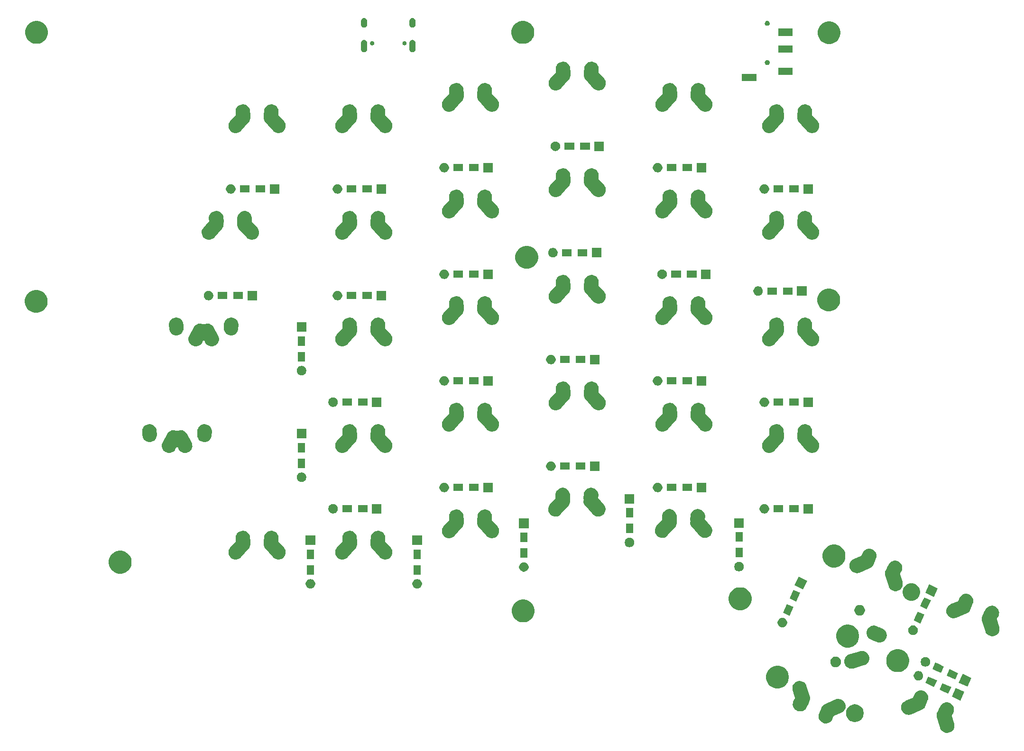
<source format=gbr>
G04 #@! TF.GenerationSoftware,KiCad,Pcbnew,(5.0.2)-1*
G04 #@! TF.CreationDate,2020-01-06T18:58:30+05:30*
G04 #@! TF.ProjectId,ergocape,6572676f-6361-4706-952e-6b696361645f,rev?*
G04 #@! TF.SameCoordinates,Original*
G04 #@! TF.FileFunction,Soldermask,Top*
G04 #@! TF.FilePolarity,Negative*
%FSLAX46Y46*%
G04 Gerber Fmt 4.6, Leading zero omitted, Abs format (unit mm)*
G04 Created by KiCad (PCBNEW (5.0.2)-1) date 1/6/2020 6:58:30 PM*
%MOMM*%
%LPD*%
G01*
G04 APERTURE LIST*
%ADD10C,0.100000*%
G04 APERTURE END LIST*
D10*
G36*
X188190454Y-140176053D02*
X188344203Y-140178254D01*
X188594813Y-140231843D01*
X188594817Y-140231845D01*
X188594818Y-140231845D01*
X188830148Y-140333292D01*
X188830151Y-140333294D01*
X189041176Y-140478707D01*
X189144701Y-140585240D01*
X189219778Y-140662497D01*
X189359091Y-140877596D01*
X189453765Y-141115743D01*
X189500159Y-141367786D01*
X189497557Y-141549502D01*
X189496490Y-141624031D01*
X189442901Y-141874640D01*
X189442899Y-141874644D01*
X189442899Y-141874645D01*
X189414386Y-141940787D01*
X189366871Y-142051009D01*
X189227668Y-142302706D01*
X189121177Y-142495256D01*
X189111477Y-142517758D01*
X189106353Y-142541721D01*
X189106002Y-142566222D01*
X189110960Y-142592087D01*
X189538405Y-143998975D01*
X189575957Y-144187328D01*
X189576013Y-144315550D01*
X189576069Y-144443602D01*
X189526181Y-144694976D01*
X189428212Y-144931785D01*
X189285927Y-145144931D01*
X189104793Y-145326224D01*
X189043776Y-145367032D01*
X188891770Y-145468695D01*
X188812862Y-145501420D01*
X188655048Y-145566870D01*
X188529382Y-145591923D01*
X188403718Y-145616976D01*
X188232868Y-145617051D01*
X188147444Y-145617088D01*
X188147443Y-145617088D01*
X187896071Y-145567201D01*
X187728562Y-145497901D01*
X187659262Y-145469232D01*
X187446117Y-145326947D01*
X187264821Y-145145809D01*
X187122354Y-144932793D01*
X187122352Y-144932790D01*
X187048777Y-144755381D01*
X186441395Y-142756247D01*
X186403843Y-142567894D01*
X186403774Y-142408669D01*
X186403731Y-142311621D01*
X186453619Y-142060248D01*
X186551588Y-141823438D01*
X186639630Y-141691549D01*
X186651172Y-141669933D01*
X186657901Y-141648294D01*
X186670647Y-141588685D01*
X186670647Y-141588684D01*
X186670648Y-141588681D01*
X186719949Y-141474316D01*
X186746677Y-141412315D01*
X187089903Y-140791717D01*
X187198881Y-140633569D01*
X187198883Y-140633566D01*
X187382668Y-140454968D01*
X187597770Y-140315653D01*
X187835917Y-140220979D01*
X188045472Y-140182406D01*
X188087955Y-140174586D01*
X188087957Y-140174586D01*
X188190454Y-140176053D01*
X188190454Y-140176053D01*
G37*
G36*
X169092345Y-139572563D02*
X169179438Y-139597990D01*
X169338350Y-139644383D01*
X169565617Y-139762817D01*
X169765407Y-139923309D01*
X169765410Y-139923312D01*
X169930055Y-140119702D01*
X170053222Y-140344438D01*
X170115012Y-140540710D01*
X170130178Y-140588885D01*
X170154701Y-140813701D01*
X170157967Y-140843649D01*
X170135520Y-141098938D01*
X170126717Y-141129089D01*
X170063700Y-141344944D01*
X169945266Y-141572209D01*
X169784774Y-141772000D01*
X169784771Y-141772003D01*
X169588381Y-141936648D01*
X169419957Y-142028953D01*
X168067457Y-142605843D01*
X168045975Y-142617616D01*
X168027197Y-142633359D01*
X168011851Y-142652463D01*
X167999855Y-142675901D01*
X167817466Y-143149681D01*
X167817464Y-143149685D01*
X167731228Y-143321294D01*
X167573698Y-143523432D01*
X167379758Y-143690954D01*
X167156860Y-143817424D01*
X166913581Y-143897975D01*
X166809865Y-143910838D01*
X166659251Y-143929518D01*
X166659246Y-143929518D01*
X166403664Y-143910839D01*
X166403661Y-143910838D01*
X166403658Y-143910838D01*
X166156622Y-143842653D01*
X166156621Y-143842653D01*
X166156619Y-143842652D01*
X165927631Y-143727583D01*
X165725493Y-143570053D01*
X165557971Y-143376113D01*
X165431501Y-143153215D01*
X165350950Y-142909936D01*
X165336931Y-142796898D01*
X165319407Y-142655606D01*
X165319407Y-142655601D01*
X165338086Y-142400019D01*
X165338087Y-142400016D01*
X165338087Y-142400013D01*
X165389187Y-142214876D01*
X165389188Y-142214874D01*
X165389190Y-142214866D01*
X165643970Y-141553041D01*
X165730208Y-141381427D01*
X165767672Y-141333354D01*
X165780767Y-141312642D01*
X165789067Y-141291548D01*
X165833508Y-141139325D01*
X165951942Y-140912059D01*
X166112434Y-140712268D01*
X166112437Y-140712265D01*
X166308827Y-140547620D01*
X166477251Y-140455315D01*
X168158595Y-139738160D01*
X168399097Y-139635577D01*
X168582291Y-139577905D01*
X168837053Y-139550116D01*
X168837055Y-139550116D01*
X169092345Y-139572563D01*
X169092345Y-139572563D01*
G37*
G36*
X172048782Y-140540703D02*
X172253567Y-140581437D01*
X172337767Y-140616314D01*
X172540197Y-140700163D01*
X172798163Y-140872530D01*
X173017537Y-141091904D01*
X173189904Y-141349870D01*
X173251141Y-141497709D01*
X173302967Y-141622828D01*
X173308630Y-141636501D01*
X173369156Y-141940786D01*
X173369156Y-142251036D01*
X173360034Y-142296897D01*
X173308630Y-142555322D01*
X173268393Y-142652463D01*
X173189904Y-142841952D01*
X173017537Y-143099918D01*
X172798163Y-143319292D01*
X172540197Y-143491659D01*
X172372293Y-143561207D01*
X172253567Y-143610385D01*
X172138611Y-143633251D01*
X171949281Y-143670911D01*
X171639031Y-143670911D01*
X171449701Y-143633251D01*
X171334745Y-143610385D01*
X171216019Y-143561207D01*
X171048115Y-143491659D01*
X170790149Y-143319292D01*
X170570775Y-143099918D01*
X170398408Y-142841952D01*
X170319919Y-142652463D01*
X170279682Y-142555322D01*
X170228278Y-142296897D01*
X170219156Y-142251036D01*
X170219156Y-141940786D01*
X170279682Y-141636501D01*
X170285346Y-141622828D01*
X170337171Y-141497709D01*
X170398408Y-141349870D01*
X170570775Y-141091904D01*
X170790149Y-140872530D01*
X171048115Y-140700163D01*
X171250545Y-140616314D01*
X171334745Y-140581437D01*
X171539530Y-140540703D01*
X171639031Y-140520911D01*
X171949281Y-140520911D01*
X172048782Y-140540703D01*
X172048782Y-140540703D01*
G37*
G36*
X183816038Y-138042186D02*
X183816041Y-138042187D01*
X183816044Y-138042187D01*
X184063080Y-138110372D01*
X184063081Y-138110372D01*
X184063083Y-138110373D01*
X184292071Y-138225442D01*
X184494209Y-138382972D01*
X184661731Y-138576912D01*
X184788201Y-138799810D01*
X184868752Y-139043089D01*
X184882088Y-139150621D01*
X184900295Y-139297419D01*
X184900295Y-139297424D01*
X184881616Y-139553007D01*
X184881615Y-139553010D01*
X184881615Y-139553013D01*
X184851969Y-139660421D01*
X184830512Y-139738160D01*
X184575732Y-140399984D01*
X184489492Y-140571601D01*
X184452031Y-140619670D01*
X184438935Y-140640381D01*
X184430635Y-140661476D01*
X184386194Y-140813701D01*
X184267760Y-141040966D01*
X184107268Y-141240757D01*
X184107265Y-141240760D01*
X183910875Y-141405405D01*
X183742451Y-141497710D01*
X181820606Y-142317446D01*
X181820603Y-142317447D01*
X181637410Y-142375120D01*
X181382649Y-142402909D01*
X181382646Y-142402909D01*
X181127358Y-142380462D01*
X181067427Y-142362965D01*
X180881352Y-142308642D01*
X180654086Y-142190208D01*
X180454295Y-142029716D01*
X180453654Y-142028952D01*
X180289647Y-141833323D01*
X180166480Y-141608587D01*
X180089524Y-141364140D01*
X180071532Y-141199195D01*
X180061735Y-141109379D01*
X180062653Y-141098938D01*
X180084182Y-140854088D01*
X180102391Y-140791716D01*
X180156002Y-140608082D01*
X180274436Y-140380816D01*
X180434928Y-140181025D01*
X180434931Y-140181022D01*
X180631321Y-140016377D01*
X180799745Y-139924072D01*
X182063268Y-139385133D01*
X182152238Y-139347184D01*
X182173727Y-139335407D01*
X182192505Y-139319664D01*
X182207851Y-139300560D01*
X182219850Y-139277114D01*
X182402234Y-138803348D01*
X182404012Y-138799809D01*
X182488472Y-138631734D01*
X182500442Y-138616374D01*
X182646004Y-138429593D01*
X182839944Y-138262071D01*
X183062838Y-138135604D01*
X183183871Y-138095529D01*
X183306125Y-138055050D01*
X183560450Y-138023507D01*
X183560456Y-138023507D01*
X183816038Y-138042186D01*
X183816038Y-138042186D01*
G37*
G36*
X162323630Y-136385824D02*
X162560440Y-136483793D01*
X162773585Y-136626077D01*
X162853186Y-136705609D01*
X162954878Y-136807212D01*
X163097350Y-137020235D01*
X163170925Y-137197643D01*
X163778307Y-139196776D01*
X163815859Y-139385129D01*
X163815895Y-139469151D01*
X163815971Y-139641403D01*
X163766083Y-139892777D01*
X163668114Y-140129586D01*
X163580073Y-140261473D01*
X163568531Y-140283089D01*
X163561802Y-140304729D01*
X163550088Y-140359509D01*
X163549054Y-140364345D01*
X163499754Y-140478707D01*
X163473025Y-140540710D01*
X163209063Y-141017986D01*
X163129797Y-141161310D01*
X163020819Y-141319460D01*
X162837035Y-141498057D01*
X162621932Y-141637372D01*
X162383786Y-141732046D01*
X162131743Y-141778440D01*
X161885635Y-141774916D01*
X161875499Y-141774771D01*
X161624889Y-141721182D01*
X161389551Y-141619731D01*
X161389550Y-141619731D01*
X161389549Y-141619730D01*
X161178523Y-141474316D01*
X160999926Y-141290532D01*
X160860611Y-141075429D01*
X160765937Y-140837283D01*
X160719543Y-140585240D01*
X160723067Y-140339132D01*
X160723212Y-140328996D01*
X160776801Y-140078386D01*
X160780201Y-140070500D01*
X160852831Y-139902016D01*
X161098525Y-139457769D01*
X161108226Y-139435267D01*
X161113350Y-139411304D01*
X161113701Y-139386803D01*
X161108744Y-139360944D01*
X160681297Y-137954048D01*
X160643745Y-137765695D01*
X160643689Y-137637473D01*
X160643633Y-137509422D01*
X160693521Y-137258049D01*
X160791490Y-137021239D01*
X160933774Y-136808094D01*
X161106287Y-136635431D01*
X161114909Y-136626801D01*
X161115992Y-136626077D01*
X161327929Y-136484331D01*
X161327932Y-136484329D01*
X161440797Y-136437522D01*
X161564654Y-136386155D01*
X161614841Y-136376150D01*
X161815984Y-136336048D01*
X161944177Y-136335992D01*
X162072257Y-136335936D01*
X162323630Y-136385824D01*
X162323630Y-136385824D01*
G37*
G36*
X191350596Y-138311644D02*
X190631299Y-139854181D01*
X189088762Y-139134884D01*
X189808059Y-137592347D01*
X191350596Y-138311644D01*
X191350596Y-138311644D01*
G37*
G36*
X188229035Y-137076713D02*
X189000303Y-137436361D01*
X188450054Y-138616374D01*
X188450053Y-138616374D01*
X187364932Y-138110373D01*
X186907517Y-137897077D01*
X187457766Y-136717064D01*
X187457767Y-136717064D01*
X188229035Y-137076713D01*
X188229035Y-137076713D01*
G37*
G36*
X158578497Y-133688894D02*
X158578499Y-133688895D01*
X158578500Y-133688895D01*
X158950648Y-133843043D01*
X159285573Y-134066833D01*
X159570402Y-134351662D01*
X159794192Y-134686587D01*
X159933845Y-135023742D01*
X159948341Y-135058738D01*
X160026925Y-135453804D01*
X160026925Y-135856616D01*
X159949643Y-136245138D01*
X159948340Y-136251685D01*
X159794192Y-136623833D01*
X159570402Y-136958758D01*
X159285573Y-137243587D01*
X158950648Y-137467377D01*
X158578500Y-137621525D01*
X158578499Y-137621525D01*
X158578497Y-137621526D01*
X158183431Y-137700110D01*
X157780619Y-137700110D01*
X157385553Y-137621526D01*
X157385551Y-137621525D01*
X157385550Y-137621525D01*
X157013402Y-137467377D01*
X156678477Y-137243587D01*
X156393648Y-136958758D01*
X156169858Y-136623833D01*
X156015710Y-136251685D01*
X156014408Y-136245138D01*
X155937125Y-135856616D01*
X155937125Y-135453804D01*
X156015709Y-135058738D01*
X156030205Y-135023742D01*
X156169858Y-134686587D01*
X156393648Y-134351662D01*
X156678477Y-134066833D01*
X157013402Y-133843043D01*
X157385550Y-133688895D01*
X157385551Y-133688895D01*
X157385553Y-133688894D01*
X157780619Y-133610310D01*
X158183431Y-133610310D01*
X158578497Y-133688894D01*
X158578497Y-133688894D01*
G37*
G36*
X185517261Y-135812191D02*
X186462641Y-136253029D01*
X185912392Y-137433042D01*
X185912391Y-137433042D01*
X184913005Y-136967020D01*
X184369855Y-136713745D01*
X184920104Y-135533732D01*
X184920105Y-135533732D01*
X185517261Y-135812191D01*
X185517261Y-135812191D01*
G37*
G36*
X192600365Y-135812191D02*
X191881068Y-137354728D01*
X190338531Y-136635431D01*
X191057828Y-135092894D01*
X192600365Y-135812191D01*
X192600365Y-135812191D01*
G37*
G36*
X183398707Y-134608545D02*
X183553579Y-134672695D01*
X183692960Y-134765827D01*
X183811494Y-134884361D01*
X183904626Y-135023742D01*
X183968776Y-135178614D01*
X184001479Y-135343026D01*
X184001479Y-135510658D01*
X183968776Y-135675070D01*
X183904626Y-135829942D01*
X183811494Y-135969323D01*
X183692960Y-136087857D01*
X183553579Y-136180989D01*
X183398707Y-136245139D01*
X183234295Y-136277842D01*
X183066663Y-136277842D01*
X182902251Y-136245139D01*
X182747379Y-136180989D01*
X182607998Y-136087857D01*
X182489464Y-135969323D01*
X182396332Y-135829942D01*
X182332182Y-135675070D01*
X182299479Y-135510658D01*
X182299479Y-135343026D01*
X182332182Y-135178614D01*
X182396332Y-135023742D01*
X182489464Y-134884361D01*
X182607998Y-134765827D01*
X182747379Y-134672695D01*
X182902251Y-134608545D01*
X183066663Y-134575842D01*
X183234295Y-134575842D01*
X183398707Y-134608545D01*
X183398707Y-134608545D01*
G37*
G36*
X189382971Y-134532572D02*
X190250072Y-134936908D01*
X189699823Y-136116921D01*
X189699822Y-136116921D01*
X188752271Y-135675070D01*
X188157286Y-135397624D01*
X188707535Y-134217611D01*
X188707536Y-134217611D01*
X189382971Y-134532572D01*
X189382971Y-134532572D01*
G37*
G36*
X186768139Y-133313255D02*
X187712410Y-133753576D01*
X187162161Y-134933589D01*
X187162160Y-134933589D01*
X186302180Y-134532573D01*
X185619624Y-134214292D01*
X186169873Y-133034279D01*
X186169874Y-133034279D01*
X186768139Y-133313255D01*
X186768139Y-133313255D01*
G37*
G36*
X180049252Y-130742818D02*
X180049254Y-130742819D01*
X180049255Y-130742819D01*
X180422513Y-130897427D01*
X180620412Y-131029659D01*
X180758439Y-131121886D01*
X181044114Y-131407561D01*
X181044116Y-131407564D01*
X181268573Y-131743487D01*
X181365489Y-131977464D01*
X181423182Y-132116748D01*
X181502000Y-132512993D01*
X181502000Y-132917007D01*
X181439557Y-133230931D01*
X181423181Y-133313255D01*
X181268573Y-133686513D01*
X181151443Y-133861810D01*
X181044114Y-134022439D01*
X180758439Y-134308114D01*
X180758436Y-134308116D01*
X180422513Y-134532573D01*
X180049255Y-134687181D01*
X180049254Y-134687181D01*
X180049252Y-134687182D01*
X179653007Y-134766000D01*
X179248993Y-134766000D01*
X178852748Y-134687182D01*
X178852746Y-134687181D01*
X178852745Y-134687181D01*
X178479487Y-134532573D01*
X178143564Y-134308116D01*
X178143561Y-134308114D01*
X177857886Y-134022439D01*
X177750557Y-133861810D01*
X177633427Y-133686513D01*
X177478819Y-133313255D01*
X177462444Y-133230931D01*
X177400000Y-132917007D01*
X177400000Y-132512993D01*
X177478818Y-132116748D01*
X177536511Y-131977464D01*
X177633427Y-131743487D01*
X177857884Y-131407564D01*
X177857886Y-131407561D01*
X178143561Y-131121886D01*
X178281588Y-131029659D01*
X178479487Y-130897427D01*
X178852745Y-130742819D01*
X178852746Y-130742819D01*
X178852748Y-130742818D01*
X179248993Y-130664000D01*
X179653007Y-130664000D01*
X180049252Y-130742818D01*
X180049252Y-130742818D01*
G37*
G36*
X173347260Y-131007833D02*
X173347312Y-131007844D01*
X173456443Y-131029502D01*
X173456448Y-131029504D01*
X173456760Y-131029566D01*
X173588679Y-131084208D01*
X173588729Y-131084229D01*
X173693540Y-131127590D01*
X173810327Y-131205624D01*
X173810372Y-131205654D01*
X173857491Y-131237108D01*
X173906398Y-131269756D01*
X173906399Y-131269757D01*
X173906658Y-131269930D01*
X174003859Y-131367131D01*
X174003897Y-131367170D01*
X174087903Y-131451103D01*
X174162873Y-131563303D01*
X174230162Y-131663913D01*
X174230163Y-131663915D01*
X174230326Y-131664159D01*
X174280787Y-131785983D01*
X174280808Y-131786033D01*
X174328448Y-131900902D01*
X174353449Y-132026593D01*
X174353459Y-132026646D01*
X174378498Y-132152241D01*
X174378498Y-132277800D01*
X174378555Y-132408516D01*
X174354545Y-132529221D01*
X174328668Y-132659612D01*
X174328666Y-132659617D01*
X174328614Y-132659879D01*
X174282536Y-132771123D01*
X174282515Y-132771173D01*
X174230599Y-132896663D01*
X174230430Y-132896916D01*
X174230429Y-132896918D01*
X174217006Y-132917007D01*
X174164645Y-132995371D01*
X174164615Y-132995416D01*
X174088265Y-133109789D01*
X174004732Y-133193322D01*
X174004693Y-133193360D01*
X173907095Y-133291044D01*
X173873858Y-133313252D01*
X173810281Y-133355732D01*
X173694257Y-133433331D01*
X173694254Y-133433332D01*
X173694042Y-133433474D01*
X173693754Y-133433593D01*
X173693753Y-133433594D01*
X173615210Y-133466128D01*
X173586975Y-133477823D01*
X173516848Y-133506906D01*
X173516845Y-133506907D01*
X173511552Y-133509102D01*
X173510885Y-133509341D01*
X173456985Y-133531667D01*
X173400378Y-133542927D01*
X173388435Y-133545921D01*
X171517714Y-134114288D01*
X171329361Y-134151840D01*
X171201139Y-134151896D01*
X171073088Y-134151952D01*
X170821715Y-134102064D01*
X170584905Y-134004095D01*
X170371760Y-133861811D01*
X170255533Y-133745685D01*
X170190467Y-133680676D01*
X170181500Y-133667268D01*
X170047997Y-133467656D01*
X170047995Y-133467653D01*
X169974823Y-133291216D01*
X169949821Y-133230931D01*
X169925712Y-133110002D01*
X169899714Y-132979601D01*
X169899651Y-132834797D01*
X169899602Y-132723328D01*
X169949490Y-132471955D01*
X170047459Y-132235145D01*
X170189743Y-132022000D01*
X170311001Y-131900637D01*
X170370878Y-131840707D01*
X170431888Y-131799903D01*
X170583898Y-131698237D01*
X170583901Y-131698235D01*
X170761309Y-131624660D01*
X172632496Y-131056151D01*
X172643990Y-131052035D01*
X172698010Y-131029659D01*
X172841190Y-131001179D01*
X172948795Y-130979726D01*
X172948797Y-130979726D01*
X172949113Y-130979663D01*
X173094061Y-130979663D01*
X173205392Y-130979614D01*
X173347260Y-131007833D01*
X173347260Y-131007833D01*
G37*
G36*
X168639308Y-132014010D02*
X168812378Y-132085698D01*
X168968142Y-132189776D01*
X169100600Y-132322234D01*
X169204678Y-132477998D01*
X169276366Y-132651068D01*
X169312912Y-132834797D01*
X169312912Y-133022131D01*
X169276366Y-133205860D01*
X169204678Y-133378930D01*
X169100600Y-133534694D01*
X168968142Y-133667152D01*
X168812378Y-133771230D01*
X168639308Y-133842918D01*
X168455579Y-133879464D01*
X168268245Y-133879464D01*
X168084516Y-133842918D01*
X167911446Y-133771230D01*
X167755682Y-133667152D01*
X167623224Y-133534694D01*
X167519146Y-133378930D01*
X167447458Y-133205860D01*
X167410912Y-133022131D01*
X167410912Y-132834797D01*
X167447458Y-132651068D01*
X167519146Y-132477998D01*
X167623224Y-132322234D01*
X167755682Y-132189776D01*
X167911446Y-132085698D01*
X168084516Y-132014010D01*
X168268245Y-131977464D01*
X168455579Y-131977464D01*
X168639308Y-132014010D01*
X168639308Y-132014010D01*
G37*
G36*
X184648476Y-132109092D02*
X184803348Y-132173242D01*
X184942729Y-132266374D01*
X185061263Y-132384908D01*
X185154395Y-132524289D01*
X185218545Y-132679161D01*
X185251248Y-132843573D01*
X185251248Y-133011205D01*
X185218545Y-133175617D01*
X185154395Y-133330489D01*
X185061263Y-133469870D01*
X184942729Y-133588404D01*
X184803348Y-133681536D01*
X184648476Y-133745686D01*
X184484064Y-133778389D01*
X184316432Y-133778389D01*
X184152020Y-133745686D01*
X183997148Y-133681536D01*
X183857767Y-133588404D01*
X183739233Y-133469870D01*
X183646101Y-133330489D01*
X183581951Y-133175617D01*
X183549248Y-133011205D01*
X183549248Y-132843573D01*
X183581951Y-132679161D01*
X183646101Y-132524289D01*
X183739233Y-132384908D01*
X183857767Y-132266374D01*
X183997148Y-132173242D01*
X184152020Y-132109092D01*
X184316432Y-132076389D01*
X184484064Y-132076389D01*
X184648476Y-132109092D01*
X184648476Y-132109092D01*
G37*
G36*
X171105285Y-126358104D02*
X171105287Y-126358105D01*
X171105288Y-126358105D01*
X171477436Y-126512253D01*
X171812361Y-126736043D01*
X172097190Y-127020872D01*
X172320980Y-127355797D01*
X172450145Y-127667630D01*
X172475129Y-127727948D01*
X172553713Y-128123014D01*
X172553713Y-128525826D01*
X172485445Y-128869032D01*
X172475128Y-128920895D01*
X172320980Y-129293043D01*
X172097190Y-129627968D01*
X171812361Y-129912797D01*
X171477436Y-130136587D01*
X171105288Y-130290735D01*
X171105287Y-130290735D01*
X171105285Y-130290736D01*
X170710219Y-130369320D01*
X170307407Y-130369320D01*
X169912341Y-130290736D01*
X169912339Y-130290735D01*
X169912338Y-130290735D01*
X169540190Y-130136587D01*
X169205265Y-129912797D01*
X168920436Y-129627968D01*
X168696646Y-129293043D01*
X168542498Y-128920895D01*
X168532182Y-128869032D01*
X168463913Y-128525826D01*
X168463913Y-128123014D01*
X168542497Y-127727948D01*
X168567481Y-127667630D01*
X168696646Y-127355797D01*
X168920436Y-127020872D01*
X169205265Y-126736043D01*
X169540190Y-126512253D01*
X169912338Y-126358105D01*
X169912339Y-126358105D01*
X169912341Y-126358104D01*
X170307407Y-126279520D01*
X170710219Y-126279520D01*
X171105285Y-126358104D01*
X171105285Y-126358104D01*
G37*
G36*
X175570075Y-126498120D02*
X175570077Y-126498121D01*
X175570078Y-126498121D01*
X175806845Y-126596193D01*
X175920818Y-126672347D01*
X175935755Y-126682328D01*
X175957366Y-126693879D01*
X175980815Y-126700992D01*
X176023232Y-126709429D01*
X176116879Y-126748219D01*
X176119714Y-126749353D01*
X176248546Y-126799065D01*
X176538705Y-126911028D01*
X176559314Y-126917006D01*
X176565793Y-126918295D01*
X176676798Y-126964275D01*
X176679598Y-126965394D01*
X176714200Y-126978746D01*
X176721530Y-126982437D01*
X176729885Y-126986264D01*
X176802563Y-127016368D01*
X176837892Y-127039975D01*
X176851107Y-127047678D01*
X176885743Y-127065117D01*
X176942869Y-127109709D01*
X176950337Y-127115108D01*
X177015649Y-127158748D01*
X177045640Y-127188739D01*
X177057114Y-127198886D01*
X177087759Y-127222807D01*
X177135218Y-127277837D01*
X177141490Y-127284589D01*
X177196858Y-127339957D01*
X177220347Y-127375111D01*
X177229621Y-127387302D01*
X177255132Y-127416882D01*
X177291089Y-127480371D01*
X177295922Y-127488215D01*
X177339237Y-127553042D01*
X177355338Y-127591913D01*
X177362056Y-127605679D01*
X177381423Y-127639875D01*
X177404427Y-127709534D01*
X177407637Y-127718172D01*
X177437311Y-127789811D01*
X177445469Y-127830825D01*
X177449370Y-127845631D01*
X177461784Y-127883222D01*
X177468682Y-127939198D01*
X177470815Y-127956511D01*
X177472279Y-127965609D01*
X177487307Y-128041160D01*
X177487307Y-128082665D01*
X177488245Y-128097953D01*
X177493128Y-128137576D01*
X177487647Y-128211764D01*
X177487307Y-128220973D01*
X177487307Y-128297438D01*
X177479276Y-128337813D01*
X177477214Y-128352989D01*
X177474247Y-128393149D01*
X177454243Y-128465402D01*
X177452113Y-128474369D01*
X177441878Y-128525826D01*
X177437310Y-128548787D01*
X177421692Y-128586492D01*
X177416713Y-128600961D01*
X177405868Y-128640134D01*
X177371873Y-128707652D01*
X177368041Y-128716018D01*
X177339239Y-128785553D01*
X177316769Y-128819181D01*
X177309058Y-128832409D01*
X177290619Y-128869032D01*
X177250138Y-128920892D01*
X177243742Y-128929085D01*
X177238343Y-128936554D01*
X177196858Y-128998641D01*
X177168517Y-129026982D01*
X177158370Y-129038455D01*
X177132927Y-129071050D01*
X177074796Y-129121183D01*
X177068044Y-129127455D01*
X177015649Y-129179850D01*
X176982601Y-129201932D01*
X176970413Y-129211205D01*
X176938857Y-129238419D01*
X176911666Y-129253818D01*
X176871592Y-129276515D01*
X176863747Y-129281348D01*
X176802561Y-129322231D01*
X176766134Y-129337319D01*
X176752368Y-129344037D01*
X176715866Y-129364710D01*
X176642015Y-129389098D01*
X176633376Y-129392309D01*
X176565793Y-129420303D01*
X176527374Y-129427945D01*
X176512563Y-129431848D01*
X176472518Y-129445072D01*
X176472516Y-129445072D01*
X176472514Y-129445073D01*
X176394958Y-129454630D01*
X176385860Y-129456094D01*
X176314446Y-129470299D01*
X176275480Y-129470299D01*
X176260192Y-129471237D01*
X176218159Y-129476417D01*
X176139951Y-129470639D01*
X176130742Y-129470299D01*
X176058170Y-129470299D01*
X176020093Y-129462725D01*
X176004915Y-129460663D01*
X175962584Y-129457536D01*
X175886852Y-129436569D01*
X175877886Y-129434439D01*
X175806822Y-129420303D01*
X175806820Y-129420302D01*
X175806819Y-129420302D01*
X175713181Y-129381516D01*
X175710385Y-129380398D01*
X175291347Y-129218704D01*
X175270732Y-129212725D01*
X175264259Y-129211437D01*
X175264257Y-129211436D01*
X175264256Y-129211436D01*
X175153279Y-129165468D01*
X175150443Y-129164334D01*
X175115849Y-129150985D01*
X175108534Y-129147302D01*
X175100154Y-129143463D01*
X175027491Y-129113365D01*
X175027490Y-129113365D01*
X175027489Y-129113364D01*
X174992159Y-129089757D01*
X174978946Y-129082056D01*
X174944307Y-129064615D01*
X174902394Y-129031898D01*
X174881699Y-129018791D01*
X174849873Y-129007840D01*
X174811104Y-129000128D01*
X174574335Y-128902055D01*
X174361248Y-128759675D01*
X174180039Y-128578466D01*
X174037659Y-128365379D01*
X174009516Y-128297436D01*
X173939587Y-128128612D01*
X173938474Y-128123015D01*
X173889590Y-127877263D01*
X173889590Y-127620985D01*
X173939586Y-127369639D01*
X173942751Y-127361999D01*
X174037659Y-127132869D01*
X174180037Y-126919785D01*
X174180039Y-126919782D01*
X174361248Y-126738573D01*
X174574335Y-126596193D01*
X174678530Y-126553034D01*
X174811102Y-126498121D01*
X174811103Y-126498121D01*
X174811105Y-126498120D01*
X175062451Y-126448124D01*
X175318729Y-126448124D01*
X175570075Y-126498120D01*
X175570075Y-126498120D01*
G37*
G36*
X196241333Y-122910890D02*
X196395082Y-122913091D01*
X196645692Y-122966680D01*
X196645696Y-122966682D01*
X196645697Y-122966682D01*
X196881027Y-123068129D01*
X196881030Y-123068131D01*
X197092055Y-123213544D01*
X197182324Y-123306436D01*
X197270657Y-123397334D01*
X197409970Y-123612433D01*
X197504644Y-123850580D01*
X197551038Y-124102623D01*
X197549033Y-124242646D01*
X197547369Y-124358868D01*
X197493780Y-124609477D01*
X197417750Y-124785846D01*
X197284134Y-125027441D01*
X197172056Y-125230093D01*
X197162356Y-125252595D01*
X197157232Y-125276558D01*
X197156881Y-125301059D01*
X197161839Y-125326924D01*
X197589284Y-126733812D01*
X197626836Y-126922165D01*
X197626877Y-127016368D01*
X197626948Y-127178439D01*
X197577060Y-127429813D01*
X197479091Y-127666622D01*
X197336806Y-127879768D01*
X197155672Y-128061061D01*
X197054669Y-128128612D01*
X196942649Y-128203532D01*
X196900594Y-128220973D01*
X196705927Y-128301707D01*
X196580261Y-128326760D01*
X196454597Y-128351813D01*
X196283752Y-128351888D01*
X196198323Y-128351925D01*
X196198322Y-128351925D01*
X195946950Y-128302038D01*
X195779441Y-128232738D01*
X195710141Y-128204069D01*
X195496996Y-128061784D01*
X195315700Y-127880646D01*
X195173233Y-127667630D01*
X195173231Y-127667627D01*
X195099656Y-127490218D01*
X194492274Y-125491084D01*
X194454722Y-125302731D01*
X194454653Y-125143506D01*
X194454610Y-125046458D01*
X194504498Y-124795085D01*
X194602467Y-124558275D01*
X194690509Y-124426386D01*
X194702051Y-124404770D01*
X194708780Y-124383131D01*
X194721526Y-124323522D01*
X194721526Y-124323521D01*
X194721527Y-124323518D01*
X194768474Y-124214616D01*
X194797556Y-124147152D01*
X195140782Y-123526554D01*
X195249760Y-123368406D01*
X195249762Y-123368403D01*
X195433547Y-123189805D01*
X195648649Y-123050490D01*
X195886796Y-122955816D01*
X196096351Y-122917243D01*
X196138834Y-122909423D01*
X196138836Y-122909423D01*
X196241333Y-122910890D01*
X196241333Y-122910890D01*
G37*
G36*
X182437492Y-126459886D02*
X182592364Y-126524036D01*
X182731745Y-126617168D01*
X182850279Y-126735702D01*
X182943411Y-126875083D01*
X183007561Y-127029955D01*
X183040264Y-127194367D01*
X183040264Y-127361999D01*
X183007561Y-127526411D01*
X182943411Y-127681283D01*
X182850279Y-127820664D01*
X182731745Y-127939198D01*
X182592364Y-128032330D01*
X182437492Y-128096480D01*
X182273080Y-128129183D01*
X182105448Y-128129183D01*
X181941036Y-128096480D01*
X181786164Y-128032330D01*
X181646783Y-127939198D01*
X181528249Y-127820664D01*
X181435117Y-127681283D01*
X181370967Y-127526411D01*
X181338264Y-127361999D01*
X181338264Y-127194367D01*
X181370967Y-127029955D01*
X181435117Y-126875083D01*
X181528249Y-126735702D01*
X181646783Y-126617168D01*
X181786164Y-126524036D01*
X181941036Y-126459886D01*
X182105448Y-126427183D01*
X182273080Y-126427183D01*
X182437492Y-126459886D01*
X182437492Y-126459886D01*
G37*
G36*
X159102865Y-125099903D02*
X159257737Y-125164053D01*
X159397118Y-125257185D01*
X159515652Y-125375719D01*
X159608784Y-125515100D01*
X159672934Y-125669972D01*
X159705637Y-125834384D01*
X159705637Y-126002016D01*
X159672934Y-126166428D01*
X159608784Y-126321300D01*
X159515652Y-126460681D01*
X159397118Y-126579215D01*
X159257737Y-126672347D01*
X159102865Y-126736497D01*
X158938453Y-126769200D01*
X158770821Y-126769200D01*
X158606409Y-126736497D01*
X158451537Y-126672347D01*
X158312156Y-126579215D01*
X158193622Y-126460681D01*
X158100490Y-126321300D01*
X158036340Y-126166428D01*
X158003637Y-126002016D01*
X158003637Y-125834384D01*
X158036340Y-125669972D01*
X158100490Y-125515100D01*
X158193622Y-125375719D01*
X158312156Y-125257185D01*
X158451537Y-125164053D01*
X158606409Y-125099903D01*
X158770821Y-125067200D01*
X158938453Y-125067200D01*
X159102865Y-125099903D01*
X159102865Y-125099903D01*
G37*
G36*
X184195464Y-124516270D02*
X184195464Y-124516271D01*
X183923311Y-125099904D01*
X183514230Y-125977181D01*
X183476167Y-126058806D01*
X183476167Y-126058807D01*
X182296154Y-125508558D01*
X182338328Y-125418116D01*
X182684291Y-124676195D01*
X183015451Y-123966021D01*
X184195464Y-124516270D01*
X184195464Y-124516270D01*
G37*
G36*
X113183752Y-121852818D02*
X113183754Y-121852819D01*
X113183755Y-121852819D01*
X113557013Y-122007427D01*
X113787092Y-122161161D01*
X113892939Y-122231886D01*
X114178614Y-122517561D01*
X114178616Y-122517564D01*
X114403073Y-122853487D01*
X114542380Y-123189805D01*
X114557682Y-123226748D01*
X114636500Y-123622993D01*
X114636500Y-124027007D01*
X114570489Y-124358868D01*
X114557681Y-124423255D01*
X114403073Y-124796513D01*
X114248073Y-125028487D01*
X114178614Y-125132439D01*
X113892939Y-125418114D01*
X113892936Y-125418116D01*
X113557013Y-125642573D01*
X113183755Y-125797181D01*
X113183754Y-125797181D01*
X113183752Y-125797182D01*
X112787507Y-125876000D01*
X112383493Y-125876000D01*
X111987248Y-125797182D01*
X111987246Y-125797181D01*
X111987245Y-125797181D01*
X111613987Y-125642573D01*
X111278064Y-125418116D01*
X111278061Y-125418114D01*
X110992386Y-125132439D01*
X110922927Y-125028487D01*
X110767927Y-124796513D01*
X110613319Y-124423255D01*
X110600512Y-124358868D01*
X110534500Y-124027007D01*
X110534500Y-123622993D01*
X110613318Y-123226748D01*
X110628620Y-123189805D01*
X110767927Y-122853487D01*
X110992384Y-122517564D01*
X110992386Y-122517561D01*
X111278061Y-122231886D01*
X111383908Y-122161161D01*
X111613987Y-122007427D01*
X111987245Y-121852819D01*
X111987246Y-121852819D01*
X111987248Y-121852818D01*
X112383493Y-121774000D01*
X112787507Y-121774000D01*
X113183752Y-121852818D01*
X113183752Y-121852818D01*
G37*
G36*
X191866917Y-120777023D02*
X191866920Y-120777024D01*
X191866923Y-120777024D01*
X192113959Y-120845209D01*
X192113960Y-120845209D01*
X192113962Y-120845210D01*
X192342950Y-120960279D01*
X192545088Y-121117809D01*
X192712610Y-121311749D01*
X192839080Y-121534647D01*
X192919631Y-121777926D01*
X192919631Y-121777930D01*
X192951174Y-122032256D01*
X192951174Y-122032261D01*
X192932495Y-122287844D01*
X192932494Y-122287847D01*
X192932494Y-122287850D01*
X192905636Y-122385157D01*
X192881391Y-122472997D01*
X192626611Y-123134821D01*
X192540371Y-123306438D01*
X192502910Y-123354507D01*
X192489814Y-123375218D01*
X192481514Y-123396313D01*
X192437073Y-123548538D01*
X192318639Y-123775803D01*
X192158147Y-123975594D01*
X192158144Y-123975597D01*
X191961754Y-124140242D01*
X191793330Y-124232547D01*
X189871485Y-125052283D01*
X189871482Y-125052284D01*
X189688289Y-125109957D01*
X189433528Y-125137746D01*
X189433525Y-125137746D01*
X189178237Y-125115299D01*
X189118306Y-125097802D01*
X188932231Y-125043479D01*
X188704965Y-124925045D01*
X188505174Y-124764553D01*
X188505171Y-124764550D01*
X188340526Y-124568160D01*
X188217359Y-124343424D01*
X188140403Y-124098977D01*
X188132553Y-124027007D01*
X188112614Y-123844216D01*
X188112614Y-123844213D01*
X188135061Y-123588925D01*
X188153270Y-123526553D01*
X188206881Y-123342919D01*
X188325315Y-123115653D01*
X188485807Y-122915862D01*
X188485810Y-122915859D01*
X188682200Y-122751214D01*
X188850624Y-122658909D01*
X190203116Y-122082021D01*
X190224606Y-122070244D01*
X190243384Y-122054501D01*
X190258730Y-122035397D01*
X190270729Y-122011951D01*
X190453113Y-121538185D01*
X190490395Y-121463994D01*
X190539351Y-121366571D01*
X190582074Y-121311750D01*
X190696883Y-121164430D01*
X190890823Y-120996908D01*
X191113717Y-120870441D01*
X191234750Y-120830366D01*
X191357004Y-120789887D01*
X191611329Y-120758344D01*
X191611335Y-120758344D01*
X191866917Y-120777023D01*
X191866917Y-120777023D01*
G37*
G36*
X160860837Y-123156287D02*
X160860837Y-123156288D01*
X160618445Y-123676098D01*
X160171381Y-124634830D01*
X160141540Y-124698823D01*
X160141540Y-124698824D01*
X158961527Y-124148575D01*
X158962187Y-124147160D01*
X159391382Y-123226748D01*
X159680824Y-122606038D01*
X160860837Y-123156287D01*
X160860837Y-123156287D01*
G37*
G36*
X172933110Y-122805922D02*
X173106180Y-122877610D01*
X173261944Y-122981688D01*
X173394402Y-123114146D01*
X173498480Y-123269910D01*
X173570168Y-123442980D01*
X173606714Y-123626709D01*
X173606714Y-123814043D01*
X173570168Y-123997772D01*
X173498480Y-124170842D01*
X173394402Y-124326606D01*
X173261944Y-124459064D01*
X173106180Y-124563142D01*
X172933110Y-124634830D01*
X172749381Y-124671376D01*
X172562047Y-124671376D01*
X172378318Y-124634830D01*
X172205248Y-124563142D01*
X172049484Y-124459064D01*
X171917026Y-124326606D01*
X171812948Y-124170842D01*
X171741260Y-123997772D01*
X171704714Y-123814043D01*
X171704714Y-123626709D01*
X171741260Y-123442980D01*
X171812948Y-123269910D01*
X171917026Y-123114146D01*
X172049484Y-122981688D01*
X172205248Y-122877610D01*
X172378318Y-122805922D01*
X172562047Y-122769376D01*
X172749381Y-122769376D01*
X172933110Y-122805922D01*
X172933110Y-122805922D01*
G37*
G36*
X151918752Y-119693818D02*
X151918754Y-119693819D01*
X151918755Y-119693819D01*
X152292013Y-119848427D01*
X152515110Y-119997496D01*
X152627939Y-120072886D01*
X152913614Y-120358561D01*
X152913616Y-120358564D01*
X153138073Y-120694487D01*
X153292681Y-121067745D01*
X153292682Y-121067748D01*
X153371500Y-121463993D01*
X153371500Y-121868007D01*
X153305459Y-122200020D01*
X153292681Y-122264255D01*
X153138073Y-122637513D01*
X152977645Y-122877610D01*
X152913614Y-122973439D01*
X152627939Y-123259114D01*
X152627936Y-123259116D01*
X152292013Y-123483573D01*
X151918755Y-123638181D01*
X151918754Y-123638181D01*
X151918752Y-123638182D01*
X151522507Y-123717000D01*
X151118493Y-123717000D01*
X150722248Y-123638182D01*
X150722246Y-123638181D01*
X150722245Y-123638181D01*
X150348987Y-123483573D01*
X150013064Y-123259116D01*
X150013061Y-123259114D01*
X149727386Y-122973439D01*
X149663355Y-122877610D01*
X149502927Y-122637513D01*
X149348319Y-122264255D01*
X149335542Y-122200020D01*
X149269500Y-121868007D01*
X149269500Y-121463993D01*
X149348318Y-121067748D01*
X149348319Y-121067745D01*
X149502927Y-120694487D01*
X149727384Y-120358564D01*
X149727386Y-120358561D01*
X150013061Y-120072886D01*
X150125890Y-119997496D01*
X150348987Y-119848427D01*
X150722245Y-119693819D01*
X150722246Y-119693819D01*
X150722248Y-119693818D01*
X151118493Y-119615000D01*
X151522507Y-119615000D01*
X151918752Y-119693818D01*
X151918752Y-119693818D01*
G37*
G36*
X185378796Y-121978608D02*
X185378796Y-121978609D01*
X185071543Y-122637514D01*
X184677020Y-123483572D01*
X184659499Y-123521144D01*
X184659499Y-123521145D01*
X183479486Y-122970896D01*
X183481452Y-122966680D01*
X183908754Y-122050328D01*
X184198783Y-121428359D01*
X185378796Y-121978608D01*
X185378796Y-121978608D01*
G37*
G36*
X162044169Y-120618625D02*
X162044169Y-120618626D01*
X161771695Y-121202947D01*
X161340846Y-122126906D01*
X161324872Y-122161161D01*
X161324872Y-122161162D01*
X160144859Y-121610913D01*
X160151266Y-121597174D01*
X160607571Y-120618625D01*
X160864156Y-120068376D01*
X162044169Y-120618625D01*
X162044169Y-120618625D01*
G37*
G36*
X182180621Y-118909934D02*
X182344001Y-118942432D01*
X182462727Y-118991610D01*
X182630631Y-119061158D01*
X182888597Y-119233525D01*
X183107971Y-119452899D01*
X183280338Y-119710865D01*
X183335795Y-119844750D01*
X183399064Y-119997495D01*
X183459590Y-120301782D01*
X183459590Y-120612030D01*
X183399064Y-120916317D01*
X183380854Y-120960279D01*
X183280338Y-121202947D01*
X183107971Y-121460913D01*
X182888597Y-121680287D01*
X182630631Y-121852654D01*
X182462727Y-121922202D01*
X182344001Y-121971380D01*
X182191857Y-122001643D01*
X182039715Y-122031906D01*
X181729465Y-122031906D01*
X181577323Y-122001643D01*
X181425179Y-121971380D01*
X181306453Y-121922202D01*
X181138549Y-121852654D01*
X180880583Y-121680287D01*
X180661209Y-121460913D01*
X180488842Y-121202947D01*
X180388326Y-120960279D01*
X180370116Y-120916317D01*
X180309590Y-120612030D01*
X180309590Y-120301782D01*
X180370116Y-119997495D01*
X180433385Y-119844750D01*
X180488842Y-119710865D01*
X180661209Y-119452899D01*
X180880583Y-119233525D01*
X181138549Y-119061158D01*
X181306453Y-118991610D01*
X181425179Y-118942432D01*
X181588559Y-118909934D01*
X181729465Y-118881906D01*
X182039715Y-118881906D01*
X182180621Y-118909934D01*
X182180621Y-118909934D01*
G37*
G36*
X186616603Y-119797363D02*
X185897306Y-121339900D01*
X184354769Y-120620603D01*
X185074066Y-119078066D01*
X186616603Y-119797363D01*
X186616603Y-119797363D01*
G37*
G36*
X178963960Y-114848159D02*
X179117709Y-114850360D01*
X179368319Y-114903949D01*
X179368323Y-114903951D01*
X179368324Y-114903951D01*
X179603654Y-115005398D01*
X179603657Y-115005400D01*
X179814682Y-115150813D01*
X179904951Y-115243705D01*
X179993284Y-115334603D01*
X180132597Y-115549702D01*
X180227271Y-115787849D01*
X180273665Y-116039892D01*
X180271660Y-116179915D01*
X180269996Y-116296137D01*
X180216407Y-116546746D01*
X180140377Y-116723115D01*
X180018728Y-116943072D01*
X179894683Y-117167362D01*
X179884983Y-117189864D01*
X179879859Y-117213827D01*
X179879508Y-117238328D01*
X179884466Y-117264193D01*
X180311911Y-118671081D01*
X180349463Y-118859434D01*
X180349499Y-118942432D01*
X180349575Y-119115708D01*
X180299687Y-119367082D01*
X180201718Y-119603891D01*
X180059433Y-119817037D01*
X179878299Y-119998330D01*
X179773564Y-120068377D01*
X179665276Y-120140801D01*
X179586368Y-120173526D01*
X179428554Y-120238976D01*
X179302888Y-120264029D01*
X179177224Y-120289082D01*
X179006377Y-120289157D01*
X178920950Y-120289194D01*
X178920949Y-120289194D01*
X178669577Y-120239307D01*
X178502068Y-120170007D01*
X178432768Y-120141338D01*
X178219623Y-119999053D01*
X178038327Y-119817915D01*
X177895860Y-119604899D01*
X177895858Y-119604896D01*
X177822283Y-119427487D01*
X177214901Y-117428353D01*
X177177349Y-117240000D01*
X177177280Y-117080775D01*
X177177237Y-116983727D01*
X177227125Y-116732354D01*
X177325094Y-116495544D01*
X177413136Y-116363655D01*
X177424678Y-116342039D01*
X177431407Y-116320400D01*
X177444153Y-116260791D01*
X177444153Y-116260790D01*
X177444154Y-116260787D01*
X177491101Y-116151885D01*
X177520183Y-116084421D01*
X177863409Y-115463823D01*
X177972387Y-115305675D01*
X177972389Y-115305672D01*
X178156174Y-115127074D01*
X178371276Y-114987759D01*
X178609423Y-114893085D01*
X178818978Y-114854512D01*
X178861461Y-114846692D01*
X178861463Y-114846692D01*
X178963960Y-114848159D01*
X178963960Y-114848159D01*
G37*
G36*
X163281976Y-118437380D02*
X162562679Y-119979917D01*
X161020142Y-119260620D01*
X161739439Y-117718083D01*
X163281976Y-118437380D01*
X163281976Y-118437380D01*
G37*
G36*
X93910728Y-118175453D02*
X94065600Y-118239603D01*
X94204981Y-118332735D01*
X94323515Y-118451269D01*
X94416647Y-118590650D01*
X94480797Y-118745522D01*
X94513500Y-118909934D01*
X94513500Y-119077566D01*
X94480797Y-119241978D01*
X94416647Y-119396850D01*
X94323515Y-119536231D01*
X94204981Y-119654765D01*
X94065600Y-119747897D01*
X93910728Y-119812047D01*
X93746316Y-119844750D01*
X93578684Y-119844750D01*
X93414272Y-119812047D01*
X93259400Y-119747897D01*
X93120019Y-119654765D01*
X93001485Y-119536231D01*
X92908353Y-119396850D01*
X92844203Y-119241978D01*
X92811500Y-119077566D01*
X92811500Y-118909934D01*
X92844203Y-118745522D01*
X92908353Y-118590650D01*
X93001485Y-118451269D01*
X93120019Y-118332735D01*
X93259400Y-118239603D01*
X93414272Y-118175453D01*
X93578684Y-118142750D01*
X93746316Y-118142750D01*
X93910728Y-118175453D01*
X93910728Y-118175453D01*
G37*
G36*
X74860728Y-118175453D02*
X75015600Y-118239603D01*
X75154981Y-118332735D01*
X75273515Y-118451269D01*
X75366647Y-118590650D01*
X75430797Y-118745522D01*
X75463500Y-118909934D01*
X75463500Y-119077566D01*
X75430797Y-119241978D01*
X75366647Y-119396850D01*
X75273515Y-119536231D01*
X75154981Y-119654765D01*
X75015600Y-119747897D01*
X74860728Y-119812047D01*
X74696316Y-119844750D01*
X74528684Y-119844750D01*
X74364272Y-119812047D01*
X74209400Y-119747897D01*
X74070019Y-119654765D01*
X73951485Y-119536231D01*
X73858353Y-119396850D01*
X73794203Y-119241978D01*
X73761500Y-119077566D01*
X73761500Y-118909934D01*
X73794203Y-118745522D01*
X73858353Y-118590650D01*
X73951485Y-118451269D01*
X74070019Y-118332735D01*
X74209400Y-118239603D01*
X74364272Y-118175453D01*
X74528684Y-118142750D01*
X74696316Y-118142750D01*
X74860728Y-118175453D01*
X74860728Y-118175453D01*
G37*
G36*
X75263500Y-117344750D02*
X73961500Y-117344750D01*
X73961500Y-115642750D01*
X75263500Y-115642750D01*
X75263500Y-117344750D01*
X75263500Y-117344750D01*
G37*
G36*
X94313500Y-117344750D02*
X93011500Y-117344750D01*
X93011500Y-115642750D01*
X94313500Y-115642750D01*
X94313500Y-117344750D01*
X94313500Y-117344750D01*
G37*
G36*
X41238252Y-113153318D02*
X41238254Y-113153319D01*
X41238255Y-113153319D01*
X41611513Y-113307927D01*
X41825657Y-113451014D01*
X41947439Y-113532386D01*
X42233114Y-113818061D01*
X42233116Y-113818064D01*
X42457573Y-114153987D01*
X42611858Y-114526465D01*
X42612182Y-114527248D01*
X42691000Y-114923493D01*
X42691000Y-115327507D01*
X42626543Y-115651556D01*
X42612181Y-115723755D01*
X42457573Y-116097013D01*
X42287476Y-116351580D01*
X42233114Y-116432939D01*
X41947439Y-116718614D01*
X41947436Y-116718616D01*
X41611513Y-116943073D01*
X41238255Y-117097681D01*
X41238254Y-117097681D01*
X41238252Y-117097682D01*
X40842007Y-117176500D01*
X40437993Y-117176500D01*
X40041748Y-117097682D01*
X40041746Y-117097681D01*
X40041745Y-117097681D01*
X39668487Y-116943073D01*
X39332564Y-116718616D01*
X39332561Y-116718614D01*
X39046886Y-116432939D01*
X38992524Y-116351580D01*
X38822427Y-116097013D01*
X38667819Y-115723755D01*
X38653458Y-115651556D01*
X38589000Y-115327507D01*
X38589000Y-114923493D01*
X38667818Y-114527248D01*
X38668142Y-114526465D01*
X38822427Y-114153987D01*
X39046884Y-113818064D01*
X39046886Y-113818061D01*
X39332561Y-113532386D01*
X39454343Y-113451014D01*
X39668487Y-113307927D01*
X40041745Y-113153319D01*
X40041746Y-113153319D01*
X40041748Y-113153318D01*
X40437993Y-113074500D01*
X40842007Y-113074500D01*
X41238252Y-113153318D01*
X41238252Y-113153318D01*
G37*
G36*
X174589544Y-112714292D02*
X174589547Y-112714293D01*
X174589550Y-112714293D01*
X174836586Y-112782478D01*
X174836587Y-112782478D01*
X174836589Y-112782479D01*
X175065577Y-112897548D01*
X175267715Y-113055078D01*
X175435237Y-113249018D01*
X175561707Y-113471916D01*
X175642258Y-113715195D01*
X175642258Y-113715199D01*
X175673801Y-113969525D01*
X175673801Y-113969530D01*
X175655122Y-114225113D01*
X175655121Y-114225116D01*
X175655121Y-114225119D01*
X175618414Y-114358110D01*
X175604018Y-114410266D01*
X175349238Y-115072090D01*
X175262998Y-115243707D01*
X175225537Y-115291776D01*
X175212441Y-115312487D01*
X175204141Y-115333582D01*
X175159700Y-115485807D01*
X175041266Y-115713072D01*
X174880774Y-115912863D01*
X174880771Y-115912866D01*
X174684381Y-116077511D01*
X174515957Y-116169816D01*
X172594112Y-116989552D01*
X172594109Y-116989553D01*
X172410916Y-117047226D01*
X172156155Y-117075015D01*
X172156152Y-117075015D01*
X171900864Y-117052568D01*
X171840933Y-117035071D01*
X171654858Y-116980748D01*
X171427592Y-116862314D01*
X171227801Y-116701822D01*
X171227798Y-116701819D01*
X171063153Y-116505429D01*
X170939986Y-116280693D01*
X170863030Y-116036246D01*
X170845038Y-115871301D01*
X170835241Y-115781485D01*
X170835241Y-115781482D01*
X170857688Y-115526194D01*
X170875897Y-115463822D01*
X170929508Y-115280188D01*
X171047942Y-115052922D01*
X171208434Y-114853131D01*
X171208437Y-114853128D01*
X171404827Y-114688483D01*
X171573251Y-114596178D01*
X172925743Y-114019290D01*
X172947233Y-114007513D01*
X172966011Y-113991770D01*
X172981357Y-113972666D01*
X172993356Y-113949220D01*
X173175740Y-113475454D01*
X173203741Y-113419732D01*
X173261978Y-113303840D01*
X173304701Y-113249019D01*
X173419510Y-113101699D01*
X173613450Y-112934177D01*
X173836344Y-112807710D01*
X173957377Y-112767635D01*
X174079631Y-112727156D01*
X174333956Y-112695613D01*
X174333962Y-112695613D01*
X174589544Y-112714292D01*
X174589544Y-112714292D01*
G37*
G36*
X112960728Y-115159203D02*
X113115600Y-115223353D01*
X113254981Y-115316485D01*
X113373515Y-115435019D01*
X113466647Y-115574400D01*
X113530797Y-115729272D01*
X113563500Y-115893684D01*
X113563500Y-116061316D01*
X113530797Y-116225728D01*
X113466647Y-116380600D01*
X113373515Y-116519981D01*
X113254981Y-116638515D01*
X113115600Y-116731647D01*
X112960728Y-116795797D01*
X112796316Y-116828500D01*
X112628684Y-116828500D01*
X112464272Y-116795797D01*
X112309400Y-116731647D01*
X112170019Y-116638515D01*
X112051485Y-116519981D01*
X111958353Y-116380600D01*
X111894203Y-116225728D01*
X111861500Y-116061316D01*
X111861500Y-115893684D01*
X111894203Y-115729272D01*
X111958353Y-115574400D01*
X112051485Y-115435019D01*
X112170019Y-115316485D01*
X112309400Y-115223353D01*
X112464272Y-115159203D01*
X112628684Y-115126500D01*
X112796316Y-115126500D01*
X112960728Y-115159203D01*
X112960728Y-115159203D01*
G37*
G36*
X151378228Y-115095703D02*
X151533100Y-115159853D01*
X151672481Y-115252985D01*
X151791015Y-115371519D01*
X151884147Y-115510900D01*
X151948297Y-115665772D01*
X151981000Y-115830184D01*
X151981000Y-115997816D01*
X151948297Y-116162228D01*
X151884147Y-116317100D01*
X151791015Y-116456481D01*
X151672481Y-116575015D01*
X151533100Y-116668147D01*
X151378228Y-116732297D01*
X151213816Y-116765000D01*
X151046184Y-116765000D01*
X150881772Y-116732297D01*
X150726900Y-116668147D01*
X150587519Y-116575015D01*
X150468985Y-116456481D01*
X150375853Y-116317100D01*
X150311703Y-116162228D01*
X150279000Y-115997816D01*
X150279000Y-115830184D01*
X150311703Y-115665772D01*
X150375853Y-115510900D01*
X150468985Y-115371519D01*
X150587519Y-115252985D01*
X150726900Y-115159853D01*
X150881772Y-115095703D01*
X151046184Y-115063000D01*
X151213816Y-115063000D01*
X151378228Y-115095703D01*
X151378228Y-115095703D01*
G37*
G36*
X168668931Y-112049888D02*
X168668933Y-112049889D01*
X168668934Y-112049889D01*
X169041082Y-112204037D01*
X169376007Y-112427827D01*
X169660836Y-112712656D01*
X169884626Y-113047581D01*
X170038141Y-113418201D01*
X170038775Y-113419732D01*
X170117359Y-113814798D01*
X170117359Y-114217610D01*
X170042057Y-114596178D01*
X170038774Y-114612679D01*
X169884626Y-114984827D01*
X169660836Y-115319752D01*
X169376007Y-115604581D01*
X169041082Y-115828371D01*
X168668934Y-115982519D01*
X168668933Y-115982519D01*
X168668931Y-115982520D01*
X168273865Y-116061104D01*
X167871053Y-116061104D01*
X167475987Y-115982520D01*
X167475985Y-115982519D01*
X167475984Y-115982519D01*
X167103836Y-115828371D01*
X166768911Y-115604581D01*
X166484082Y-115319752D01*
X166260292Y-114984827D01*
X166106144Y-114612679D01*
X166102862Y-114596178D01*
X166027559Y-114217610D01*
X166027559Y-113814798D01*
X166106143Y-113419732D01*
X166106777Y-113418201D01*
X166260292Y-113047581D01*
X166484082Y-112712656D01*
X166768911Y-112427827D01*
X167103836Y-112204037D01*
X167475984Y-112049889D01*
X167475985Y-112049889D01*
X167475987Y-112049888D01*
X167871053Y-111971304D01*
X168273865Y-111971304D01*
X168668931Y-112049888D01*
X168668931Y-112049888D01*
G37*
G36*
X67906421Y-109535165D02*
X67970146Y-109545909D01*
X68209687Y-109636998D01*
X68426854Y-109773069D01*
X68613304Y-109948892D01*
X68761867Y-110157709D01*
X68866838Y-110391501D01*
X68924182Y-110641275D01*
X68929813Y-110833249D01*
X68894886Y-111339716D01*
X68895605Y-111364210D01*
X68901088Y-111388093D01*
X68911125Y-111410447D01*
X68926550Y-111431794D01*
X69908522Y-112526219D01*
X69982118Y-112626500D01*
X70022157Y-112681056D01*
X70130564Y-112913270D01*
X70191585Y-113162175D01*
X70202876Y-113418204D01*
X70164002Y-113671509D01*
X70076456Y-113912367D01*
X69943605Y-114131513D01*
X69943603Y-114131515D01*
X69943602Y-114131517D01*
X69770548Y-114320538D01*
X69563944Y-114472165D01*
X69563942Y-114472166D01*
X69331729Y-114580573D01*
X69208892Y-114610687D01*
X69082823Y-114641595D01*
X68945293Y-114647659D01*
X68826794Y-114652885D01*
X68573489Y-114614011D01*
X68332632Y-114526465D01*
X68113483Y-114393612D01*
X68113481Y-114393611D01*
X67971823Y-114263919D01*
X67873186Y-114153986D01*
X66576474Y-112708776D01*
X66462844Y-112553946D01*
X66354436Y-112321729D01*
X66293415Y-112072825D01*
X66282124Y-111816800D01*
X66306179Y-111660057D01*
X66307504Y-111635589D01*
X66304456Y-111613127D01*
X66290818Y-111553722D01*
X66285187Y-111361752D01*
X66333979Y-110654234D01*
X66358206Y-110510540D01*
X66365909Y-110464852D01*
X66456998Y-110225312D01*
X66534032Y-110102366D01*
X66593066Y-110008147D01*
X66768892Y-109821694D01*
X66977706Y-109673134D01*
X66977708Y-109673133D01*
X66977709Y-109673132D01*
X67076138Y-109628938D01*
X67211497Y-109568161D01*
X67336387Y-109539489D01*
X67461276Y-109510817D01*
X67475471Y-109510401D01*
X67717439Y-109503303D01*
X67906421Y-109535165D01*
X67906421Y-109535165D01*
G37*
G36*
X62713727Y-109510817D02*
X62963498Y-109568160D01*
X63052682Y-109608204D01*
X63197291Y-109673133D01*
X63197292Y-109673134D01*
X63197294Y-109673135D01*
X63406108Y-109821695D01*
X63581934Y-110008147D01*
X63640968Y-110102366D01*
X63718002Y-110225312D01*
X63809091Y-110464853D01*
X63812422Y-110484610D01*
X63841021Y-110654235D01*
X63889813Y-111361751D01*
X63886021Y-111491014D01*
X63884182Y-111553724D01*
X63877935Y-111580935D01*
X63870544Y-111613127D01*
X63867429Y-111637432D01*
X63868821Y-111660057D01*
X63892876Y-111816800D01*
X63881585Y-112072825D01*
X63820564Y-112321730D01*
X63712157Y-112553944D01*
X63709179Y-112558002D01*
X63598522Y-112708781D01*
X62244728Y-114217609D01*
X62203176Y-114263919D01*
X62061517Y-114393612D01*
X61842368Y-114526465D01*
X61601510Y-114614011D01*
X61348205Y-114652885D01*
X61092176Y-114641594D01*
X60843272Y-114580573D01*
X60611058Y-114472166D01*
X60415301Y-114328500D01*
X60404452Y-114320538D01*
X60231398Y-114131517D01*
X60231397Y-114131515D01*
X60231395Y-114131513D01*
X60098544Y-113912367D01*
X60010998Y-113671509D01*
X59972124Y-113418204D01*
X59983415Y-113162175D01*
X60044436Y-112913271D01*
X60152844Y-112681054D01*
X60266474Y-112526224D01*
X61248449Y-111431794D01*
X61262947Y-111412039D01*
X61273313Y-111389835D01*
X61279148Y-111366036D01*
X61280114Y-111339715D01*
X61245187Y-110833248D01*
X61250818Y-110641275D01*
X61308161Y-110391503D01*
X61360649Y-110274605D01*
X61413134Y-110157710D01*
X61427493Y-110137527D01*
X61561696Y-109948893D01*
X61748148Y-109773067D01*
X61965311Y-109637000D01*
X61965312Y-109637000D01*
X61965313Y-109636999D01*
X62204854Y-109545910D01*
X62457561Y-109503304D01*
X62713727Y-109510817D01*
X62713727Y-109510817D01*
G37*
G36*
X81763727Y-109510817D02*
X82013498Y-109568160D01*
X82102682Y-109608204D01*
X82247291Y-109673133D01*
X82247292Y-109673134D01*
X82247294Y-109673135D01*
X82456108Y-109821695D01*
X82631934Y-110008147D01*
X82690968Y-110102366D01*
X82768002Y-110225312D01*
X82859091Y-110464853D01*
X82862422Y-110484610D01*
X82891021Y-110654235D01*
X82939813Y-111361751D01*
X82936021Y-111491014D01*
X82934182Y-111553724D01*
X82927935Y-111580935D01*
X82920544Y-111613127D01*
X82917429Y-111637432D01*
X82918821Y-111660057D01*
X82942876Y-111816800D01*
X82931585Y-112072825D01*
X82870564Y-112321730D01*
X82762157Y-112553944D01*
X82759179Y-112558002D01*
X82648522Y-112708781D01*
X81294728Y-114217609D01*
X81253176Y-114263919D01*
X81111517Y-114393612D01*
X80892368Y-114526465D01*
X80651510Y-114614011D01*
X80398205Y-114652885D01*
X80142176Y-114641594D01*
X79893272Y-114580573D01*
X79661058Y-114472166D01*
X79465301Y-114328500D01*
X79454452Y-114320538D01*
X79281398Y-114131517D01*
X79281397Y-114131515D01*
X79281395Y-114131513D01*
X79148544Y-113912367D01*
X79060998Y-113671509D01*
X79022124Y-113418204D01*
X79033415Y-113162175D01*
X79094436Y-112913271D01*
X79202844Y-112681054D01*
X79316474Y-112526224D01*
X80298449Y-111431794D01*
X80312947Y-111412039D01*
X80323313Y-111389835D01*
X80329148Y-111366036D01*
X80330114Y-111339715D01*
X80295187Y-110833248D01*
X80300818Y-110641275D01*
X80358161Y-110391503D01*
X80410649Y-110274605D01*
X80463134Y-110157710D01*
X80477493Y-110137527D01*
X80611696Y-109948893D01*
X80798148Y-109773067D01*
X81015311Y-109637000D01*
X81015312Y-109637000D01*
X81015313Y-109636999D01*
X81254854Y-109545910D01*
X81507561Y-109503304D01*
X81763727Y-109510817D01*
X81763727Y-109510817D01*
G37*
G36*
X86956421Y-109535165D02*
X87020146Y-109545909D01*
X87259687Y-109636998D01*
X87476854Y-109773069D01*
X87663304Y-109948892D01*
X87811867Y-110157709D01*
X87916838Y-110391501D01*
X87974182Y-110641275D01*
X87979813Y-110833249D01*
X87944886Y-111339716D01*
X87945605Y-111364210D01*
X87951088Y-111388093D01*
X87961125Y-111410447D01*
X87976550Y-111431794D01*
X88958522Y-112526219D01*
X89032118Y-112626500D01*
X89072157Y-112681056D01*
X89180564Y-112913270D01*
X89241585Y-113162175D01*
X89252876Y-113418204D01*
X89214002Y-113671509D01*
X89126456Y-113912367D01*
X88993605Y-114131513D01*
X88993603Y-114131515D01*
X88993602Y-114131517D01*
X88820548Y-114320538D01*
X88613944Y-114472165D01*
X88613942Y-114472166D01*
X88381729Y-114580573D01*
X88258892Y-114610687D01*
X88132823Y-114641595D01*
X87995293Y-114647659D01*
X87876794Y-114652885D01*
X87623489Y-114614011D01*
X87382632Y-114526465D01*
X87163483Y-114393612D01*
X87163481Y-114393611D01*
X87021823Y-114263919D01*
X86923186Y-114153986D01*
X85626474Y-112708776D01*
X85512844Y-112553946D01*
X85404436Y-112321729D01*
X85343415Y-112072825D01*
X85332124Y-111816800D01*
X85356179Y-111660057D01*
X85357504Y-111635589D01*
X85354456Y-111613127D01*
X85340818Y-111553722D01*
X85335187Y-111361752D01*
X85383979Y-110654234D01*
X85408206Y-110510540D01*
X85415909Y-110464852D01*
X85506998Y-110225312D01*
X85584032Y-110102366D01*
X85643066Y-110008147D01*
X85818892Y-109821694D01*
X86027706Y-109673134D01*
X86027708Y-109673133D01*
X86027709Y-109673132D01*
X86126138Y-109628938D01*
X86261497Y-109568161D01*
X86386387Y-109539489D01*
X86511276Y-109510817D01*
X86525471Y-109510401D01*
X86767439Y-109503303D01*
X86956421Y-109535165D01*
X86956421Y-109535165D01*
G37*
G36*
X94313500Y-114544750D02*
X93011500Y-114544750D01*
X93011500Y-112842750D01*
X94313500Y-112842750D01*
X94313500Y-114544750D01*
X94313500Y-114544750D01*
G37*
G36*
X75263500Y-114544750D02*
X73961500Y-114544750D01*
X73961500Y-112842750D01*
X75263500Y-112842750D01*
X75263500Y-114544750D01*
X75263500Y-114544750D01*
G37*
G36*
X113363500Y-114328500D02*
X112061500Y-114328500D01*
X112061500Y-112626500D01*
X113363500Y-112626500D01*
X113363500Y-114328500D01*
X113363500Y-114328500D01*
G37*
G36*
X151781000Y-114265000D02*
X150479000Y-114265000D01*
X150479000Y-112563000D01*
X151781000Y-112563000D01*
X151781000Y-114265000D01*
X151781000Y-114265000D01*
G37*
G36*
X131820228Y-110777703D02*
X131975100Y-110841853D01*
X132114481Y-110934985D01*
X132233015Y-111053519D01*
X132326147Y-111192900D01*
X132390297Y-111347772D01*
X132423000Y-111512184D01*
X132423000Y-111679816D01*
X132390297Y-111844228D01*
X132326147Y-111999100D01*
X132233015Y-112138481D01*
X132114481Y-112257015D01*
X131975100Y-112350147D01*
X131820228Y-112414297D01*
X131655816Y-112447000D01*
X131488184Y-112447000D01*
X131323772Y-112414297D01*
X131168900Y-112350147D01*
X131029519Y-112257015D01*
X130910985Y-112138481D01*
X130817853Y-111999100D01*
X130753703Y-111844228D01*
X130721000Y-111679816D01*
X130721000Y-111512184D01*
X130753703Y-111347772D01*
X130817853Y-111192900D01*
X130910985Y-111053519D01*
X131029519Y-110934985D01*
X131168900Y-110841853D01*
X131323772Y-110777703D01*
X131488184Y-110745000D01*
X131655816Y-110745000D01*
X131820228Y-110777703D01*
X131820228Y-110777703D01*
G37*
G36*
X75463500Y-112044750D02*
X73761500Y-112044750D01*
X73761500Y-110342750D01*
X75463500Y-110342750D01*
X75463500Y-112044750D01*
X75463500Y-112044750D01*
G37*
G36*
X94513500Y-112044750D02*
X92811500Y-112044750D01*
X92811500Y-110342750D01*
X94513500Y-110342750D01*
X94513500Y-112044750D01*
X94513500Y-112044750D01*
G37*
G36*
X113363500Y-111528500D02*
X112061500Y-111528500D01*
X112061500Y-109826500D01*
X113363500Y-109826500D01*
X113363500Y-111528500D01*
X113363500Y-111528500D01*
G37*
G36*
X151781000Y-111465000D02*
X150479000Y-111465000D01*
X150479000Y-109763000D01*
X151781000Y-109763000D01*
X151781000Y-111465000D01*
X151781000Y-111465000D01*
G37*
G36*
X100813727Y-105700817D02*
X101063498Y-105758160D01*
X101155865Y-105799633D01*
X101297291Y-105863133D01*
X101297292Y-105863134D01*
X101297294Y-105863135D01*
X101506108Y-106011695D01*
X101681934Y-106198147D01*
X101800292Y-106387047D01*
X101818002Y-106415312D01*
X101909091Y-106654853D01*
X101909091Y-106654855D01*
X101941021Y-106844235D01*
X101989813Y-107551751D01*
X101986021Y-107681014D01*
X101984182Y-107743724D01*
X101977935Y-107770935D01*
X101970544Y-107803127D01*
X101967429Y-107827432D01*
X101968821Y-107850057D01*
X101992876Y-108006800D01*
X101981585Y-108262825D01*
X101920564Y-108511730D01*
X101812157Y-108743944D01*
X101805262Y-108753339D01*
X101698522Y-108898781D01*
X100408530Y-110336500D01*
X100303176Y-110453919D01*
X100161517Y-110583612D01*
X99942368Y-110716465D01*
X99701510Y-110804011D01*
X99448205Y-110842885D01*
X99192176Y-110831594D01*
X98943272Y-110770573D01*
X98711058Y-110662166D01*
X98524158Y-110525000D01*
X98504452Y-110510538D01*
X98331398Y-110321517D01*
X98331397Y-110321515D01*
X98331395Y-110321513D01*
X98198544Y-110102367D01*
X98110998Y-109861509D01*
X98072124Y-109608204D01*
X98083415Y-109352175D01*
X98144436Y-109103271D01*
X98252844Y-108871054D01*
X98366474Y-108716224D01*
X99348449Y-107621794D01*
X99362947Y-107602039D01*
X99373313Y-107579835D01*
X99379148Y-107556036D01*
X99380114Y-107529715D01*
X99345187Y-107023248D01*
X99350818Y-106831275D01*
X99408161Y-106581503D01*
X99461369Y-106463000D01*
X99513134Y-106347710D01*
X99530788Y-106322896D01*
X99661696Y-106138893D01*
X99848148Y-105963067D01*
X100065311Y-105827000D01*
X100065312Y-105827000D01*
X100065313Y-105826999D01*
X100304854Y-105735910D01*
X100557561Y-105693304D01*
X100813727Y-105700817D01*
X100813727Y-105700817D01*
G37*
G36*
X106006421Y-105725165D02*
X106070146Y-105735909D01*
X106237729Y-105799635D01*
X106309687Y-105826998D01*
X106526854Y-105963069D01*
X106713304Y-106138892D01*
X106861867Y-106347709D01*
X106966838Y-106581501D01*
X107024182Y-106831275D01*
X107029813Y-107023249D01*
X106994886Y-107529716D01*
X106995605Y-107554210D01*
X107001088Y-107578093D01*
X107011125Y-107600447D01*
X107026550Y-107621794D01*
X108008522Y-108716219D01*
X108035764Y-108753339D01*
X108122157Y-108871056D01*
X108230564Y-109103270D01*
X108291585Y-109352175D01*
X108302876Y-109608204D01*
X108264002Y-109861509D01*
X108176456Y-110102367D01*
X108043605Y-110321513D01*
X108043603Y-110321515D01*
X108043602Y-110321517D01*
X107870548Y-110510538D01*
X107663944Y-110662165D01*
X107663942Y-110662166D01*
X107431729Y-110770573D01*
X107308892Y-110800687D01*
X107182823Y-110831595D01*
X107045293Y-110837659D01*
X106926794Y-110842885D01*
X106673489Y-110804011D01*
X106432632Y-110716465D01*
X106213483Y-110583612D01*
X106213481Y-110583611D01*
X106071823Y-110453919D01*
X105942391Y-110309665D01*
X104676474Y-108898776D01*
X104562844Y-108743946D01*
X104454436Y-108511729D01*
X104393415Y-108262825D01*
X104382124Y-108006800D01*
X104406179Y-107850057D01*
X104407504Y-107825589D01*
X104404456Y-107803127D01*
X104390818Y-107743722D01*
X104385187Y-107551752D01*
X104433979Y-106844234D01*
X104462578Y-106674610D01*
X104465909Y-106654852D01*
X104556998Y-106415312D01*
X104574708Y-106387047D01*
X104693066Y-106198147D01*
X104868892Y-106011694D01*
X105077706Y-105863134D01*
X105077708Y-105863133D01*
X105077709Y-105863132D01*
X105180503Y-105816978D01*
X105311497Y-105758161D01*
X105436387Y-105729489D01*
X105561276Y-105700817D01*
X105575471Y-105700401D01*
X105817439Y-105693303D01*
X106006421Y-105725165D01*
X106006421Y-105725165D01*
G37*
G36*
X138850227Y-105637317D02*
X139099998Y-105694660D01*
X139189182Y-105734704D01*
X139333791Y-105799633D01*
X139333792Y-105799634D01*
X139333794Y-105799635D01*
X139542608Y-105948195D01*
X139718434Y-106134647D01*
X139799499Y-106264027D01*
X139854502Y-106351812D01*
X139945591Y-106591353D01*
X139951674Y-106627435D01*
X139977521Y-106780735D01*
X140026313Y-107488251D01*
X140022521Y-107617514D01*
X140020682Y-107680224D01*
X140014435Y-107707435D01*
X140007044Y-107739627D01*
X140003929Y-107763932D01*
X140005321Y-107786557D01*
X140029376Y-107943300D01*
X140018085Y-108199325D01*
X139957064Y-108448230D01*
X139848657Y-108680444D01*
X139822401Y-108716220D01*
X139735022Y-108835281D01*
X138429449Y-110290365D01*
X138339676Y-110390419D01*
X138198017Y-110520112D01*
X137978868Y-110652965D01*
X137738010Y-110740511D01*
X137484705Y-110779385D01*
X137228676Y-110768094D01*
X136979772Y-110707073D01*
X136747558Y-110598666D01*
X136565228Y-110464854D01*
X136540952Y-110447038D01*
X136367898Y-110258017D01*
X136367897Y-110258015D01*
X136367895Y-110258013D01*
X136235044Y-110038867D01*
X136147498Y-109798009D01*
X136108624Y-109544704D01*
X136119915Y-109288675D01*
X136180936Y-109039771D01*
X136289344Y-108807554D01*
X136402974Y-108652724D01*
X137384949Y-107558294D01*
X137399447Y-107538539D01*
X137409813Y-107516335D01*
X137415648Y-107492536D01*
X137416614Y-107466215D01*
X137381687Y-106959748D01*
X137387318Y-106767775D01*
X137444661Y-106518003D01*
X137497149Y-106401105D01*
X137549634Y-106284210D01*
X137588369Y-106229765D01*
X137698196Y-106075393D01*
X137884648Y-105899567D01*
X138101811Y-105763500D01*
X138101812Y-105763500D01*
X138101813Y-105763499D01*
X138341354Y-105672410D01*
X138594061Y-105629804D01*
X138850227Y-105637317D01*
X138850227Y-105637317D01*
G37*
G36*
X144042921Y-105661665D02*
X144106646Y-105672409D01*
X144332149Y-105758160D01*
X144346187Y-105763498D01*
X144563354Y-105899569D01*
X144749804Y-106075392D01*
X144898367Y-106284209D01*
X145003338Y-106518001D01*
X145060682Y-106767775D01*
X145066313Y-106959749D01*
X145031386Y-107466216D01*
X145032105Y-107490710D01*
X145037588Y-107514593D01*
X145047625Y-107536947D01*
X145063050Y-107558294D01*
X146045022Y-108652719D01*
X146091625Y-108716220D01*
X146158657Y-108807556D01*
X146267064Y-109039770D01*
X146328085Y-109288675D01*
X146339376Y-109544704D01*
X146300502Y-109798009D01*
X146212956Y-110038867D01*
X146080105Y-110258013D01*
X146080103Y-110258015D01*
X146080102Y-110258017D01*
X145907048Y-110447038D01*
X145700444Y-110598665D01*
X145700442Y-110598666D01*
X145468229Y-110707073D01*
X145345392Y-110737187D01*
X145219323Y-110768095D01*
X145081793Y-110774159D01*
X144963294Y-110779385D01*
X144709989Y-110740511D01*
X144469132Y-110652965D01*
X144249983Y-110520112D01*
X144249981Y-110520111D01*
X144108323Y-110390419D01*
X143765330Y-110008147D01*
X142712974Y-108835276D01*
X142599344Y-108680446D01*
X142490936Y-108448229D01*
X142429915Y-108199325D01*
X142418624Y-107943300D01*
X142442679Y-107786557D01*
X142444004Y-107762089D01*
X142440956Y-107739627D01*
X142427318Y-107680222D01*
X142421687Y-107488252D01*
X142470479Y-106780734D01*
X142494706Y-106637040D01*
X142502409Y-106591352D01*
X142593498Y-106351812D01*
X142648501Y-106264027D01*
X142729566Y-106134647D01*
X142905392Y-105948194D01*
X143114206Y-105799634D01*
X143114208Y-105799633D01*
X143114209Y-105799632D01*
X143212638Y-105755438D01*
X143347997Y-105694661D01*
X143472888Y-105665989D01*
X143597776Y-105637317D01*
X143611971Y-105636901D01*
X143853939Y-105629803D01*
X144042921Y-105661665D01*
X144042921Y-105661665D01*
G37*
G36*
X132223000Y-109947000D02*
X130921000Y-109947000D01*
X130921000Y-108245000D01*
X132223000Y-108245000D01*
X132223000Y-109947000D01*
X132223000Y-109947000D01*
G37*
G36*
X113563500Y-109028500D02*
X111861500Y-109028500D01*
X111861500Y-107326500D01*
X113563500Y-107326500D01*
X113563500Y-109028500D01*
X113563500Y-109028500D01*
G37*
G36*
X151981000Y-108965000D02*
X150279000Y-108965000D01*
X150279000Y-107263000D01*
X151981000Y-107263000D01*
X151981000Y-108965000D01*
X151981000Y-108965000D01*
G37*
G36*
X132223000Y-107147000D02*
X130921000Y-107147000D01*
X130921000Y-105445000D01*
X132223000Y-105445000D01*
X132223000Y-107147000D01*
X132223000Y-107147000D01*
G37*
G36*
X124992921Y-101851665D02*
X125056646Y-101862409D01*
X125296187Y-101953498D01*
X125513354Y-102089569D01*
X125699804Y-102265392D01*
X125848367Y-102474209D01*
X125953338Y-102708001D01*
X126010682Y-102957775D01*
X126016313Y-103149749D01*
X125981386Y-103656216D01*
X125982105Y-103680710D01*
X125987588Y-103704593D01*
X125997625Y-103726947D01*
X126013050Y-103748294D01*
X126995022Y-104842719D01*
X127042737Y-104907735D01*
X127108657Y-104997556D01*
X127217064Y-105229770D01*
X127278085Y-105478675D01*
X127289376Y-105734704D01*
X127250502Y-105988009D01*
X127162956Y-106228867D01*
X127030105Y-106448013D01*
X127030103Y-106448015D01*
X127030102Y-106448017D01*
X126857048Y-106637038D01*
X126650444Y-106788665D01*
X126650442Y-106788666D01*
X126418229Y-106897073D01*
X126295392Y-106927187D01*
X126169323Y-106958095D01*
X126031793Y-106964159D01*
X125913294Y-106969385D01*
X125659989Y-106930511D01*
X125419132Y-106842965D01*
X125199983Y-106710112D01*
X125199981Y-106710111D01*
X125058323Y-106580419D01*
X124884820Y-106387047D01*
X123662974Y-105025276D01*
X123549344Y-104870446D01*
X123440936Y-104638229D01*
X123379915Y-104389325D01*
X123368624Y-104133300D01*
X123392679Y-103976557D01*
X123394004Y-103952089D01*
X123390956Y-103929627D01*
X123377318Y-103870222D01*
X123371687Y-103678252D01*
X123420479Y-102970734D01*
X123446326Y-102817435D01*
X123452409Y-102781352D01*
X123543498Y-102541812D01*
X123598501Y-102454027D01*
X123679566Y-102324647D01*
X123855392Y-102138194D01*
X124064206Y-101989634D01*
X124064208Y-101989633D01*
X124064209Y-101989632D01*
X124162638Y-101945438D01*
X124297997Y-101884661D01*
X124422888Y-101855989D01*
X124547776Y-101827317D01*
X124561971Y-101826901D01*
X124803939Y-101819803D01*
X124992921Y-101851665D01*
X124992921Y-101851665D01*
G37*
G36*
X119800227Y-101827317D02*
X120049998Y-101884660D01*
X120166896Y-101937147D01*
X120283791Y-101989633D01*
X120283792Y-101989634D01*
X120283794Y-101989635D01*
X120492608Y-102138195D01*
X120668434Y-102324647D01*
X120749499Y-102454027D01*
X120804502Y-102541812D01*
X120895591Y-102781353D01*
X120895591Y-102781355D01*
X120927521Y-102970735D01*
X120976313Y-103678251D01*
X120972521Y-103807514D01*
X120970682Y-103870224D01*
X120964435Y-103897435D01*
X120957044Y-103929627D01*
X120953929Y-103953932D01*
X120955321Y-103976557D01*
X120979376Y-104133300D01*
X120968085Y-104389325D01*
X120907064Y-104638230D01*
X120798657Y-104870444D01*
X120795679Y-104874502D01*
X120685022Y-105025281D01*
X119395030Y-106463000D01*
X119289676Y-106580419D01*
X119148017Y-106710112D01*
X118928868Y-106842965D01*
X118688010Y-106930511D01*
X118434705Y-106969385D01*
X118178676Y-106958094D01*
X117929772Y-106897073D01*
X117697558Y-106788666D01*
X117515228Y-106654854D01*
X117490952Y-106637038D01*
X117317898Y-106448017D01*
X117317897Y-106448015D01*
X117317895Y-106448013D01*
X117185044Y-106228867D01*
X117097498Y-105988009D01*
X117058624Y-105734704D01*
X117069915Y-105478675D01*
X117130936Y-105229771D01*
X117239344Y-104997554D01*
X117352974Y-104842724D01*
X118334949Y-103748294D01*
X118349447Y-103728539D01*
X118359813Y-103706335D01*
X118365648Y-103682536D01*
X118366614Y-103656215D01*
X118331687Y-103149748D01*
X118337318Y-102957775D01*
X118394661Y-102708003D01*
X118447149Y-102591105D01*
X118499634Y-102474210D01*
X118538369Y-102419765D01*
X118648196Y-102265393D01*
X118834648Y-102089567D01*
X119051811Y-101953500D01*
X119051812Y-101953500D01*
X119051813Y-101953499D01*
X119291354Y-101862410D01*
X119544061Y-101819804D01*
X119800227Y-101827317D01*
X119800227Y-101827317D01*
G37*
G36*
X87301000Y-106419750D02*
X85599000Y-106419750D01*
X85599000Y-104717750D01*
X87301000Y-104717750D01*
X87301000Y-106419750D01*
X87301000Y-106419750D01*
G37*
G36*
X78898228Y-104750453D02*
X79053100Y-104814603D01*
X79192481Y-104907735D01*
X79311015Y-105026269D01*
X79404147Y-105165650D01*
X79468297Y-105320522D01*
X79501000Y-105484934D01*
X79501000Y-105652566D01*
X79468297Y-105816978D01*
X79404147Y-105971850D01*
X79311015Y-106111231D01*
X79192481Y-106229765D01*
X79053100Y-106322897D01*
X78898228Y-106387047D01*
X78733816Y-106419750D01*
X78566184Y-106419750D01*
X78401772Y-106387047D01*
X78246900Y-106322897D01*
X78107519Y-106229765D01*
X77988985Y-106111231D01*
X77895853Y-105971850D01*
X77831703Y-105816978D01*
X77799000Y-105652566D01*
X77799000Y-105484934D01*
X77831703Y-105320522D01*
X77895853Y-105165650D01*
X77988985Y-105026269D01*
X78107519Y-104907735D01*
X78246900Y-104814603D01*
X78401772Y-104750453D01*
X78566184Y-104717750D01*
X78733816Y-104717750D01*
X78898228Y-104750453D01*
X78898228Y-104750453D01*
G37*
G36*
X164294750Y-106419750D02*
X162592750Y-106419750D01*
X162592750Y-104717750D01*
X164294750Y-104717750D01*
X164294750Y-106419750D01*
X164294750Y-106419750D01*
G37*
G36*
X155891978Y-104750453D02*
X156046850Y-104814603D01*
X156186231Y-104907735D01*
X156304765Y-105026269D01*
X156397897Y-105165650D01*
X156462047Y-105320522D01*
X156494750Y-105484934D01*
X156494750Y-105652566D01*
X156462047Y-105816978D01*
X156397897Y-105971850D01*
X156304765Y-106111231D01*
X156186231Y-106229765D01*
X156046850Y-106322897D01*
X155891978Y-106387047D01*
X155727566Y-106419750D01*
X155559934Y-106419750D01*
X155395522Y-106387047D01*
X155240650Y-106322897D01*
X155101269Y-106229765D01*
X154982735Y-106111231D01*
X154889603Y-105971850D01*
X154825453Y-105816978D01*
X154792750Y-105652566D01*
X154792750Y-105484934D01*
X154825453Y-105320522D01*
X154889603Y-105165650D01*
X154982735Y-105026269D01*
X155101269Y-104907735D01*
X155240650Y-104814603D01*
X155395522Y-104750453D01*
X155559934Y-104717750D01*
X155727566Y-104717750D01*
X155891978Y-104750453D01*
X155891978Y-104750453D01*
G37*
G36*
X161794750Y-106219750D02*
X160092750Y-106219750D01*
X160092750Y-104917750D01*
X161794750Y-104917750D01*
X161794750Y-106219750D01*
X161794750Y-106219750D01*
G37*
G36*
X158994750Y-106219750D02*
X157292750Y-106219750D01*
X157292750Y-104917750D01*
X158994750Y-104917750D01*
X158994750Y-106219750D01*
X158994750Y-106219750D01*
G37*
G36*
X84801000Y-106219750D02*
X83099000Y-106219750D01*
X83099000Y-104917750D01*
X84801000Y-104917750D01*
X84801000Y-106219750D01*
X84801000Y-106219750D01*
G37*
G36*
X82001000Y-106219750D02*
X80299000Y-106219750D01*
X80299000Y-104917750D01*
X82001000Y-104917750D01*
X82001000Y-106219750D01*
X82001000Y-106219750D01*
G37*
G36*
X132423000Y-104647000D02*
X130721000Y-104647000D01*
X130721000Y-102945000D01*
X132423000Y-102945000D01*
X132423000Y-104647000D01*
X132423000Y-104647000D01*
G37*
G36*
X98741978Y-100940453D02*
X98896850Y-101004603D01*
X99036231Y-101097735D01*
X99154765Y-101216269D01*
X99247897Y-101355650D01*
X99312047Y-101510522D01*
X99344750Y-101674934D01*
X99344750Y-101842566D01*
X99312047Y-102006978D01*
X99247897Y-102161850D01*
X99154765Y-102301231D01*
X99036231Y-102419765D01*
X98896850Y-102512897D01*
X98741978Y-102577047D01*
X98577566Y-102609750D01*
X98409934Y-102609750D01*
X98245522Y-102577047D01*
X98090650Y-102512897D01*
X97951269Y-102419765D01*
X97832735Y-102301231D01*
X97739603Y-102161850D01*
X97675453Y-102006978D01*
X97642750Y-101842566D01*
X97642750Y-101674934D01*
X97675453Y-101510522D01*
X97739603Y-101355650D01*
X97832735Y-101216269D01*
X97951269Y-101097735D01*
X98090650Y-101004603D01*
X98245522Y-100940453D01*
X98409934Y-100907750D01*
X98577566Y-100907750D01*
X98741978Y-100940453D01*
X98741978Y-100940453D01*
G37*
G36*
X145244750Y-102609750D02*
X143542750Y-102609750D01*
X143542750Y-100907750D01*
X145244750Y-100907750D01*
X145244750Y-102609750D01*
X145244750Y-102609750D01*
G37*
G36*
X136841978Y-100940453D02*
X136996850Y-101004603D01*
X137136231Y-101097735D01*
X137254765Y-101216269D01*
X137347897Y-101355650D01*
X137412047Y-101510522D01*
X137444750Y-101674934D01*
X137444750Y-101842566D01*
X137412047Y-102006978D01*
X137347897Y-102161850D01*
X137254765Y-102301231D01*
X137136231Y-102419765D01*
X136996850Y-102512897D01*
X136841978Y-102577047D01*
X136677566Y-102609750D01*
X136509934Y-102609750D01*
X136345522Y-102577047D01*
X136190650Y-102512897D01*
X136051269Y-102419765D01*
X135932735Y-102301231D01*
X135839603Y-102161850D01*
X135775453Y-102006978D01*
X135742750Y-101842566D01*
X135742750Y-101674934D01*
X135775453Y-101510522D01*
X135839603Y-101355650D01*
X135932735Y-101216269D01*
X136051269Y-101097735D01*
X136190650Y-101004603D01*
X136345522Y-100940453D01*
X136509934Y-100907750D01*
X136677566Y-100907750D01*
X136841978Y-100940453D01*
X136841978Y-100940453D01*
G37*
G36*
X107144750Y-102609750D02*
X105442750Y-102609750D01*
X105442750Y-100907750D01*
X107144750Y-100907750D01*
X107144750Y-102609750D01*
X107144750Y-102609750D01*
G37*
G36*
X101844750Y-102409750D02*
X100142750Y-102409750D01*
X100142750Y-101107750D01*
X101844750Y-101107750D01*
X101844750Y-102409750D01*
X101844750Y-102409750D01*
G37*
G36*
X104644750Y-102409750D02*
X102942750Y-102409750D01*
X102942750Y-101107750D01*
X104644750Y-101107750D01*
X104644750Y-102409750D01*
X104644750Y-102409750D01*
G37*
G36*
X139944750Y-102409750D02*
X138242750Y-102409750D01*
X138242750Y-101107750D01*
X139944750Y-101107750D01*
X139944750Y-102409750D01*
X139944750Y-102409750D01*
G37*
G36*
X142744750Y-102409750D02*
X141042750Y-102409750D01*
X141042750Y-101107750D01*
X142744750Y-101107750D01*
X142744750Y-102409750D01*
X142744750Y-102409750D01*
G37*
G36*
X73273228Y-99125453D02*
X73428100Y-99189603D01*
X73567481Y-99282735D01*
X73686015Y-99401269D01*
X73779147Y-99540650D01*
X73843297Y-99695522D01*
X73876000Y-99859934D01*
X73876000Y-100027566D01*
X73843297Y-100191978D01*
X73779147Y-100346850D01*
X73686015Y-100486231D01*
X73567481Y-100604765D01*
X73428100Y-100697897D01*
X73273228Y-100762047D01*
X73108816Y-100794750D01*
X72941184Y-100794750D01*
X72776772Y-100762047D01*
X72621900Y-100697897D01*
X72482519Y-100604765D01*
X72363985Y-100486231D01*
X72270853Y-100346850D01*
X72206703Y-100191978D01*
X72174000Y-100027566D01*
X72174000Y-99859934D01*
X72206703Y-99695522D01*
X72270853Y-99540650D01*
X72363985Y-99401269D01*
X72482519Y-99282735D01*
X72621900Y-99189603D01*
X72776772Y-99125453D01*
X72941184Y-99092750D01*
X73108816Y-99092750D01*
X73273228Y-99125453D01*
X73273228Y-99125453D01*
G37*
G36*
X126194750Y-98799750D02*
X124492750Y-98799750D01*
X124492750Y-97097750D01*
X126194750Y-97097750D01*
X126194750Y-98799750D01*
X126194750Y-98799750D01*
G37*
G36*
X117791978Y-97130453D02*
X117946850Y-97194603D01*
X118086231Y-97287735D01*
X118204765Y-97406269D01*
X118297897Y-97545650D01*
X118362047Y-97700522D01*
X118394750Y-97864934D01*
X118394750Y-98032566D01*
X118362047Y-98196978D01*
X118297897Y-98351850D01*
X118204765Y-98491231D01*
X118086231Y-98609765D01*
X117946850Y-98702897D01*
X117791978Y-98767047D01*
X117627566Y-98799750D01*
X117459934Y-98799750D01*
X117295522Y-98767047D01*
X117140650Y-98702897D01*
X117001269Y-98609765D01*
X116882735Y-98491231D01*
X116789603Y-98351850D01*
X116725453Y-98196978D01*
X116692750Y-98032566D01*
X116692750Y-97864934D01*
X116725453Y-97700522D01*
X116789603Y-97545650D01*
X116882735Y-97406269D01*
X117001269Y-97287735D01*
X117140650Y-97194603D01*
X117295522Y-97130453D01*
X117459934Y-97097750D01*
X117627566Y-97097750D01*
X117791978Y-97130453D01*
X117791978Y-97130453D01*
G37*
G36*
X123694750Y-98599750D02*
X121992750Y-98599750D01*
X121992750Y-97297750D01*
X123694750Y-97297750D01*
X123694750Y-98599750D01*
X123694750Y-98599750D01*
G37*
G36*
X120894750Y-98599750D02*
X119192750Y-98599750D01*
X119192750Y-97297750D01*
X120894750Y-97297750D01*
X120894750Y-98599750D01*
X120894750Y-98599750D01*
G37*
G36*
X73676000Y-98294750D02*
X72374000Y-98294750D01*
X72374000Y-96592750D01*
X73676000Y-96592750D01*
X73676000Y-98294750D01*
X73676000Y-98294750D01*
G37*
G36*
X81763727Y-90460817D02*
X82013498Y-90518160D01*
X82102682Y-90558204D01*
X82247291Y-90623133D01*
X82247292Y-90623134D01*
X82247294Y-90623135D01*
X82456108Y-90771695D01*
X82631934Y-90958147D01*
X82690968Y-91052366D01*
X82768002Y-91175312D01*
X82859091Y-91414853D01*
X82865174Y-91450935D01*
X82891021Y-91604235D01*
X82939813Y-92311751D01*
X82934612Y-92489071D01*
X82934182Y-92503724D01*
X82927935Y-92530935D01*
X82920544Y-92563127D01*
X82917429Y-92587432D01*
X82918821Y-92610057D01*
X82942876Y-92766800D01*
X82931585Y-93022825D01*
X82870564Y-93271730D01*
X82762157Y-93503944D01*
X82759179Y-93508002D01*
X82648522Y-93658781D01*
X81346088Y-95110367D01*
X81253176Y-95213919D01*
X81111517Y-95343612D01*
X80892368Y-95476465D01*
X80651510Y-95564011D01*
X80398205Y-95602885D01*
X80142176Y-95591594D01*
X79893272Y-95530573D01*
X79661058Y-95422166D01*
X79454455Y-95270540D01*
X79454452Y-95270538D01*
X79281398Y-95081517D01*
X79281397Y-95081515D01*
X79281395Y-95081513D01*
X79148544Y-94862367D01*
X79060998Y-94621509D01*
X79022124Y-94368204D01*
X79033415Y-94112175D01*
X79094436Y-93863271D01*
X79202844Y-93631054D01*
X79316474Y-93476224D01*
X80298449Y-92381794D01*
X80312947Y-92362039D01*
X80323313Y-92339835D01*
X80329148Y-92316036D01*
X80330114Y-92289715D01*
X80295187Y-91783248D01*
X80300818Y-91591275D01*
X80358161Y-91341503D01*
X80440791Y-91157473D01*
X80463134Y-91107710D01*
X80463136Y-91107707D01*
X80611696Y-90898893D01*
X80798148Y-90723067D01*
X81015311Y-90587000D01*
X81015312Y-90587000D01*
X81015313Y-90586999D01*
X81254854Y-90495910D01*
X81507561Y-90453304D01*
X81763727Y-90460817D01*
X81763727Y-90460817D01*
G37*
G36*
X86956421Y-90485165D02*
X87020146Y-90495909D01*
X87259687Y-90586998D01*
X87476854Y-90723069D01*
X87663304Y-90898892D01*
X87811867Y-91107709D01*
X87916838Y-91341501D01*
X87974182Y-91591275D01*
X87979813Y-91783249D01*
X87944886Y-92289716D01*
X87945605Y-92314210D01*
X87951088Y-92338093D01*
X87961125Y-92360447D01*
X87976550Y-92381794D01*
X88958522Y-93476219D01*
X89031633Y-93575839D01*
X89072157Y-93631056D01*
X89180564Y-93863270D01*
X89241585Y-94112175D01*
X89252876Y-94368204D01*
X89214002Y-94621509D01*
X89126456Y-94862367D01*
X88993605Y-95081513D01*
X88993603Y-95081515D01*
X88993602Y-95081517D01*
X88820548Y-95270538D01*
X88613944Y-95422165D01*
X88613942Y-95422166D01*
X88381729Y-95530573D01*
X88258892Y-95560687D01*
X88132823Y-95591595D01*
X87995293Y-95597659D01*
X87876794Y-95602885D01*
X87623489Y-95564011D01*
X87382632Y-95476465D01*
X87163483Y-95343612D01*
X87163481Y-95343611D01*
X87021823Y-95213919D01*
X86438007Y-94563245D01*
X85626474Y-93658776D01*
X85512844Y-93503946D01*
X85404436Y-93271729D01*
X85343415Y-93022825D01*
X85332124Y-92766800D01*
X85356179Y-92610057D01*
X85357504Y-92585589D01*
X85354456Y-92563127D01*
X85343061Y-92513491D01*
X85340818Y-92503723D01*
X85340388Y-92489071D01*
X85335187Y-92311752D01*
X85383979Y-91604234D01*
X85408206Y-91460540D01*
X85415909Y-91414852D01*
X85506998Y-91175312D01*
X85584032Y-91052366D01*
X85643066Y-90958147D01*
X85818892Y-90771694D01*
X86027706Y-90623134D01*
X86027708Y-90623133D01*
X86027709Y-90623132D01*
X86126138Y-90578938D01*
X86261497Y-90518161D01*
X86386387Y-90489489D01*
X86511276Y-90460817D01*
X86525471Y-90460401D01*
X86767439Y-90453303D01*
X86956421Y-90485165D01*
X86956421Y-90485165D01*
G37*
G36*
X157963727Y-90460817D02*
X158213498Y-90518160D01*
X158302682Y-90558204D01*
X158447291Y-90623133D01*
X158447292Y-90623134D01*
X158447294Y-90623135D01*
X158656108Y-90771695D01*
X158831934Y-90958147D01*
X158890968Y-91052366D01*
X158968002Y-91175312D01*
X159059091Y-91414853D01*
X159065174Y-91450935D01*
X159091021Y-91604235D01*
X159139813Y-92311751D01*
X159134612Y-92489071D01*
X159134182Y-92503724D01*
X159127935Y-92530935D01*
X159120544Y-92563127D01*
X159117429Y-92587432D01*
X159118821Y-92610057D01*
X159142876Y-92766800D01*
X159131585Y-93022825D01*
X159070564Y-93271730D01*
X158962157Y-93503944D01*
X158959179Y-93508002D01*
X158848522Y-93658781D01*
X157546088Y-95110367D01*
X157453176Y-95213919D01*
X157311517Y-95343612D01*
X157092368Y-95476465D01*
X156851510Y-95564011D01*
X156598205Y-95602885D01*
X156342176Y-95591594D01*
X156093272Y-95530573D01*
X155861058Y-95422166D01*
X155654455Y-95270540D01*
X155654452Y-95270538D01*
X155481398Y-95081517D01*
X155481397Y-95081515D01*
X155481395Y-95081513D01*
X155348544Y-94862367D01*
X155260998Y-94621509D01*
X155222124Y-94368204D01*
X155233415Y-94112175D01*
X155294436Y-93863271D01*
X155402844Y-93631054D01*
X155516474Y-93476224D01*
X156498449Y-92381794D01*
X156512947Y-92362039D01*
X156523313Y-92339835D01*
X156529148Y-92316036D01*
X156530114Y-92289715D01*
X156495187Y-91783248D01*
X156500818Y-91591275D01*
X156558161Y-91341503D01*
X156640791Y-91157473D01*
X156663134Y-91107710D01*
X156663136Y-91107707D01*
X156811696Y-90898893D01*
X156998148Y-90723067D01*
X157215311Y-90587000D01*
X157215312Y-90587000D01*
X157215313Y-90586999D01*
X157454854Y-90495910D01*
X157707561Y-90453304D01*
X157963727Y-90460817D01*
X157963727Y-90460817D01*
G37*
G36*
X163156421Y-90485165D02*
X163220146Y-90495909D01*
X163459687Y-90586998D01*
X163676854Y-90723069D01*
X163863304Y-90898892D01*
X164011867Y-91107709D01*
X164116838Y-91341501D01*
X164174182Y-91591275D01*
X164179813Y-91783249D01*
X164144886Y-92289716D01*
X164145605Y-92314210D01*
X164151088Y-92338093D01*
X164161125Y-92360447D01*
X164176550Y-92381794D01*
X165158522Y-93476219D01*
X165231633Y-93575839D01*
X165272157Y-93631056D01*
X165380564Y-93863270D01*
X165441585Y-94112175D01*
X165452876Y-94368204D01*
X165414002Y-94621509D01*
X165326456Y-94862367D01*
X165193605Y-95081513D01*
X165193603Y-95081515D01*
X165193602Y-95081517D01*
X165020548Y-95270538D01*
X164813944Y-95422165D01*
X164813942Y-95422166D01*
X164581729Y-95530573D01*
X164458892Y-95560687D01*
X164332823Y-95591595D01*
X164195293Y-95597659D01*
X164076794Y-95602885D01*
X163823489Y-95564011D01*
X163582632Y-95476465D01*
X163363483Y-95343612D01*
X163363481Y-95343611D01*
X163221823Y-95213919D01*
X162638007Y-94563245D01*
X161826474Y-93658776D01*
X161712844Y-93503946D01*
X161604436Y-93271729D01*
X161543415Y-93022825D01*
X161532124Y-92766800D01*
X161556179Y-92610057D01*
X161557504Y-92585589D01*
X161554456Y-92563127D01*
X161543061Y-92513491D01*
X161540818Y-92503723D01*
X161540388Y-92489071D01*
X161535187Y-92311752D01*
X161583979Y-91604234D01*
X161608206Y-91460540D01*
X161615909Y-91414852D01*
X161706998Y-91175312D01*
X161784032Y-91052366D01*
X161843066Y-90958147D01*
X162018892Y-90771694D01*
X162227706Y-90623134D01*
X162227708Y-90623133D01*
X162227709Y-90623132D01*
X162326138Y-90578938D01*
X162461497Y-90518161D01*
X162586387Y-90489489D01*
X162711276Y-90460817D01*
X162725471Y-90460401D01*
X162967439Y-90453303D01*
X163156421Y-90485165D01*
X163156421Y-90485165D01*
G37*
G36*
X51640953Y-91555698D02*
X51777540Y-91580581D01*
X51984794Y-91662535D01*
X52015858Y-91674818D01*
X52015859Y-91674819D01*
X52015860Y-91674819D01*
X52231210Y-91813735D01*
X52231213Y-91813738D01*
X52415329Y-91992003D01*
X52524596Y-92149951D01*
X53397563Y-93721589D01*
X53473916Y-93897820D01*
X53473916Y-93897821D01*
X53473917Y-93897824D01*
X53527964Y-94148326D01*
X53530112Y-94281421D01*
X53532101Y-94404572D01*
X53511051Y-94520110D01*
X53486168Y-94656697D01*
X53391930Y-94895017D01*
X53253014Y-95110367D01*
X53074746Y-95294486D01*
X52863990Y-95440285D01*
X52780482Y-95476465D01*
X52628836Y-95542167D01*
X52628833Y-95542168D01*
X52628832Y-95542168D01*
X52378330Y-95596215D01*
X52245235Y-95598363D01*
X52122084Y-95600352D01*
X52006546Y-95579302D01*
X51869959Y-95554419D01*
X51631642Y-95460183D01*
X51416288Y-95321263D01*
X51232171Y-95142997D01*
X51189637Y-95081513D01*
X51122904Y-94985049D01*
X50909270Y-94600435D01*
X50895334Y-94580290D01*
X50877729Y-94563245D01*
X50857137Y-94549962D01*
X50834350Y-94540951D01*
X50810242Y-94536559D01*
X50785741Y-94536955D01*
X50761788Y-94542123D01*
X50739303Y-94551864D01*
X50719151Y-94565805D01*
X50702106Y-94583410D01*
X50690732Y-94600432D01*
X50477096Y-94985049D01*
X50410363Y-95081513D01*
X50367829Y-95142997D01*
X50183710Y-95321265D01*
X49999203Y-95440285D01*
X49968358Y-95460182D01*
X49968355Y-95460183D01*
X49730040Y-95554419D01*
X49593453Y-95579302D01*
X49477915Y-95600352D01*
X49354764Y-95598363D01*
X49221670Y-95596215D01*
X48971168Y-95542168D01*
X48971167Y-95542168D01*
X48971164Y-95542167D01*
X48819518Y-95476465D01*
X48736010Y-95440285D01*
X48525254Y-95294486D01*
X48346986Y-95110367D01*
X48208070Y-94895017D01*
X48113832Y-94656697D01*
X48088949Y-94520110D01*
X48067899Y-94404572D01*
X48069888Y-94281421D01*
X48072036Y-94148327D01*
X48126083Y-93897825D01*
X48126083Y-93897824D01*
X48126084Y-93897821D01*
X48202437Y-93721590D01*
X49075404Y-92149951D01*
X49184671Y-91992003D01*
X49368787Y-91813738D01*
X49368788Y-91813737D01*
X49584142Y-91674817D01*
X49822459Y-91580581D01*
X49959046Y-91555698D01*
X50074584Y-91534648D01*
X50197735Y-91536637D01*
X50330830Y-91538785D01*
X50581332Y-91592832D01*
X50581333Y-91592832D01*
X50581336Y-91592833D01*
X50689942Y-91639888D01*
X50750307Y-91666041D01*
X50773638Y-91673532D01*
X50797982Y-91676327D01*
X50822404Y-91674319D01*
X50849693Y-91666041D01*
X50910058Y-91639888D01*
X51018664Y-91592833D01*
X51018667Y-91592832D01*
X51018668Y-91592832D01*
X51269170Y-91538785D01*
X51402264Y-91536637D01*
X51525415Y-91534648D01*
X51640953Y-91555698D01*
X51640953Y-91555698D01*
G37*
G36*
X73676000Y-95494750D02*
X72374000Y-95494750D01*
X72374000Y-93792750D01*
X73676000Y-93792750D01*
X73676000Y-95494750D01*
X73676000Y-95494750D01*
G37*
G36*
X56062629Y-90496313D02*
X56302241Y-90587213D01*
X56302242Y-90587214D01*
X56302243Y-90587214D01*
X56519516Y-90723113D01*
X56706102Y-90898787D01*
X56815547Y-91052367D01*
X56854830Y-91107490D01*
X56959985Y-91341197D01*
X56959986Y-91341200D01*
X57017526Y-91590927D01*
X57023308Y-91782894D01*
X56975166Y-92489072D01*
X56972708Y-92503722D01*
X56943385Y-92678483D01*
X56894061Y-92808500D01*
X56852484Y-92918097D01*
X56716585Y-93135370D01*
X56540911Y-93321956D01*
X56332211Y-93470682D01*
X56332208Y-93470684D01*
X56098501Y-93575839D01*
X56098499Y-93575839D01*
X56098498Y-93575840D01*
X55848771Y-93633380D01*
X55592615Y-93641094D01*
X55592612Y-93641094D01*
X55339871Y-93598687D01*
X55100259Y-93507787D01*
X55094116Y-93503945D01*
X54882984Y-93371887D01*
X54696398Y-93196213D01*
X54547672Y-92987513D01*
X54547672Y-92987512D01*
X54547670Y-92987510D01*
X54442515Y-92753803D01*
X54425161Y-92678484D01*
X54384974Y-92504072D01*
X54379192Y-92312107D01*
X54427334Y-91605928D01*
X54439719Y-91532116D01*
X54459115Y-91416517D01*
X54550015Y-91176905D01*
X54551011Y-91175312D01*
X54685915Y-90959630D01*
X54861589Y-90773044D01*
X55070289Y-90624318D01*
X55070290Y-90624318D01*
X55070292Y-90624316D01*
X55303999Y-90519161D01*
X55304001Y-90519161D01*
X55304002Y-90519160D01*
X55553729Y-90461620D01*
X55809885Y-90453906D01*
X55809888Y-90453906D01*
X56062629Y-90496313D01*
X56062629Y-90496313D01*
G37*
G36*
X46046271Y-90461620D02*
X46295998Y-90519160D01*
X46295999Y-90519161D01*
X46296001Y-90519161D01*
X46529708Y-90624316D01*
X46529710Y-90624318D01*
X46529711Y-90624318D01*
X46738411Y-90773044D01*
X46914085Y-90959630D01*
X47048989Y-91175312D01*
X47049985Y-91176905D01*
X47140885Y-91416517D01*
X47160281Y-91532116D01*
X47172666Y-91605928D01*
X47220808Y-92312106D01*
X47215026Y-92504073D01*
X47174456Y-92680148D01*
X47157485Y-92753803D01*
X47052330Y-92987510D01*
X47027164Y-93022824D01*
X46903602Y-93196213D01*
X46717016Y-93371887D01*
X46505884Y-93503945D01*
X46499741Y-93507787D01*
X46260129Y-93598687D01*
X46007388Y-93641094D01*
X46007385Y-93641094D01*
X45751229Y-93633380D01*
X45501502Y-93575840D01*
X45501501Y-93575839D01*
X45501499Y-93575839D01*
X45267792Y-93470684D01*
X45267789Y-93470682D01*
X45059089Y-93321956D01*
X44883415Y-93135370D01*
X44747516Y-92918097D01*
X44705939Y-92808500D01*
X44656615Y-92678483D01*
X44627292Y-92503722D01*
X44624834Y-92489072D01*
X44576692Y-91782893D01*
X44582474Y-91590928D01*
X44640014Y-91341200D01*
X44640015Y-91341197D01*
X44745170Y-91107490D01*
X44759396Y-91087527D01*
X44893898Y-90898787D01*
X45080484Y-90723113D01*
X45297757Y-90587214D01*
X45297758Y-90587214D01*
X45297759Y-90587213D01*
X45537371Y-90496313D01*
X45790112Y-90453906D01*
X45790115Y-90453906D01*
X46046271Y-90461620D01*
X46046271Y-90461620D01*
G37*
G36*
X73876000Y-92994750D02*
X72174000Y-92994750D01*
X72174000Y-91292750D01*
X73876000Y-91292750D01*
X73876000Y-92994750D01*
X73876000Y-92994750D01*
G37*
G36*
X100813727Y-86650817D02*
X101063498Y-86708160D01*
X101152682Y-86748204D01*
X101297291Y-86813133D01*
X101297292Y-86813134D01*
X101297294Y-86813135D01*
X101506108Y-86961695D01*
X101681934Y-87148147D01*
X101800292Y-87337047D01*
X101818002Y-87365312D01*
X101909091Y-87604853D01*
X101915174Y-87640935D01*
X101941021Y-87794235D01*
X101989813Y-88501751D01*
X101986021Y-88631014D01*
X101984182Y-88693724D01*
X101977935Y-88720935D01*
X101970544Y-88753127D01*
X101967429Y-88777432D01*
X101968821Y-88800057D01*
X101992876Y-88956800D01*
X101981585Y-89212825D01*
X101920564Y-89461730D01*
X101812157Y-89693944D01*
X101809179Y-89698002D01*
X101698522Y-89848781D01*
X100408530Y-91286500D01*
X100303176Y-91403919D01*
X100161517Y-91533612D01*
X99942368Y-91666465D01*
X99701510Y-91754011D01*
X99448205Y-91792885D01*
X99192176Y-91781594D01*
X98943272Y-91720573D01*
X98711058Y-91612166D01*
X98504455Y-91460540D01*
X98504452Y-91460538D01*
X98331398Y-91271517D01*
X98331397Y-91271515D01*
X98331395Y-91271513D01*
X98198544Y-91052367D01*
X98110998Y-90811509D01*
X98072124Y-90558204D01*
X98083415Y-90302175D01*
X98144436Y-90053271D01*
X98252844Y-89821054D01*
X98366474Y-89666224D01*
X99348449Y-88571794D01*
X99362947Y-88552039D01*
X99373313Y-88529835D01*
X99379148Y-88506036D01*
X99380114Y-88479715D01*
X99345187Y-87973248D01*
X99350818Y-87781275D01*
X99408161Y-87531503D01*
X99460649Y-87414605D01*
X99513134Y-87297710D01*
X99530788Y-87272896D01*
X99661696Y-87088893D01*
X99848148Y-86913067D01*
X100065311Y-86777000D01*
X100065312Y-86777000D01*
X100065313Y-86776999D01*
X100304854Y-86685910D01*
X100557561Y-86643304D01*
X100813727Y-86650817D01*
X100813727Y-86650817D01*
G37*
G36*
X144106421Y-86675165D02*
X144170146Y-86685909D01*
X144383337Y-86766978D01*
X144409687Y-86776998D01*
X144626854Y-86913069D01*
X144813304Y-87088892D01*
X144961867Y-87297709D01*
X145066838Y-87531501D01*
X145124182Y-87781275D01*
X145129813Y-87973249D01*
X145094886Y-88479716D01*
X145095605Y-88504210D01*
X145101088Y-88528093D01*
X145111125Y-88550447D01*
X145126550Y-88571794D01*
X146108522Y-89666219D01*
X146182366Y-89766838D01*
X146222157Y-89821056D01*
X146330564Y-90053270D01*
X146391585Y-90302175D01*
X146402876Y-90558204D01*
X146364002Y-90811509D01*
X146276456Y-91052367D01*
X146143605Y-91271513D01*
X146143603Y-91271515D01*
X146143602Y-91271517D01*
X145970548Y-91460538D01*
X145763944Y-91612165D01*
X145763942Y-91612166D01*
X145531729Y-91720573D01*
X145408892Y-91750687D01*
X145282823Y-91781595D01*
X145145293Y-91787659D01*
X145026794Y-91792885D01*
X144773489Y-91754011D01*
X144532632Y-91666465D01*
X144321546Y-91538500D01*
X144313481Y-91533611D01*
X144171823Y-91403919D01*
X143796249Y-90985335D01*
X142776474Y-89848776D01*
X142662844Y-89693946D01*
X142554436Y-89461729D01*
X142493415Y-89212825D01*
X142482124Y-88956800D01*
X142506179Y-88800057D01*
X142507504Y-88775589D01*
X142504456Y-88753127D01*
X142490818Y-88693722D01*
X142485187Y-88501752D01*
X142533979Y-87794234D01*
X142558206Y-87650540D01*
X142565909Y-87604852D01*
X142656998Y-87365312D01*
X142674708Y-87337047D01*
X142793066Y-87148147D01*
X142968892Y-86961694D01*
X143177706Y-86813134D01*
X143177708Y-86813133D01*
X143177709Y-86813132D01*
X143280503Y-86766978D01*
X143411497Y-86708161D01*
X143536388Y-86679489D01*
X143661276Y-86650817D01*
X143675471Y-86650401D01*
X143917439Y-86643303D01*
X144106421Y-86675165D01*
X144106421Y-86675165D01*
G37*
G36*
X138913727Y-86650817D02*
X139163498Y-86708160D01*
X139252682Y-86748204D01*
X139397291Y-86813133D01*
X139397292Y-86813134D01*
X139397294Y-86813135D01*
X139606108Y-86961695D01*
X139781934Y-87148147D01*
X139900292Y-87337047D01*
X139918002Y-87365312D01*
X140009091Y-87604853D01*
X140015174Y-87640935D01*
X140041021Y-87794235D01*
X140089813Y-88501751D01*
X140086021Y-88631014D01*
X140084182Y-88693724D01*
X140077935Y-88720935D01*
X140070544Y-88753127D01*
X140067429Y-88777432D01*
X140068821Y-88800057D01*
X140092876Y-88956800D01*
X140081585Y-89212825D01*
X140020564Y-89461730D01*
X139912157Y-89693944D01*
X139909179Y-89698002D01*
X139798522Y-89848781D01*
X138508530Y-91286500D01*
X138403176Y-91403919D01*
X138261517Y-91533612D01*
X138042368Y-91666465D01*
X137801510Y-91754011D01*
X137548205Y-91792885D01*
X137292176Y-91781594D01*
X137043272Y-91720573D01*
X136811058Y-91612166D01*
X136604455Y-91460540D01*
X136604452Y-91460538D01*
X136431398Y-91271517D01*
X136431397Y-91271515D01*
X136431395Y-91271513D01*
X136298544Y-91052367D01*
X136210998Y-90811509D01*
X136172124Y-90558204D01*
X136183415Y-90302175D01*
X136244436Y-90053271D01*
X136352844Y-89821054D01*
X136466474Y-89666224D01*
X137448449Y-88571794D01*
X137462947Y-88552039D01*
X137473313Y-88529835D01*
X137479148Y-88506036D01*
X137480114Y-88479715D01*
X137445187Y-87973248D01*
X137450818Y-87781275D01*
X137508161Y-87531503D01*
X137560649Y-87414605D01*
X137613134Y-87297710D01*
X137630788Y-87272896D01*
X137761696Y-87088893D01*
X137948148Y-86913067D01*
X138165311Y-86777000D01*
X138165312Y-86777000D01*
X138165313Y-86776999D01*
X138404854Y-86685910D01*
X138657561Y-86643304D01*
X138913727Y-86650817D01*
X138913727Y-86650817D01*
G37*
G36*
X106006421Y-86675165D02*
X106070146Y-86685909D01*
X106283337Y-86766978D01*
X106309687Y-86776998D01*
X106526854Y-86913069D01*
X106713304Y-87088892D01*
X106861867Y-87297709D01*
X106966838Y-87531501D01*
X107024182Y-87781275D01*
X107029813Y-87973249D01*
X106994886Y-88479716D01*
X106995605Y-88504210D01*
X107001088Y-88528093D01*
X107011125Y-88550447D01*
X107026550Y-88571794D01*
X108008522Y-89666219D01*
X108082366Y-89766838D01*
X108122157Y-89821056D01*
X108230564Y-90053270D01*
X108291585Y-90302175D01*
X108302876Y-90558204D01*
X108264002Y-90811509D01*
X108176456Y-91052367D01*
X108043605Y-91271513D01*
X108043603Y-91271515D01*
X108043602Y-91271517D01*
X107870548Y-91460538D01*
X107663944Y-91612165D01*
X107663942Y-91612166D01*
X107431729Y-91720573D01*
X107308892Y-91750687D01*
X107182823Y-91781595D01*
X107045293Y-91787659D01*
X106926794Y-91792885D01*
X106673489Y-91754011D01*
X106432632Y-91666465D01*
X106221546Y-91538500D01*
X106213481Y-91533611D01*
X106071823Y-91403919D01*
X105696249Y-90985335D01*
X104676474Y-89848776D01*
X104562844Y-89693946D01*
X104454436Y-89461729D01*
X104393415Y-89212825D01*
X104382124Y-88956800D01*
X104406179Y-88800057D01*
X104407504Y-88775589D01*
X104404456Y-88753127D01*
X104390818Y-88693722D01*
X104385187Y-88501752D01*
X104433979Y-87794234D01*
X104458206Y-87650540D01*
X104465909Y-87604852D01*
X104556998Y-87365312D01*
X104574708Y-87337047D01*
X104693066Y-87148147D01*
X104868892Y-86961694D01*
X105077706Y-86813134D01*
X105077708Y-86813133D01*
X105077709Y-86813132D01*
X105180503Y-86766978D01*
X105311497Y-86708161D01*
X105436388Y-86679489D01*
X105561276Y-86650817D01*
X105575471Y-86650401D01*
X105817439Y-86643303D01*
X106006421Y-86675165D01*
X106006421Y-86675165D01*
G37*
G36*
X119863727Y-82840817D02*
X120113498Y-82898160D01*
X120230396Y-82950647D01*
X120347291Y-83003133D01*
X120347292Y-83003134D01*
X120347294Y-83003135D01*
X120556108Y-83151695D01*
X120731934Y-83338147D01*
X120850292Y-83527047D01*
X120868002Y-83555312D01*
X120959091Y-83794853D01*
X120959091Y-83794855D01*
X120991021Y-83984235D01*
X121039813Y-84691751D01*
X121036021Y-84821014D01*
X121034182Y-84883724D01*
X121027935Y-84910935D01*
X121020544Y-84943127D01*
X121017429Y-84967432D01*
X121018821Y-84990057D01*
X121042876Y-85146800D01*
X121031585Y-85402825D01*
X120970564Y-85651730D01*
X120862157Y-85883944D01*
X120859179Y-85888002D01*
X120748522Y-86038781D01*
X119458530Y-87476500D01*
X119353176Y-87593919D01*
X119211517Y-87723612D01*
X118992368Y-87856465D01*
X118751510Y-87944011D01*
X118498205Y-87982885D01*
X118242176Y-87971594D01*
X117993272Y-87910573D01*
X117761058Y-87802166D01*
X117554455Y-87650540D01*
X117554452Y-87650538D01*
X117381398Y-87461517D01*
X117381397Y-87461515D01*
X117381395Y-87461513D01*
X117248544Y-87242367D01*
X117160998Y-87001509D01*
X117122124Y-86748204D01*
X117133415Y-86492175D01*
X117194436Y-86243271D01*
X117302844Y-86011054D01*
X117416474Y-85856224D01*
X118398449Y-84761794D01*
X118412947Y-84742039D01*
X118423313Y-84719835D01*
X118429148Y-84696036D01*
X118430114Y-84669715D01*
X118395187Y-84163248D01*
X118400818Y-83971275D01*
X118458161Y-83721503D01*
X118510648Y-83604605D01*
X118563134Y-83487710D01*
X118580788Y-83462896D01*
X118711696Y-83278893D01*
X118898148Y-83103067D01*
X119115311Y-82967000D01*
X119115312Y-82967000D01*
X119115313Y-82966999D01*
X119354854Y-82875910D01*
X119607561Y-82833304D01*
X119863727Y-82840817D01*
X119863727Y-82840817D01*
G37*
G36*
X125056421Y-82865165D02*
X125120146Y-82875909D01*
X125333337Y-82956978D01*
X125359687Y-82966998D01*
X125576854Y-83103069D01*
X125763304Y-83278892D01*
X125911867Y-83487709D01*
X126016838Y-83721501D01*
X126074182Y-83971275D01*
X126079813Y-84163249D01*
X126044886Y-84669716D01*
X126045605Y-84694210D01*
X126051088Y-84718093D01*
X126061125Y-84740447D01*
X126076550Y-84761794D01*
X127058522Y-85856219D01*
X127132366Y-85956838D01*
X127172157Y-86011056D01*
X127280564Y-86243270D01*
X127341585Y-86492175D01*
X127352876Y-86748204D01*
X127314002Y-87001509D01*
X127226456Y-87242367D01*
X127093605Y-87461513D01*
X127093603Y-87461515D01*
X127093602Y-87461517D01*
X126920548Y-87650538D01*
X126713944Y-87802165D01*
X126713942Y-87802166D01*
X126481729Y-87910573D01*
X126358892Y-87940687D01*
X126232823Y-87971595D01*
X126095293Y-87977659D01*
X125976794Y-87982885D01*
X125723489Y-87944011D01*
X125482632Y-87856465D01*
X125263483Y-87723612D01*
X125263481Y-87723611D01*
X125121823Y-87593919D01*
X124706591Y-87131135D01*
X123726474Y-86038776D01*
X123612844Y-85883946D01*
X123504436Y-85651729D01*
X123443415Y-85402825D01*
X123432124Y-85146800D01*
X123456179Y-84990057D01*
X123457504Y-84965589D01*
X123454456Y-84943127D01*
X123440818Y-84883722D01*
X123435187Y-84691752D01*
X123483979Y-83984234D01*
X123509826Y-83830935D01*
X123515909Y-83794852D01*
X123606998Y-83555312D01*
X123624708Y-83527047D01*
X123743066Y-83338147D01*
X123918892Y-83151694D01*
X124127706Y-83003134D01*
X124127708Y-83003133D01*
X124127709Y-83003132D01*
X124230503Y-82956978D01*
X124361497Y-82898161D01*
X124486387Y-82869489D01*
X124611276Y-82840817D01*
X124625471Y-82840401D01*
X124867439Y-82833303D01*
X125056421Y-82865165D01*
X125056421Y-82865165D01*
G37*
G36*
X78898228Y-85700453D02*
X79053100Y-85764603D01*
X79192481Y-85857735D01*
X79311015Y-85976269D01*
X79404147Y-86115650D01*
X79468297Y-86270522D01*
X79501000Y-86434934D01*
X79501000Y-86602566D01*
X79468297Y-86766978D01*
X79404147Y-86921850D01*
X79311015Y-87061231D01*
X79192481Y-87179765D01*
X79053100Y-87272897D01*
X78898228Y-87337047D01*
X78733816Y-87369750D01*
X78566184Y-87369750D01*
X78401772Y-87337047D01*
X78246900Y-87272897D01*
X78107519Y-87179765D01*
X77988985Y-87061231D01*
X77895853Y-86921850D01*
X77831703Y-86766978D01*
X77799000Y-86602566D01*
X77799000Y-86434934D01*
X77831703Y-86270522D01*
X77895853Y-86115650D01*
X77988985Y-85976269D01*
X78107519Y-85857735D01*
X78246900Y-85764603D01*
X78401772Y-85700453D01*
X78566184Y-85667750D01*
X78733816Y-85667750D01*
X78898228Y-85700453D01*
X78898228Y-85700453D01*
G37*
G36*
X87301000Y-87369750D02*
X85599000Y-87369750D01*
X85599000Y-85667750D01*
X87301000Y-85667750D01*
X87301000Y-87369750D01*
X87301000Y-87369750D01*
G37*
G36*
X155891978Y-85700453D02*
X156046850Y-85764603D01*
X156186231Y-85857735D01*
X156304765Y-85976269D01*
X156397897Y-86115650D01*
X156462047Y-86270522D01*
X156494750Y-86434934D01*
X156494750Y-86602566D01*
X156462047Y-86766978D01*
X156397897Y-86921850D01*
X156304765Y-87061231D01*
X156186231Y-87179765D01*
X156046850Y-87272897D01*
X155891978Y-87337047D01*
X155727566Y-87369750D01*
X155559934Y-87369750D01*
X155395522Y-87337047D01*
X155240650Y-87272897D01*
X155101269Y-87179765D01*
X154982735Y-87061231D01*
X154889603Y-86921850D01*
X154825453Y-86766978D01*
X154792750Y-86602566D01*
X154792750Y-86434934D01*
X154825453Y-86270522D01*
X154889603Y-86115650D01*
X154982735Y-85976269D01*
X155101269Y-85857735D01*
X155240650Y-85764603D01*
X155395522Y-85700453D01*
X155559934Y-85667750D01*
X155727566Y-85667750D01*
X155891978Y-85700453D01*
X155891978Y-85700453D01*
G37*
G36*
X164294750Y-87369750D02*
X162592750Y-87369750D01*
X162592750Y-85667750D01*
X164294750Y-85667750D01*
X164294750Y-87369750D01*
X164294750Y-87369750D01*
G37*
G36*
X158994750Y-87169750D02*
X157292750Y-87169750D01*
X157292750Y-85867750D01*
X158994750Y-85867750D01*
X158994750Y-87169750D01*
X158994750Y-87169750D01*
G37*
G36*
X84801000Y-87169750D02*
X83099000Y-87169750D01*
X83099000Y-85867750D01*
X84801000Y-85867750D01*
X84801000Y-87169750D01*
X84801000Y-87169750D01*
G37*
G36*
X82001000Y-87169750D02*
X80299000Y-87169750D01*
X80299000Y-85867750D01*
X82001000Y-85867750D01*
X82001000Y-87169750D01*
X82001000Y-87169750D01*
G37*
G36*
X161794750Y-87169750D02*
X160092750Y-87169750D01*
X160092750Y-85867750D01*
X161794750Y-85867750D01*
X161794750Y-87169750D01*
X161794750Y-87169750D01*
G37*
G36*
X145244750Y-83559750D02*
X143542750Y-83559750D01*
X143542750Y-81857750D01*
X145244750Y-81857750D01*
X145244750Y-83559750D01*
X145244750Y-83559750D01*
G37*
G36*
X107144750Y-83559750D02*
X105442750Y-83559750D01*
X105442750Y-81857750D01*
X107144750Y-81857750D01*
X107144750Y-83559750D01*
X107144750Y-83559750D01*
G37*
G36*
X136841978Y-81890453D02*
X136996850Y-81954603D01*
X137136231Y-82047735D01*
X137254765Y-82166269D01*
X137347897Y-82305650D01*
X137412047Y-82460522D01*
X137444750Y-82624934D01*
X137444750Y-82792566D01*
X137412047Y-82956978D01*
X137347897Y-83111850D01*
X137254765Y-83251231D01*
X137136231Y-83369765D01*
X136996850Y-83462897D01*
X136841978Y-83527047D01*
X136677566Y-83559750D01*
X136509934Y-83559750D01*
X136345522Y-83527047D01*
X136190650Y-83462897D01*
X136051269Y-83369765D01*
X135932735Y-83251231D01*
X135839603Y-83111850D01*
X135775453Y-82956978D01*
X135742750Y-82792566D01*
X135742750Y-82624934D01*
X135775453Y-82460522D01*
X135839603Y-82305650D01*
X135932735Y-82166269D01*
X136051269Y-82047735D01*
X136190650Y-81954603D01*
X136345522Y-81890453D01*
X136509934Y-81857750D01*
X136677566Y-81857750D01*
X136841978Y-81890453D01*
X136841978Y-81890453D01*
G37*
G36*
X98741978Y-81890453D02*
X98896850Y-81954603D01*
X99036231Y-82047735D01*
X99154765Y-82166269D01*
X99247897Y-82305650D01*
X99312047Y-82460522D01*
X99344750Y-82624934D01*
X99344750Y-82792566D01*
X99312047Y-82956978D01*
X99247897Y-83111850D01*
X99154765Y-83251231D01*
X99036231Y-83369765D01*
X98896850Y-83462897D01*
X98741978Y-83527047D01*
X98577566Y-83559750D01*
X98409934Y-83559750D01*
X98245522Y-83527047D01*
X98090650Y-83462897D01*
X97951269Y-83369765D01*
X97832735Y-83251231D01*
X97739603Y-83111850D01*
X97675453Y-82956978D01*
X97642750Y-82792566D01*
X97642750Y-82624934D01*
X97675453Y-82460522D01*
X97739603Y-82305650D01*
X97832735Y-82166269D01*
X97951269Y-82047735D01*
X98090650Y-81954603D01*
X98245522Y-81890453D01*
X98409934Y-81857750D01*
X98577566Y-81857750D01*
X98741978Y-81890453D01*
X98741978Y-81890453D01*
G37*
G36*
X101844750Y-83359750D02*
X100142750Y-83359750D01*
X100142750Y-82057750D01*
X101844750Y-82057750D01*
X101844750Y-83359750D01*
X101844750Y-83359750D01*
G37*
G36*
X104644750Y-83359750D02*
X102942750Y-83359750D01*
X102942750Y-82057750D01*
X104644750Y-82057750D01*
X104644750Y-83359750D01*
X104644750Y-83359750D01*
G37*
G36*
X142744750Y-83359750D02*
X141042750Y-83359750D01*
X141042750Y-82057750D01*
X142744750Y-82057750D01*
X142744750Y-83359750D01*
X142744750Y-83359750D01*
G37*
G36*
X139944750Y-83359750D02*
X138242750Y-83359750D01*
X138242750Y-82057750D01*
X139944750Y-82057750D01*
X139944750Y-83359750D01*
X139944750Y-83359750D01*
G37*
G36*
X73273228Y-80075453D02*
X73428100Y-80139603D01*
X73567481Y-80232735D01*
X73686015Y-80351269D01*
X73779147Y-80490650D01*
X73843297Y-80645522D01*
X73876000Y-80809934D01*
X73876000Y-80977566D01*
X73843297Y-81141978D01*
X73779147Y-81296850D01*
X73686015Y-81436231D01*
X73567481Y-81554765D01*
X73428100Y-81647897D01*
X73273228Y-81712047D01*
X73108816Y-81744750D01*
X72941184Y-81744750D01*
X72776772Y-81712047D01*
X72621900Y-81647897D01*
X72482519Y-81554765D01*
X72363985Y-81436231D01*
X72270853Y-81296850D01*
X72206703Y-81141978D01*
X72174000Y-80977566D01*
X72174000Y-80809934D01*
X72206703Y-80645522D01*
X72270853Y-80490650D01*
X72363985Y-80351269D01*
X72482519Y-80232735D01*
X72621900Y-80139603D01*
X72776772Y-80075453D01*
X72941184Y-80042750D01*
X73108816Y-80042750D01*
X73273228Y-80075453D01*
X73273228Y-80075453D01*
G37*
G36*
X126194750Y-79749750D02*
X124492750Y-79749750D01*
X124492750Y-78047750D01*
X126194750Y-78047750D01*
X126194750Y-79749750D01*
X126194750Y-79749750D01*
G37*
G36*
X117791978Y-78080453D02*
X117946850Y-78144603D01*
X118086231Y-78237735D01*
X118204765Y-78356269D01*
X118297897Y-78495650D01*
X118362047Y-78650522D01*
X118394750Y-78814934D01*
X118394750Y-78982566D01*
X118362047Y-79146978D01*
X118297897Y-79301850D01*
X118204765Y-79441231D01*
X118086231Y-79559765D01*
X117946850Y-79652897D01*
X117791978Y-79717047D01*
X117627566Y-79749750D01*
X117459934Y-79749750D01*
X117295522Y-79717047D01*
X117140650Y-79652897D01*
X117001269Y-79559765D01*
X116882735Y-79441231D01*
X116789603Y-79301850D01*
X116725453Y-79146978D01*
X116692750Y-78982566D01*
X116692750Y-78814934D01*
X116725453Y-78650522D01*
X116789603Y-78495650D01*
X116882735Y-78356269D01*
X117001269Y-78237735D01*
X117140650Y-78144603D01*
X117295522Y-78080453D01*
X117459934Y-78047750D01*
X117627566Y-78047750D01*
X117791978Y-78080453D01*
X117791978Y-78080453D01*
G37*
G36*
X123694750Y-79549750D02*
X121992750Y-79549750D01*
X121992750Y-78247750D01*
X123694750Y-78247750D01*
X123694750Y-79549750D01*
X123694750Y-79549750D01*
G37*
G36*
X120894750Y-79549750D02*
X119192750Y-79549750D01*
X119192750Y-78247750D01*
X120894750Y-78247750D01*
X120894750Y-79549750D01*
X120894750Y-79549750D01*
G37*
G36*
X73676000Y-79244750D02*
X72374000Y-79244750D01*
X72374000Y-77542750D01*
X73676000Y-77542750D01*
X73676000Y-79244750D01*
X73676000Y-79244750D01*
G37*
G36*
X81763727Y-71410817D02*
X82013498Y-71468160D01*
X82102682Y-71508204D01*
X82247291Y-71573133D01*
X82247292Y-71573134D01*
X82247294Y-71573135D01*
X82456108Y-71721695D01*
X82631934Y-71908147D01*
X82690968Y-72002366D01*
X82768002Y-72125312D01*
X82859091Y-72364853D01*
X82865174Y-72400935D01*
X82891021Y-72554235D01*
X82939813Y-73261751D01*
X82934612Y-73439071D01*
X82934182Y-73453724D01*
X82927935Y-73480935D01*
X82920544Y-73513127D01*
X82917429Y-73537432D01*
X82918821Y-73560057D01*
X82942876Y-73716800D01*
X82931585Y-73972825D01*
X82870564Y-74221730D01*
X82762157Y-74453944D01*
X82759179Y-74458002D01*
X82648522Y-74608781D01*
X81346088Y-76060367D01*
X81253176Y-76163919D01*
X81111517Y-76293612D01*
X80892368Y-76426465D01*
X80651510Y-76514011D01*
X80398205Y-76552885D01*
X80142176Y-76541594D01*
X79893272Y-76480573D01*
X79661058Y-76372166D01*
X79454455Y-76220540D01*
X79454452Y-76220538D01*
X79281398Y-76031517D01*
X79281397Y-76031515D01*
X79281395Y-76031513D01*
X79148544Y-75812367D01*
X79060998Y-75571509D01*
X79022124Y-75318204D01*
X79033415Y-75062175D01*
X79094436Y-74813271D01*
X79202844Y-74581054D01*
X79316474Y-74426224D01*
X80298449Y-73331794D01*
X80312947Y-73312039D01*
X80323313Y-73289835D01*
X80329148Y-73266036D01*
X80330114Y-73239715D01*
X80295187Y-72733248D01*
X80300818Y-72541275D01*
X80358161Y-72291503D01*
X80440791Y-72107473D01*
X80463134Y-72057710D01*
X80463136Y-72057707D01*
X80611696Y-71848893D01*
X80798148Y-71673067D01*
X81015311Y-71537000D01*
X81015312Y-71537000D01*
X81015313Y-71536999D01*
X81254854Y-71445910D01*
X81507561Y-71403304D01*
X81763727Y-71410817D01*
X81763727Y-71410817D01*
G37*
G36*
X86956421Y-71435165D02*
X87020146Y-71445909D01*
X87259687Y-71536998D01*
X87476854Y-71673069D01*
X87663304Y-71848892D01*
X87811867Y-72057709D01*
X87916838Y-72291501D01*
X87974182Y-72541275D01*
X87979813Y-72733249D01*
X87944886Y-73239716D01*
X87945605Y-73264210D01*
X87951088Y-73288093D01*
X87961125Y-73310447D01*
X87976550Y-73331794D01*
X88958522Y-74426219D01*
X89031633Y-74525839D01*
X89072157Y-74581056D01*
X89180564Y-74813270D01*
X89241585Y-75062175D01*
X89252876Y-75318204D01*
X89214002Y-75571509D01*
X89126456Y-75812367D01*
X88993605Y-76031513D01*
X88993603Y-76031515D01*
X88993602Y-76031517D01*
X88820548Y-76220538D01*
X88613944Y-76372165D01*
X88613942Y-76372166D01*
X88381729Y-76480573D01*
X88258892Y-76510687D01*
X88132823Y-76541595D01*
X87995293Y-76547659D01*
X87876794Y-76552885D01*
X87623489Y-76514011D01*
X87382632Y-76426465D01*
X87163483Y-76293612D01*
X87163481Y-76293611D01*
X87021823Y-76163919D01*
X86438007Y-75513245D01*
X85626474Y-74608776D01*
X85512844Y-74453946D01*
X85404436Y-74221729D01*
X85343415Y-73972825D01*
X85332124Y-73716800D01*
X85356179Y-73560057D01*
X85357504Y-73535589D01*
X85354456Y-73513127D01*
X85343061Y-73463491D01*
X85340818Y-73453723D01*
X85340388Y-73439071D01*
X85335187Y-73261752D01*
X85383979Y-72554234D01*
X85408206Y-72410540D01*
X85415909Y-72364852D01*
X85506998Y-72125312D01*
X85584032Y-72002366D01*
X85643066Y-71908147D01*
X85818892Y-71721694D01*
X86027706Y-71573134D01*
X86027708Y-71573133D01*
X86027709Y-71573132D01*
X86126138Y-71528938D01*
X86261497Y-71468161D01*
X86386388Y-71439489D01*
X86511276Y-71410817D01*
X86525471Y-71410401D01*
X86767439Y-71403303D01*
X86956421Y-71435165D01*
X86956421Y-71435165D01*
G37*
G36*
X157963727Y-71410817D02*
X158213498Y-71468160D01*
X158302682Y-71508204D01*
X158447291Y-71573133D01*
X158447292Y-71573134D01*
X158447294Y-71573135D01*
X158656108Y-71721695D01*
X158831934Y-71908147D01*
X158890968Y-72002366D01*
X158968002Y-72125312D01*
X159059091Y-72364853D01*
X159065174Y-72400935D01*
X159091021Y-72554235D01*
X159139813Y-73261751D01*
X159134612Y-73439071D01*
X159134182Y-73453724D01*
X159127935Y-73480935D01*
X159120544Y-73513127D01*
X159117429Y-73537432D01*
X159118821Y-73560057D01*
X159142876Y-73716800D01*
X159131585Y-73972825D01*
X159070564Y-74221730D01*
X158962157Y-74453944D01*
X158959179Y-74458002D01*
X158848522Y-74608781D01*
X157546088Y-76060367D01*
X157453176Y-76163919D01*
X157311517Y-76293612D01*
X157092368Y-76426465D01*
X156851510Y-76514011D01*
X156598205Y-76552885D01*
X156342176Y-76541594D01*
X156093272Y-76480573D01*
X155861058Y-76372166D01*
X155654455Y-76220540D01*
X155654452Y-76220538D01*
X155481398Y-76031517D01*
X155481397Y-76031515D01*
X155481395Y-76031513D01*
X155348544Y-75812367D01*
X155260998Y-75571509D01*
X155222124Y-75318204D01*
X155233415Y-75062175D01*
X155294436Y-74813271D01*
X155402844Y-74581054D01*
X155516474Y-74426224D01*
X156498449Y-73331794D01*
X156512947Y-73312039D01*
X156523313Y-73289835D01*
X156529148Y-73266036D01*
X156530114Y-73239715D01*
X156495187Y-72733248D01*
X156500818Y-72541275D01*
X156558161Y-72291503D01*
X156640791Y-72107473D01*
X156663134Y-72057710D01*
X156663136Y-72057707D01*
X156811696Y-71848893D01*
X156998148Y-71673067D01*
X157215311Y-71537000D01*
X157215312Y-71537000D01*
X157215313Y-71536999D01*
X157454854Y-71445910D01*
X157707561Y-71403304D01*
X157963727Y-71410817D01*
X157963727Y-71410817D01*
G37*
G36*
X163156421Y-71435165D02*
X163220146Y-71445909D01*
X163459687Y-71536998D01*
X163676854Y-71673069D01*
X163863304Y-71848892D01*
X164011867Y-72057709D01*
X164116838Y-72291501D01*
X164174182Y-72541275D01*
X164179813Y-72733249D01*
X164144886Y-73239716D01*
X164145605Y-73264210D01*
X164151088Y-73288093D01*
X164161125Y-73310447D01*
X164176550Y-73331794D01*
X165158522Y-74426219D01*
X165231633Y-74525839D01*
X165272157Y-74581056D01*
X165380564Y-74813270D01*
X165441585Y-75062175D01*
X165452876Y-75318204D01*
X165414002Y-75571509D01*
X165326456Y-75812367D01*
X165193605Y-76031513D01*
X165193603Y-76031515D01*
X165193602Y-76031517D01*
X165020548Y-76220538D01*
X164813944Y-76372165D01*
X164813942Y-76372166D01*
X164581729Y-76480573D01*
X164458892Y-76510687D01*
X164332823Y-76541595D01*
X164195293Y-76547659D01*
X164076794Y-76552885D01*
X163823489Y-76514011D01*
X163582632Y-76426465D01*
X163363483Y-76293612D01*
X163363481Y-76293611D01*
X163221823Y-76163919D01*
X162638007Y-75513245D01*
X161826474Y-74608776D01*
X161712844Y-74453946D01*
X161604436Y-74221729D01*
X161543415Y-73972825D01*
X161532124Y-73716800D01*
X161556179Y-73560057D01*
X161557504Y-73535589D01*
X161554456Y-73513127D01*
X161543061Y-73463491D01*
X161540818Y-73453723D01*
X161540388Y-73439071D01*
X161535187Y-73261752D01*
X161583979Y-72554234D01*
X161608206Y-72410540D01*
X161615909Y-72364852D01*
X161706998Y-72125312D01*
X161784032Y-72002366D01*
X161843066Y-71908147D01*
X162018892Y-71721694D01*
X162227706Y-71573134D01*
X162227708Y-71573133D01*
X162227709Y-71573132D01*
X162326138Y-71528938D01*
X162461497Y-71468161D01*
X162586388Y-71439489D01*
X162711276Y-71410817D01*
X162725471Y-71410401D01*
X162967439Y-71403303D01*
X163156421Y-71435165D01*
X163156421Y-71435165D01*
G37*
G36*
X56403453Y-72505698D02*
X56540040Y-72530581D01*
X56747294Y-72612535D01*
X56778358Y-72624818D01*
X56778359Y-72624819D01*
X56778360Y-72624819D01*
X56993710Y-72763735D01*
X56993713Y-72763738D01*
X57177829Y-72942003D01*
X57287096Y-73099951D01*
X58160063Y-74671589D01*
X58236416Y-74847820D01*
X58236416Y-74847821D01*
X58236417Y-74847824D01*
X58290464Y-75098326D01*
X58292612Y-75231421D01*
X58294601Y-75354572D01*
X58273551Y-75470110D01*
X58248668Y-75606697D01*
X58154430Y-75845017D01*
X58015514Y-76060367D01*
X57837246Y-76244486D01*
X57626490Y-76390285D01*
X57542982Y-76426465D01*
X57391336Y-76492167D01*
X57391333Y-76492168D01*
X57391332Y-76492168D01*
X57140830Y-76546215D01*
X57007735Y-76548363D01*
X56884584Y-76550352D01*
X56769046Y-76529302D01*
X56632459Y-76504419D01*
X56394142Y-76410183D01*
X56178788Y-76271263D01*
X55994671Y-76092997D01*
X55952137Y-76031513D01*
X55885404Y-75935049D01*
X55671770Y-75550435D01*
X55657834Y-75530290D01*
X55640229Y-75513245D01*
X55619637Y-75499962D01*
X55596850Y-75490951D01*
X55572742Y-75486559D01*
X55548241Y-75486955D01*
X55524288Y-75492123D01*
X55501803Y-75501864D01*
X55481651Y-75515805D01*
X55464606Y-75533410D01*
X55453232Y-75550432D01*
X55239596Y-75935049D01*
X55172863Y-76031513D01*
X55130329Y-76092997D01*
X54946210Y-76271265D01*
X54761703Y-76390285D01*
X54730858Y-76410182D01*
X54730855Y-76410183D01*
X54492540Y-76504419D01*
X54355953Y-76529302D01*
X54240415Y-76550352D01*
X54117264Y-76548363D01*
X53984170Y-76546215D01*
X53733668Y-76492168D01*
X53733667Y-76492168D01*
X53733664Y-76492167D01*
X53582018Y-76426465D01*
X53498510Y-76390285D01*
X53287754Y-76244486D01*
X53109486Y-76060367D01*
X52970570Y-75845017D01*
X52876332Y-75606697D01*
X52851449Y-75470110D01*
X52830399Y-75354572D01*
X52832388Y-75231421D01*
X52834536Y-75098327D01*
X52888583Y-74847825D01*
X52888583Y-74847824D01*
X52888584Y-74847821D01*
X52964937Y-74671590D01*
X53837904Y-73099951D01*
X53947171Y-72942003D01*
X54131287Y-72763738D01*
X54131288Y-72763737D01*
X54346642Y-72624817D01*
X54584959Y-72530581D01*
X54721546Y-72505698D01*
X54837084Y-72484648D01*
X54960235Y-72486637D01*
X55093330Y-72488785D01*
X55343832Y-72542832D01*
X55343833Y-72542832D01*
X55343836Y-72542833D01*
X55452442Y-72589888D01*
X55512807Y-72616041D01*
X55536138Y-72623532D01*
X55560482Y-72626327D01*
X55584904Y-72624319D01*
X55612193Y-72616041D01*
X55672558Y-72589888D01*
X55781164Y-72542833D01*
X55781167Y-72542832D01*
X55781168Y-72542832D01*
X56031670Y-72488785D01*
X56164764Y-72486637D01*
X56287915Y-72484648D01*
X56403453Y-72505698D01*
X56403453Y-72505698D01*
G37*
G36*
X73676000Y-76444750D02*
X72374000Y-76444750D01*
X72374000Y-74742750D01*
X73676000Y-74742750D01*
X73676000Y-76444750D01*
X73676000Y-76444750D01*
G37*
G36*
X50808771Y-71411620D02*
X51058498Y-71469160D01*
X51058499Y-71469161D01*
X51058501Y-71469161D01*
X51292208Y-71574316D01*
X51292210Y-71574318D01*
X51292211Y-71574318D01*
X51500911Y-71723044D01*
X51676585Y-71909630D01*
X51811489Y-72125312D01*
X51812485Y-72126905D01*
X51903385Y-72366517D01*
X51922781Y-72482116D01*
X51935166Y-72555928D01*
X51983308Y-73262106D01*
X51977526Y-73454073D01*
X51936956Y-73630148D01*
X51919985Y-73703803D01*
X51814830Y-73937510D01*
X51789664Y-73972824D01*
X51666102Y-74146213D01*
X51479516Y-74321887D01*
X51268384Y-74453945D01*
X51262241Y-74457787D01*
X51022629Y-74548687D01*
X50769888Y-74591094D01*
X50769885Y-74591094D01*
X50513729Y-74583380D01*
X50264002Y-74525840D01*
X50264001Y-74525839D01*
X50263999Y-74525839D01*
X50030292Y-74420684D01*
X50030289Y-74420682D01*
X49821589Y-74271956D01*
X49645915Y-74085370D01*
X49510016Y-73868097D01*
X49468439Y-73758500D01*
X49419115Y-73628483D01*
X49389792Y-73453722D01*
X49387334Y-73439072D01*
X49339192Y-72732893D01*
X49344974Y-72540928D01*
X49402514Y-72291200D01*
X49402515Y-72291197D01*
X49507670Y-72057490D01*
X49521896Y-72037527D01*
X49656398Y-71848787D01*
X49842984Y-71673113D01*
X50060257Y-71537214D01*
X50060258Y-71537214D01*
X50060259Y-71537213D01*
X50299871Y-71446313D01*
X50552612Y-71403906D01*
X50552615Y-71403906D01*
X50808771Y-71411620D01*
X50808771Y-71411620D01*
G37*
G36*
X60825129Y-71446313D02*
X61064741Y-71537213D01*
X61064742Y-71537214D01*
X61064743Y-71537214D01*
X61282016Y-71673113D01*
X61468602Y-71848787D01*
X61578047Y-72002367D01*
X61617330Y-72057490D01*
X61722485Y-72291197D01*
X61722486Y-72291200D01*
X61780026Y-72540927D01*
X61785808Y-72732894D01*
X61737666Y-73439072D01*
X61735208Y-73453722D01*
X61705885Y-73628483D01*
X61656561Y-73758500D01*
X61614984Y-73868097D01*
X61479085Y-74085370D01*
X61303411Y-74271956D01*
X61094711Y-74420682D01*
X61094708Y-74420684D01*
X60861001Y-74525839D01*
X60860999Y-74525839D01*
X60860998Y-74525840D01*
X60611271Y-74583380D01*
X60355115Y-74591094D01*
X60355112Y-74591094D01*
X60102371Y-74548687D01*
X59862759Y-74457787D01*
X59856616Y-74453945D01*
X59645484Y-74321887D01*
X59458898Y-74146213D01*
X59310172Y-73937513D01*
X59310172Y-73937512D01*
X59310170Y-73937510D01*
X59205015Y-73703803D01*
X59187661Y-73628484D01*
X59147474Y-73454072D01*
X59141692Y-73262107D01*
X59189834Y-72555928D01*
X59202219Y-72482116D01*
X59221615Y-72366517D01*
X59312515Y-72126905D01*
X59313511Y-72125312D01*
X59448415Y-71909630D01*
X59624089Y-71723044D01*
X59832789Y-71574318D01*
X59832790Y-71574318D01*
X59832792Y-71574316D01*
X60066499Y-71469161D01*
X60066501Y-71469161D01*
X60066502Y-71469160D01*
X60316229Y-71411620D01*
X60572385Y-71403906D01*
X60572388Y-71403906D01*
X60825129Y-71446313D01*
X60825129Y-71446313D01*
G37*
G36*
X73876000Y-73944750D02*
X72174000Y-73944750D01*
X72174000Y-72242750D01*
X73876000Y-72242750D01*
X73876000Y-73944750D01*
X73876000Y-73944750D01*
G37*
G36*
X144106421Y-67625165D02*
X144170146Y-67635909D01*
X144383337Y-67716978D01*
X144409687Y-67726998D01*
X144626854Y-67863069D01*
X144813304Y-68038892D01*
X144961867Y-68247709D01*
X145066838Y-68481501D01*
X145124182Y-68731275D01*
X145129813Y-68923249D01*
X145094886Y-69429716D01*
X145095605Y-69454210D01*
X145101088Y-69478093D01*
X145111125Y-69500447D01*
X145126550Y-69521794D01*
X146108522Y-70616219D01*
X146182366Y-70716838D01*
X146222157Y-70771056D01*
X146330564Y-71003270D01*
X146391585Y-71252175D01*
X146402876Y-71508204D01*
X146364002Y-71761509D01*
X146276456Y-72002367D01*
X146143605Y-72221513D01*
X146143603Y-72221515D01*
X146143602Y-72221517D01*
X145970548Y-72410538D01*
X145763944Y-72562165D01*
X145763942Y-72562166D01*
X145531729Y-72670573D01*
X145408892Y-72700687D01*
X145282823Y-72731595D01*
X145145293Y-72737659D01*
X145026794Y-72742885D01*
X144773489Y-72704011D01*
X144532632Y-72616465D01*
X144321546Y-72488500D01*
X144313481Y-72483611D01*
X144171823Y-72353919D01*
X143796249Y-71935335D01*
X142776474Y-70798776D01*
X142662844Y-70643946D01*
X142554436Y-70411729D01*
X142493415Y-70162825D01*
X142482124Y-69906800D01*
X142506179Y-69750057D01*
X142507504Y-69725589D01*
X142504456Y-69703127D01*
X142490818Y-69643722D01*
X142485187Y-69451752D01*
X142533979Y-68744234D01*
X142558206Y-68600540D01*
X142565909Y-68554852D01*
X142656998Y-68315312D01*
X142656999Y-68315310D01*
X142793066Y-68098147D01*
X142968892Y-67911694D01*
X143177706Y-67763134D01*
X143177708Y-67763133D01*
X143177709Y-67763132D01*
X143280503Y-67716978D01*
X143411497Y-67658161D01*
X143536387Y-67629489D01*
X143661276Y-67600817D01*
X143675471Y-67600401D01*
X143917439Y-67593303D01*
X144106421Y-67625165D01*
X144106421Y-67625165D01*
G37*
G36*
X138913727Y-67600817D02*
X139163498Y-67658160D01*
X139252682Y-67698204D01*
X139397291Y-67763133D01*
X139397292Y-67763134D01*
X139397294Y-67763135D01*
X139606108Y-67911695D01*
X139781934Y-68098147D01*
X139918001Y-68315310D01*
X139918002Y-68315312D01*
X140009091Y-68554853D01*
X140015174Y-68590935D01*
X140041021Y-68744235D01*
X140089813Y-69451751D01*
X140086346Y-69569936D01*
X140084182Y-69643724D01*
X140077935Y-69670935D01*
X140070544Y-69703127D01*
X140067429Y-69727432D01*
X140068821Y-69750057D01*
X140092876Y-69906800D01*
X140081585Y-70162825D01*
X140020564Y-70411730D01*
X139912157Y-70643944D01*
X139909179Y-70648002D01*
X139798522Y-70798781D01*
X138508530Y-72236500D01*
X138403176Y-72353919D01*
X138261517Y-72483612D01*
X138042368Y-72616465D01*
X137801510Y-72704011D01*
X137548205Y-72742885D01*
X137292176Y-72731594D01*
X137043272Y-72670573D01*
X136811058Y-72562166D01*
X136604455Y-72410540D01*
X136604452Y-72410538D01*
X136431398Y-72221517D01*
X136431397Y-72221515D01*
X136431395Y-72221513D01*
X136298544Y-72002367D01*
X136210998Y-71761509D01*
X136172124Y-71508204D01*
X136183415Y-71252175D01*
X136244436Y-71003271D01*
X136352844Y-70771054D01*
X136466474Y-70616224D01*
X137448449Y-69521794D01*
X137462947Y-69502039D01*
X137473313Y-69479835D01*
X137479148Y-69456036D01*
X137480114Y-69429715D01*
X137445187Y-68923248D01*
X137450818Y-68731275D01*
X137508161Y-68481503D01*
X137560649Y-68364605D01*
X137613134Y-68247710D01*
X137630788Y-68222896D01*
X137761696Y-68038893D01*
X137948148Y-67863067D01*
X138165311Y-67727000D01*
X138165312Y-67727000D01*
X138165313Y-67726999D01*
X138404854Y-67635910D01*
X138657561Y-67593304D01*
X138913727Y-67600817D01*
X138913727Y-67600817D01*
G37*
G36*
X106006421Y-67625165D02*
X106070146Y-67635909D01*
X106283337Y-67716978D01*
X106309687Y-67726998D01*
X106526854Y-67863069D01*
X106713304Y-68038892D01*
X106861867Y-68247709D01*
X106966838Y-68481501D01*
X107024182Y-68731275D01*
X107029813Y-68923249D01*
X106994886Y-69429716D01*
X106995605Y-69454210D01*
X107001088Y-69478093D01*
X107011125Y-69500447D01*
X107026550Y-69521794D01*
X108008522Y-70616219D01*
X108082366Y-70716838D01*
X108122157Y-70771056D01*
X108230564Y-71003270D01*
X108291585Y-71252175D01*
X108302876Y-71508204D01*
X108264002Y-71761509D01*
X108176456Y-72002367D01*
X108043605Y-72221513D01*
X108043603Y-72221515D01*
X108043602Y-72221517D01*
X107870548Y-72410538D01*
X107663944Y-72562165D01*
X107663942Y-72562166D01*
X107431729Y-72670573D01*
X107308892Y-72700687D01*
X107182823Y-72731595D01*
X107045293Y-72737659D01*
X106926794Y-72742885D01*
X106673489Y-72704011D01*
X106432632Y-72616465D01*
X106221546Y-72488500D01*
X106213481Y-72483611D01*
X106071823Y-72353919D01*
X105696249Y-71935335D01*
X104676474Y-70798776D01*
X104562844Y-70643946D01*
X104454436Y-70411729D01*
X104393415Y-70162825D01*
X104382124Y-69906800D01*
X104406179Y-69750057D01*
X104407504Y-69725589D01*
X104404456Y-69703127D01*
X104390818Y-69643722D01*
X104385187Y-69451752D01*
X104433979Y-68744234D01*
X104458206Y-68600540D01*
X104465909Y-68554852D01*
X104556998Y-68315312D01*
X104556999Y-68315310D01*
X104693066Y-68098147D01*
X104868892Y-67911694D01*
X105077706Y-67763134D01*
X105077708Y-67763133D01*
X105077709Y-67763132D01*
X105180503Y-67716978D01*
X105311497Y-67658161D01*
X105436387Y-67629489D01*
X105561276Y-67600817D01*
X105575471Y-67600401D01*
X105817439Y-67593303D01*
X106006421Y-67625165D01*
X106006421Y-67625165D01*
G37*
G36*
X100813727Y-67600817D02*
X101063498Y-67658160D01*
X101152682Y-67698204D01*
X101297291Y-67763133D01*
X101297292Y-67763134D01*
X101297294Y-67763135D01*
X101506108Y-67911695D01*
X101681934Y-68098147D01*
X101818001Y-68315310D01*
X101818002Y-68315312D01*
X101909091Y-68554853D01*
X101915174Y-68590935D01*
X101941021Y-68744235D01*
X101989813Y-69451751D01*
X101986346Y-69569936D01*
X101984182Y-69643724D01*
X101977935Y-69670935D01*
X101970544Y-69703127D01*
X101967429Y-69727432D01*
X101968821Y-69750057D01*
X101992876Y-69906800D01*
X101981585Y-70162825D01*
X101920564Y-70411730D01*
X101812157Y-70643944D01*
X101809179Y-70648002D01*
X101698522Y-70798781D01*
X100408530Y-72236500D01*
X100303176Y-72353919D01*
X100161517Y-72483612D01*
X99942368Y-72616465D01*
X99701510Y-72704011D01*
X99448205Y-72742885D01*
X99192176Y-72731594D01*
X98943272Y-72670573D01*
X98711058Y-72562166D01*
X98504455Y-72410540D01*
X98504452Y-72410538D01*
X98331398Y-72221517D01*
X98331397Y-72221515D01*
X98331395Y-72221513D01*
X98198544Y-72002367D01*
X98110998Y-71761509D01*
X98072124Y-71508204D01*
X98083415Y-71252175D01*
X98144436Y-71003271D01*
X98252844Y-70771054D01*
X98366474Y-70616224D01*
X99348449Y-69521794D01*
X99362947Y-69502039D01*
X99373313Y-69479835D01*
X99379148Y-69456036D01*
X99380114Y-69429715D01*
X99345187Y-68923248D01*
X99350818Y-68731275D01*
X99408161Y-68481503D01*
X99460649Y-68364605D01*
X99513134Y-68247710D01*
X99530788Y-68222896D01*
X99661696Y-68038893D01*
X99848148Y-67863067D01*
X100065311Y-67727000D01*
X100065312Y-67727000D01*
X100065313Y-67726999D01*
X100304854Y-67635910D01*
X100557561Y-67593304D01*
X100813727Y-67600817D01*
X100813727Y-67600817D01*
G37*
G36*
X26252252Y-66544318D02*
X26252254Y-66544319D01*
X26252255Y-66544319D01*
X26625513Y-66698927D01*
X26833653Y-66838002D01*
X26961439Y-66923386D01*
X27247114Y-67209061D01*
X27247116Y-67209064D01*
X27471573Y-67544987D01*
X27623469Y-67911698D01*
X27626182Y-67918248D01*
X27705000Y-68314493D01*
X27705000Y-68718507D01*
X27636858Y-69061081D01*
X27626181Y-69114755D01*
X27471573Y-69488013D01*
X27367531Y-69643722D01*
X27247114Y-69823939D01*
X26961439Y-70109614D01*
X26961436Y-70109616D01*
X26625513Y-70334073D01*
X26252255Y-70488681D01*
X26252254Y-70488681D01*
X26252252Y-70488682D01*
X25856007Y-70567500D01*
X25451993Y-70567500D01*
X25055748Y-70488682D01*
X25055746Y-70488681D01*
X25055745Y-70488681D01*
X24682487Y-70334073D01*
X24346564Y-70109616D01*
X24346561Y-70109614D01*
X24060886Y-69823939D01*
X23940469Y-69643722D01*
X23836427Y-69488013D01*
X23681819Y-69114755D01*
X23671143Y-69061081D01*
X23603000Y-68718507D01*
X23603000Y-68314493D01*
X23681818Y-67918248D01*
X23684531Y-67911698D01*
X23836427Y-67544987D01*
X24060884Y-67209064D01*
X24060886Y-67209061D01*
X24346561Y-66923386D01*
X24474347Y-66838002D01*
X24682487Y-66698927D01*
X25055745Y-66544319D01*
X25055746Y-66544319D01*
X25055748Y-66544318D01*
X25451993Y-66465500D01*
X25856007Y-66465500D01*
X26252252Y-66544318D01*
X26252252Y-66544318D01*
G37*
G36*
X167730252Y-66290318D02*
X167730254Y-66290319D01*
X167730255Y-66290319D01*
X168103513Y-66444927D01*
X168333925Y-66598884D01*
X168439439Y-66669386D01*
X168725114Y-66955061D01*
X168725116Y-66955064D01*
X168949573Y-67290987D01*
X169101661Y-67658161D01*
X169104182Y-67664248D01*
X169183000Y-68060493D01*
X169183000Y-68464507D01*
X169104218Y-68860573D01*
X169104181Y-68860755D01*
X168949573Y-69234013D01*
X168757283Y-69521795D01*
X168725114Y-69569939D01*
X168439439Y-69855614D01*
X168439436Y-69855616D01*
X168103513Y-70080073D01*
X167730255Y-70234681D01*
X167730254Y-70234681D01*
X167730252Y-70234682D01*
X167334007Y-70313500D01*
X166929993Y-70313500D01*
X166533748Y-70234682D01*
X166533746Y-70234681D01*
X166533745Y-70234681D01*
X166160487Y-70080073D01*
X165824564Y-69855616D01*
X165824561Y-69855614D01*
X165538886Y-69569939D01*
X165506717Y-69521795D01*
X165314427Y-69234013D01*
X165159819Y-68860755D01*
X165159783Y-68860573D01*
X165081000Y-68464507D01*
X165081000Y-68060493D01*
X165159818Y-67664248D01*
X165162339Y-67658161D01*
X165314427Y-67290987D01*
X165538884Y-66955064D01*
X165538886Y-66955061D01*
X165824561Y-66669386D01*
X165930075Y-66598884D01*
X166160487Y-66444927D01*
X166533745Y-66290319D01*
X166533746Y-66290319D01*
X166533748Y-66290318D01*
X166929993Y-66211500D01*
X167334007Y-66211500D01*
X167730252Y-66290318D01*
X167730252Y-66290318D01*
G37*
G36*
X125056421Y-63815165D02*
X125120146Y-63825909D01*
X125333337Y-63906978D01*
X125359687Y-63916998D01*
X125576854Y-64053069D01*
X125763304Y-64228892D01*
X125911867Y-64437709D01*
X126016838Y-64671501D01*
X126074182Y-64921275D01*
X126079813Y-65113249D01*
X126044886Y-65619716D01*
X126045605Y-65644210D01*
X126051088Y-65668093D01*
X126061125Y-65690447D01*
X126076550Y-65711794D01*
X127058522Y-66806219D01*
X127132366Y-66906838D01*
X127172157Y-66961056D01*
X127280564Y-67193270D01*
X127341585Y-67442175D01*
X127352876Y-67698204D01*
X127314002Y-67951509D01*
X127226456Y-68192367D01*
X127093605Y-68411513D01*
X127093603Y-68411515D01*
X127093602Y-68411517D01*
X126920548Y-68600538D01*
X126713944Y-68752165D01*
X126713942Y-68752166D01*
X126481729Y-68860573D01*
X126358892Y-68890687D01*
X126232823Y-68921595D01*
X126095293Y-68927659D01*
X125976794Y-68932885D01*
X125723489Y-68894011D01*
X125482632Y-68806465D01*
X125263483Y-68673612D01*
X125263481Y-68673611D01*
X125121823Y-68543919D01*
X124688070Y-68060493D01*
X123726474Y-66988776D01*
X123612844Y-66833946D01*
X123504436Y-66601729D01*
X123443415Y-66352825D01*
X123432124Y-66096800D01*
X123456179Y-65940057D01*
X123457504Y-65915589D01*
X123454456Y-65893127D01*
X123440818Y-65833722D01*
X123435187Y-65641752D01*
X123483979Y-64934234D01*
X123509826Y-64780935D01*
X123515909Y-64744852D01*
X123606998Y-64505312D01*
X123624708Y-64477047D01*
X123743066Y-64288147D01*
X123918892Y-64101694D01*
X124127706Y-63953134D01*
X124127708Y-63953133D01*
X124127709Y-63953132D01*
X124230503Y-63906978D01*
X124361497Y-63848161D01*
X124486387Y-63819489D01*
X124611276Y-63790817D01*
X124625471Y-63790401D01*
X124867439Y-63783303D01*
X125056421Y-63815165D01*
X125056421Y-63815165D01*
G37*
G36*
X119863727Y-63790817D02*
X120113498Y-63848160D01*
X120230396Y-63900648D01*
X120347291Y-63953133D01*
X120347292Y-63953134D01*
X120347294Y-63953135D01*
X120556108Y-64101695D01*
X120731934Y-64288147D01*
X120850292Y-64477047D01*
X120868002Y-64505312D01*
X120959091Y-64744853D01*
X120959091Y-64744855D01*
X120991021Y-64934235D01*
X121039813Y-65641751D01*
X121036021Y-65771014D01*
X121034182Y-65833724D01*
X121028906Y-65856703D01*
X121020544Y-65893127D01*
X121017429Y-65917432D01*
X121018821Y-65940057D01*
X121042876Y-66096800D01*
X121031585Y-66352825D01*
X120970564Y-66601730D01*
X120862157Y-66833944D01*
X120859179Y-66838002D01*
X120748522Y-66988781D01*
X119458530Y-68426500D01*
X119353176Y-68543919D01*
X119211517Y-68673612D01*
X118992368Y-68806465D01*
X118751510Y-68894011D01*
X118498205Y-68932885D01*
X118242176Y-68921594D01*
X117993272Y-68860573D01*
X117761058Y-68752166D01*
X117554455Y-68600540D01*
X117554452Y-68600538D01*
X117381398Y-68411517D01*
X117381397Y-68411515D01*
X117381395Y-68411513D01*
X117248544Y-68192367D01*
X117160998Y-67951509D01*
X117122124Y-67698204D01*
X117133415Y-67442175D01*
X117194436Y-67193271D01*
X117302844Y-66961054D01*
X117416474Y-66806224D01*
X118398449Y-65711794D01*
X118412947Y-65692039D01*
X118423313Y-65669835D01*
X118429148Y-65646036D01*
X118430114Y-65619715D01*
X118395187Y-65113248D01*
X118400818Y-64921275D01*
X118458161Y-64671503D01*
X118510648Y-64554605D01*
X118563134Y-64437710D01*
X118580788Y-64412896D01*
X118711696Y-64228893D01*
X118898148Y-64053067D01*
X119115311Y-63917000D01*
X119115312Y-63917000D01*
X119115313Y-63916999D01*
X119354854Y-63825910D01*
X119607561Y-63783304D01*
X119863727Y-63790817D01*
X119863727Y-63790817D01*
G37*
G36*
X79691978Y-66650453D02*
X79846850Y-66714603D01*
X79986231Y-66807735D01*
X80104765Y-66926269D01*
X80197897Y-67065650D01*
X80262047Y-67220522D01*
X80294750Y-67384934D01*
X80294750Y-67552566D01*
X80262047Y-67716978D01*
X80197897Y-67871850D01*
X80104765Y-68011231D01*
X79986231Y-68129765D01*
X79846850Y-68222897D01*
X79691978Y-68287047D01*
X79527566Y-68319750D01*
X79359934Y-68319750D01*
X79195522Y-68287047D01*
X79040650Y-68222897D01*
X78901269Y-68129765D01*
X78782735Y-68011231D01*
X78689603Y-67871850D01*
X78625453Y-67716978D01*
X78592750Y-67552566D01*
X78592750Y-67384934D01*
X78625453Y-67220522D01*
X78689603Y-67065650D01*
X78782735Y-66926269D01*
X78901269Y-66807735D01*
X79040650Y-66714603D01*
X79195522Y-66650453D01*
X79359934Y-66617750D01*
X79527566Y-66617750D01*
X79691978Y-66650453D01*
X79691978Y-66650453D01*
G37*
G36*
X56673228Y-66650453D02*
X56828100Y-66714603D01*
X56967481Y-66807735D01*
X57086015Y-66926269D01*
X57179147Y-67065650D01*
X57243297Y-67220522D01*
X57276000Y-67384934D01*
X57276000Y-67552566D01*
X57243297Y-67716978D01*
X57179147Y-67871850D01*
X57086015Y-68011231D01*
X56967481Y-68129765D01*
X56828100Y-68222897D01*
X56673228Y-68287047D01*
X56508816Y-68319750D01*
X56341184Y-68319750D01*
X56176772Y-68287047D01*
X56021900Y-68222897D01*
X55882519Y-68129765D01*
X55763985Y-68011231D01*
X55670853Y-67871850D01*
X55606703Y-67716978D01*
X55574000Y-67552566D01*
X55574000Y-67384934D01*
X55606703Y-67220522D01*
X55670853Y-67065650D01*
X55763985Y-66926269D01*
X55882519Y-66807735D01*
X56021900Y-66714603D01*
X56176772Y-66650453D01*
X56341184Y-66617750D01*
X56508816Y-66617750D01*
X56673228Y-66650453D01*
X56673228Y-66650453D01*
G37*
G36*
X88094750Y-68319750D02*
X86392750Y-68319750D01*
X86392750Y-66617750D01*
X88094750Y-66617750D01*
X88094750Y-68319750D01*
X88094750Y-68319750D01*
G37*
G36*
X65076000Y-68319750D02*
X63374000Y-68319750D01*
X63374000Y-66617750D01*
X65076000Y-66617750D01*
X65076000Y-68319750D01*
X65076000Y-68319750D01*
G37*
G36*
X59776000Y-68119750D02*
X58074000Y-68119750D01*
X58074000Y-66817750D01*
X59776000Y-66817750D01*
X59776000Y-68119750D01*
X59776000Y-68119750D01*
G37*
G36*
X82794750Y-68119750D02*
X81092750Y-68119750D01*
X81092750Y-66817750D01*
X82794750Y-66817750D01*
X82794750Y-68119750D01*
X82794750Y-68119750D01*
G37*
G36*
X85594750Y-68119750D02*
X83892750Y-68119750D01*
X83892750Y-66817750D01*
X85594750Y-66817750D01*
X85594750Y-68119750D01*
X85594750Y-68119750D01*
G37*
G36*
X62576000Y-68119750D02*
X60874000Y-68119750D01*
X60874000Y-66817750D01*
X62576000Y-66817750D01*
X62576000Y-68119750D01*
X62576000Y-68119750D01*
G37*
G36*
X154780728Y-65856703D02*
X154935600Y-65920853D01*
X155074981Y-66013985D01*
X155193515Y-66132519D01*
X155286647Y-66271900D01*
X155350797Y-66426772D01*
X155383500Y-66591184D01*
X155383500Y-66758816D01*
X155350797Y-66923228D01*
X155286647Y-67078100D01*
X155193515Y-67217481D01*
X155074981Y-67336015D01*
X154935600Y-67429147D01*
X154780728Y-67493297D01*
X154616316Y-67526000D01*
X154448684Y-67526000D01*
X154284272Y-67493297D01*
X154129400Y-67429147D01*
X153990019Y-67336015D01*
X153871485Y-67217481D01*
X153778353Y-67078100D01*
X153714203Y-66923228D01*
X153681500Y-66758816D01*
X153681500Y-66591184D01*
X153714203Y-66426772D01*
X153778353Y-66271900D01*
X153871485Y-66132519D01*
X153990019Y-66013985D01*
X154129400Y-65920853D01*
X154284272Y-65856703D01*
X154448684Y-65824000D01*
X154616316Y-65824000D01*
X154780728Y-65856703D01*
X154780728Y-65856703D01*
G37*
G36*
X163183500Y-67526000D02*
X161481500Y-67526000D01*
X161481500Y-65824000D01*
X163183500Y-65824000D01*
X163183500Y-67526000D01*
X163183500Y-67526000D01*
G37*
G36*
X160683500Y-67326000D02*
X158981500Y-67326000D01*
X158981500Y-66024000D01*
X160683500Y-66024000D01*
X160683500Y-67326000D01*
X160683500Y-67326000D01*
G37*
G36*
X157883500Y-67326000D02*
X156181500Y-67326000D01*
X156181500Y-66024000D01*
X157883500Y-66024000D01*
X157883500Y-67326000D01*
X157883500Y-67326000D01*
G37*
G36*
X107144750Y-64509750D02*
X105442750Y-64509750D01*
X105442750Y-62807750D01*
X107144750Y-62807750D01*
X107144750Y-64509750D01*
X107144750Y-64509750D01*
G37*
G36*
X137635728Y-62840453D02*
X137790600Y-62904603D01*
X137929981Y-62997735D01*
X138048515Y-63116269D01*
X138141647Y-63255650D01*
X138205797Y-63410522D01*
X138238500Y-63574934D01*
X138238500Y-63742566D01*
X138205797Y-63906978D01*
X138141647Y-64061850D01*
X138048515Y-64201231D01*
X137929981Y-64319765D01*
X137790600Y-64412897D01*
X137635728Y-64477047D01*
X137471316Y-64509750D01*
X137303684Y-64509750D01*
X137139272Y-64477047D01*
X136984400Y-64412897D01*
X136845019Y-64319765D01*
X136726485Y-64201231D01*
X136633353Y-64061850D01*
X136569203Y-63906978D01*
X136536500Y-63742566D01*
X136536500Y-63574934D01*
X136569203Y-63410522D01*
X136633353Y-63255650D01*
X136726485Y-63116269D01*
X136845019Y-62997735D01*
X136984400Y-62904603D01*
X137139272Y-62840453D01*
X137303684Y-62807750D01*
X137471316Y-62807750D01*
X137635728Y-62840453D01*
X137635728Y-62840453D01*
G37*
G36*
X98741978Y-62840453D02*
X98896850Y-62904603D01*
X99036231Y-62997735D01*
X99154765Y-63116269D01*
X99247897Y-63255650D01*
X99312047Y-63410522D01*
X99344750Y-63574934D01*
X99344750Y-63742566D01*
X99312047Y-63906978D01*
X99247897Y-64061850D01*
X99154765Y-64201231D01*
X99036231Y-64319765D01*
X98896850Y-64412897D01*
X98741978Y-64477047D01*
X98577566Y-64509750D01*
X98409934Y-64509750D01*
X98245522Y-64477047D01*
X98090650Y-64412897D01*
X97951269Y-64319765D01*
X97832735Y-64201231D01*
X97739603Y-64061850D01*
X97675453Y-63906978D01*
X97642750Y-63742566D01*
X97642750Y-63574934D01*
X97675453Y-63410522D01*
X97739603Y-63255650D01*
X97832735Y-63116269D01*
X97951269Y-62997735D01*
X98090650Y-62904603D01*
X98245522Y-62840453D01*
X98409934Y-62807750D01*
X98577566Y-62807750D01*
X98741978Y-62840453D01*
X98741978Y-62840453D01*
G37*
G36*
X146038500Y-64509750D02*
X144336500Y-64509750D01*
X144336500Y-62807750D01*
X146038500Y-62807750D01*
X146038500Y-64509750D01*
X146038500Y-64509750D01*
G37*
G36*
X143538500Y-64309750D02*
X141836500Y-64309750D01*
X141836500Y-63007750D01*
X143538500Y-63007750D01*
X143538500Y-64309750D01*
X143538500Y-64309750D01*
G37*
G36*
X140738500Y-64309750D02*
X139036500Y-64309750D01*
X139036500Y-63007750D01*
X140738500Y-63007750D01*
X140738500Y-64309750D01*
X140738500Y-64309750D01*
G37*
G36*
X104644750Y-64309750D02*
X102942750Y-64309750D01*
X102942750Y-63007750D01*
X104644750Y-63007750D01*
X104644750Y-64309750D01*
X104644750Y-64309750D01*
G37*
G36*
X101844750Y-64309750D02*
X100142750Y-64309750D01*
X100142750Y-63007750D01*
X101844750Y-63007750D01*
X101844750Y-64309750D01*
X101844750Y-64309750D01*
G37*
G36*
X113818752Y-58670318D02*
X113818754Y-58670319D01*
X113818755Y-58670319D01*
X114192013Y-58824927D01*
X114192014Y-58824928D01*
X114527939Y-59049386D01*
X114813614Y-59335061D01*
X114813616Y-59335064D01*
X115038073Y-59670987D01*
X115133271Y-59900816D01*
X115192682Y-60044248D01*
X115271500Y-60440493D01*
X115271500Y-60844506D01*
X115192681Y-61240755D01*
X115038073Y-61614013D01*
X115038072Y-61614014D01*
X114813614Y-61949939D01*
X114527939Y-62235614D01*
X114527936Y-62235616D01*
X114192013Y-62460073D01*
X113818755Y-62614681D01*
X113818754Y-62614681D01*
X113818752Y-62614682D01*
X113422507Y-62693500D01*
X113018493Y-62693500D01*
X112622248Y-62614682D01*
X112622246Y-62614681D01*
X112622245Y-62614681D01*
X112248987Y-62460073D01*
X111913064Y-62235616D01*
X111913061Y-62235614D01*
X111627386Y-61949939D01*
X111402928Y-61614014D01*
X111402927Y-61614013D01*
X111248319Y-61240755D01*
X111169500Y-60844506D01*
X111169500Y-60440493D01*
X111248318Y-60044248D01*
X111307729Y-59900816D01*
X111402927Y-59670987D01*
X111627384Y-59335064D01*
X111627386Y-59335061D01*
X111913061Y-59049386D01*
X112248986Y-58824928D01*
X112248987Y-58824927D01*
X112622245Y-58670319D01*
X112622246Y-58670319D01*
X112622248Y-58670318D01*
X113018493Y-58591500D01*
X113422507Y-58591500D01*
X113818752Y-58670318D01*
X113818752Y-58670318D01*
G37*
G36*
X118141228Y-58998703D02*
X118296100Y-59062853D01*
X118435481Y-59155985D01*
X118554015Y-59274519D01*
X118647147Y-59413900D01*
X118711297Y-59568772D01*
X118744000Y-59733184D01*
X118744000Y-59900816D01*
X118711297Y-60065228D01*
X118647147Y-60220100D01*
X118554015Y-60359481D01*
X118435481Y-60478015D01*
X118296100Y-60571147D01*
X118141228Y-60635297D01*
X117976816Y-60668000D01*
X117809184Y-60668000D01*
X117644772Y-60635297D01*
X117489900Y-60571147D01*
X117350519Y-60478015D01*
X117231985Y-60359481D01*
X117138853Y-60220100D01*
X117074703Y-60065228D01*
X117042000Y-59900816D01*
X117042000Y-59733184D01*
X117074703Y-59568772D01*
X117138853Y-59413900D01*
X117231985Y-59274519D01*
X117350519Y-59155985D01*
X117489900Y-59062853D01*
X117644772Y-58998703D01*
X117809184Y-58966000D01*
X117976816Y-58966000D01*
X118141228Y-58998703D01*
X118141228Y-58998703D01*
G37*
G36*
X126544000Y-60668000D02*
X124842000Y-60668000D01*
X124842000Y-58966000D01*
X126544000Y-58966000D01*
X126544000Y-60668000D01*
X126544000Y-60668000D01*
G37*
G36*
X124044000Y-60468000D02*
X122342000Y-60468000D01*
X122342000Y-59166000D01*
X124044000Y-59166000D01*
X124044000Y-60468000D01*
X124044000Y-60468000D01*
G37*
G36*
X121244000Y-60468000D02*
X119542000Y-60468000D01*
X119542000Y-59166000D01*
X121244000Y-59166000D01*
X121244000Y-60468000D01*
X121244000Y-60468000D01*
G37*
G36*
X157963727Y-52360817D02*
X158213498Y-52418160D01*
X158302682Y-52458204D01*
X158447291Y-52523133D01*
X158447292Y-52523134D01*
X158447294Y-52523135D01*
X158656108Y-52671695D01*
X158831934Y-52858147D01*
X158890968Y-52952366D01*
X158968002Y-53075312D01*
X159059091Y-53314853D01*
X159065174Y-53350935D01*
X159091021Y-53504235D01*
X159139813Y-54211751D01*
X159136021Y-54341014D01*
X159134182Y-54403724D01*
X159127935Y-54430935D01*
X159120544Y-54463127D01*
X159117429Y-54487432D01*
X159118821Y-54510057D01*
X159142876Y-54666800D01*
X159131585Y-54922825D01*
X159070564Y-55171730D01*
X158962157Y-55403944D01*
X158959179Y-55408002D01*
X158848522Y-55558781D01*
X157542949Y-57013865D01*
X157453176Y-57113919D01*
X157311517Y-57243612D01*
X157092368Y-57376465D01*
X156851510Y-57464011D01*
X156598205Y-57502885D01*
X156342176Y-57491594D01*
X156093272Y-57430573D01*
X155861058Y-57322166D01*
X155654455Y-57170540D01*
X155654452Y-57170538D01*
X155481398Y-56981517D01*
X155481397Y-56981515D01*
X155481395Y-56981513D01*
X155348544Y-56762367D01*
X155260998Y-56521509D01*
X155222124Y-56268204D01*
X155233415Y-56012175D01*
X155294436Y-55763271D01*
X155402844Y-55531054D01*
X155516474Y-55376224D01*
X156498449Y-54281794D01*
X156512947Y-54262039D01*
X156523313Y-54239835D01*
X156529148Y-54216036D01*
X156530114Y-54189715D01*
X156495187Y-53683248D01*
X156500818Y-53491275D01*
X156558161Y-53241503D01*
X156640791Y-53057473D01*
X156663134Y-53007710D01*
X156677493Y-52987527D01*
X156811696Y-52798893D01*
X156998148Y-52623067D01*
X157215311Y-52487000D01*
X157215312Y-52487000D01*
X157215313Y-52486999D01*
X157454854Y-52395910D01*
X157707561Y-52353304D01*
X157963727Y-52360817D01*
X157963727Y-52360817D01*
G37*
G36*
X86956421Y-52385165D02*
X87020146Y-52395909D01*
X87259687Y-52486998D01*
X87476854Y-52623069D01*
X87663304Y-52798892D01*
X87811867Y-53007709D01*
X87916838Y-53241501D01*
X87974182Y-53491275D01*
X87979813Y-53683249D01*
X87944886Y-54189716D01*
X87945605Y-54214210D01*
X87951088Y-54238093D01*
X87961125Y-54260447D01*
X87976550Y-54281794D01*
X88958522Y-55376219D01*
X89032366Y-55476838D01*
X89072157Y-55531056D01*
X89180564Y-55763270D01*
X89241585Y-56012175D01*
X89252876Y-56268204D01*
X89214002Y-56521509D01*
X89126456Y-56762367D01*
X88993605Y-56981513D01*
X88993603Y-56981515D01*
X88993602Y-56981517D01*
X88820548Y-57170538D01*
X88613944Y-57322165D01*
X88613942Y-57322166D01*
X88381729Y-57430573D01*
X88258892Y-57460687D01*
X88132823Y-57491595D01*
X87995293Y-57497659D01*
X87876794Y-57502885D01*
X87623489Y-57464011D01*
X87382632Y-57376465D01*
X87163483Y-57243612D01*
X87163481Y-57243611D01*
X87021823Y-57113919D01*
X86106690Y-56093986D01*
X85626474Y-55558776D01*
X85512844Y-55403946D01*
X85404436Y-55171729D01*
X85343415Y-54922825D01*
X85332124Y-54666800D01*
X85356179Y-54510057D01*
X85357504Y-54485589D01*
X85354456Y-54463127D01*
X85340818Y-54403722D01*
X85335187Y-54211752D01*
X85383979Y-53504234D01*
X85408206Y-53360540D01*
X85415909Y-53314852D01*
X85506998Y-53075312D01*
X85584032Y-52952366D01*
X85643066Y-52858147D01*
X85818892Y-52671694D01*
X86027706Y-52523134D01*
X86027708Y-52523133D01*
X86027709Y-52523132D01*
X86126138Y-52478938D01*
X86261497Y-52418161D01*
X86386387Y-52389489D01*
X86511276Y-52360817D01*
X86525471Y-52360401D01*
X86767439Y-52353303D01*
X86956421Y-52385165D01*
X86956421Y-52385165D01*
G37*
G36*
X81763727Y-52360817D02*
X82013498Y-52418160D01*
X82102682Y-52458204D01*
X82247291Y-52523133D01*
X82247292Y-52523134D01*
X82247294Y-52523135D01*
X82456108Y-52671695D01*
X82631934Y-52858147D01*
X82690968Y-52952366D01*
X82768002Y-53075312D01*
X82859091Y-53314853D01*
X82865174Y-53350935D01*
X82891021Y-53504235D01*
X82939813Y-54211751D01*
X82936021Y-54341014D01*
X82934182Y-54403724D01*
X82927935Y-54430935D01*
X82920544Y-54463127D01*
X82917429Y-54487432D01*
X82918821Y-54510057D01*
X82942876Y-54666800D01*
X82931585Y-54922825D01*
X82870564Y-55171730D01*
X82762157Y-55403944D01*
X82759179Y-55408002D01*
X82648522Y-55558781D01*
X81342949Y-57013865D01*
X81253176Y-57113919D01*
X81111517Y-57243612D01*
X80892368Y-57376465D01*
X80651510Y-57464011D01*
X80398205Y-57502885D01*
X80142176Y-57491594D01*
X79893272Y-57430573D01*
X79661058Y-57322166D01*
X79454455Y-57170540D01*
X79454452Y-57170538D01*
X79281398Y-56981517D01*
X79281397Y-56981515D01*
X79281395Y-56981513D01*
X79148544Y-56762367D01*
X79060998Y-56521509D01*
X79022124Y-56268204D01*
X79033415Y-56012175D01*
X79094436Y-55763271D01*
X79202844Y-55531054D01*
X79316474Y-55376224D01*
X80298449Y-54281794D01*
X80312947Y-54262039D01*
X80323313Y-54239835D01*
X80329148Y-54216036D01*
X80330114Y-54189715D01*
X80295187Y-53683248D01*
X80300818Y-53491275D01*
X80358161Y-53241503D01*
X80440791Y-53057473D01*
X80463134Y-53007710D01*
X80477493Y-52987527D01*
X80611696Y-52798893D01*
X80798148Y-52623067D01*
X81015311Y-52487000D01*
X81015312Y-52487000D01*
X81015313Y-52486999D01*
X81254854Y-52395910D01*
X81507561Y-52353304D01*
X81763727Y-52360817D01*
X81763727Y-52360817D01*
G37*
G36*
X57951227Y-52360817D02*
X58200998Y-52418160D01*
X58290182Y-52458204D01*
X58434791Y-52523133D01*
X58434792Y-52523134D01*
X58434794Y-52523135D01*
X58643608Y-52671695D01*
X58819434Y-52858147D01*
X58878468Y-52952366D01*
X58955502Y-53075312D01*
X59046591Y-53314853D01*
X59052674Y-53350935D01*
X59078521Y-53504235D01*
X59127313Y-54211751D01*
X59123521Y-54341014D01*
X59121682Y-54403724D01*
X59115435Y-54430935D01*
X59108044Y-54463127D01*
X59104929Y-54487432D01*
X59106321Y-54510057D01*
X59130376Y-54666800D01*
X59119085Y-54922825D01*
X59058064Y-55171730D01*
X58949657Y-55403944D01*
X58946679Y-55408002D01*
X58836022Y-55558781D01*
X57530449Y-57013865D01*
X57440676Y-57113919D01*
X57299017Y-57243612D01*
X57079868Y-57376465D01*
X56839010Y-57464011D01*
X56585705Y-57502885D01*
X56329676Y-57491594D01*
X56080772Y-57430573D01*
X55848558Y-57322166D01*
X55641955Y-57170540D01*
X55641952Y-57170538D01*
X55468898Y-56981517D01*
X55468897Y-56981515D01*
X55468895Y-56981513D01*
X55336044Y-56762367D01*
X55248498Y-56521509D01*
X55209624Y-56268204D01*
X55220915Y-56012175D01*
X55281936Y-55763271D01*
X55390344Y-55531054D01*
X55503974Y-55376224D01*
X56485949Y-54281794D01*
X56500447Y-54262039D01*
X56510813Y-54239835D01*
X56516648Y-54216036D01*
X56517614Y-54189715D01*
X56482687Y-53683248D01*
X56488318Y-53491275D01*
X56545661Y-53241503D01*
X56628291Y-53057473D01*
X56650634Y-53007710D01*
X56664993Y-52987527D01*
X56799196Y-52798893D01*
X56985648Y-52623067D01*
X57202811Y-52487000D01*
X57202812Y-52487000D01*
X57202813Y-52486999D01*
X57442354Y-52395910D01*
X57695061Y-52353304D01*
X57951227Y-52360817D01*
X57951227Y-52360817D01*
G37*
G36*
X63143921Y-52385165D02*
X63207646Y-52395909D01*
X63447187Y-52486998D01*
X63664354Y-52623069D01*
X63850804Y-52798892D01*
X63999367Y-53007709D01*
X64104338Y-53241501D01*
X64161682Y-53491275D01*
X64167313Y-53683249D01*
X64132386Y-54189716D01*
X64133105Y-54214210D01*
X64138588Y-54238093D01*
X64148625Y-54260447D01*
X64164050Y-54281794D01*
X65146022Y-55376219D01*
X65219866Y-55476838D01*
X65259657Y-55531056D01*
X65368064Y-55763270D01*
X65429085Y-56012175D01*
X65440376Y-56268204D01*
X65401502Y-56521509D01*
X65313956Y-56762367D01*
X65181105Y-56981513D01*
X65181103Y-56981515D01*
X65181102Y-56981517D01*
X65008048Y-57170538D01*
X64801444Y-57322165D01*
X64801442Y-57322166D01*
X64569229Y-57430573D01*
X64446392Y-57460687D01*
X64320323Y-57491595D01*
X64182793Y-57497659D01*
X64064294Y-57502885D01*
X63810989Y-57464011D01*
X63570132Y-57376465D01*
X63350983Y-57243612D01*
X63350981Y-57243611D01*
X63209323Y-57113919D01*
X62294190Y-56093986D01*
X61813974Y-55558776D01*
X61700344Y-55403946D01*
X61591936Y-55171729D01*
X61530915Y-54922825D01*
X61519624Y-54666800D01*
X61543679Y-54510057D01*
X61545004Y-54485589D01*
X61541956Y-54463127D01*
X61528318Y-54403722D01*
X61522687Y-54211752D01*
X61571479Y-53504234D01*
X61595706Y-53360540D01*
X61603409Y-53314852D01*
X61694498Y-53075312D01*
X61771532Y-52952366D01*
X61830566Y-52858147D01*
X62006392Y-52671694D01*
X62215206Y-52523134D01*
X62215208Y-52523133D01*
X62215209Y-52523132D01*
X62313638Y-52478938D01*
X62448997Y-52418161D01*
X62573887Y-52389489D01*
X62698776Y-52360817D01*
X62712971Y-52360401D01*
X62954939Y-52353303D01*
X63143921Y-52385165D01*
X63143921Y-52385165D01*
G37*
G36*
X163156421Y-52385165D02*
X163220146Y-52395909D01*
X163459687Y-52486998D01*
X163676854Y-52623069D01*
X163863304Y-52798892D01*
X164011867Y-53007709D01*
X164116838Y-53241501D01*
X164174182Y-53491275D01*
X164179813Y-53683249D01*
X164144886Y-54189716D01*
X164145605Y-54214210D01*
X164151088Y-54238093D01*
X164161125Y-54260447D01*
X164176550Y-54281794D01*
X165158522Y-55376219D01*
X165232366Y-55476838D01*
X165272157Y-55531056D01*
X165380564Y-55763270D01*
X165441585Y-56012175D01*
X165452876Y-56268204D01*
X165414002Y-56521509D01*
X165326456Y-56762367D01*
X165193605Y-56981513D01*
X165193603Y-56981515D01*
X165193602Y-56981517D01*
X165020548Y-57170538D01*
X164813944Y-57322165D01*
X164813942Y-57322166D01*
X164581729Y-57430573D01*
X164458892Y-57460687D01*
X164332823Y-57491595D01*
X164195293Y-57497659D01*
X164076794Y-57502885D01*
X163823489Y-57464011D01*
X163582632Y-57376465D01*
X163363483Y-57243612D01*
X163363481Y-57243611D01*
X163221823Y-57113919D01*
X162306690Y-56093986D01*
X161826474Y-55558776D01*
X161712844Y-55403946D01*
X161604436Y-55171729D01*
X161543415Y-54922825D01*
X161532124Y-54666800D01*
X161556179Y-54510057D01*
X161557504Y-54485589D01*
X161554456Y-54463127D01*
X161540818Y-54403722D01*
X161535187Y-54211752D01*
X161583979Y-53504234D01*
X161608206Y-53360540D01*
X161615909Y-53314852D01*
X161706998Y-53075312D01*
X161784032Y-52952366D01*
X161843066Y-52858147D01*
X162018892Y-52671694D01*
X162227706Y-52523134D01*
X162227708Y-52523133D01*
X162227709Y-52523132D01*
X162326138Y-52478938D01*
X162461497Y-52418161D01*
X162586387Y-52389489D01*
X162711276Y-52360817D01*
X162725471Y-52360401D01*
X162967439Y-52353303D01*
X163156421Y-52385165D01*
X163156421Y-52385165D01*
G37*
G36*
X138913727Y-48550817D02*
X139163498Y-48608160D01*
X139252682Y-48648204D01*
X139397291Y-48713133D01*
X139397292Y-48713134D01*
X139397294Y-48713135D01*
X139606108Y-48861695D01*
X139781934Y-49048147D01*
X139900292Y-49237047D01*
X139918002Y-49265312D01*
X140009091Y-49504853D01*
X140015174Y-49540935D01*
X140041021Y-49694235D01*
X140089813Y-50401751D01*
X140086021Y-50531014D01*
X140084182Y-50593724D01*
X140077935Y-50620935D01*
X140070544Y-50653127D01*
X140067429Y-50677432D01*
X140068821Y-50700057D01*
X140092876Y-50856800D01*
X140081585Y-51112825D01*
X140020564Y-51361730D01*
X139912157Y-51593944D01*
X139909179Y-51598002D01*
X139798522Y-51748781D01*
X138508530Y-53186500D01*
X138403176Y-53303919D01*
X138261517Y-53433612D01*
X138042368Y-53566465D01*
X137801510Y-53654011D01*
X137548205Y-53692885D01*
X137292176Y-53681594D01*
X137043272Y-53620573D01*
X136811058Y-53512166D01*
X136604455Y-53360540D01*
X136604452Y-53360538D01*
X136431398Y-53171517D01*
X136431397Y-53171515D01*
X136431395Y-53171513D01*
X136298544Y-52952367D01*
X136210998Y-52711509D01*
X136172124Y-52458204D01*
X136183415Y-52202175D01*
X136244436Y-51953271D01*
X136352844Y-51721054D01*
X136466474Y-51566224D01*
X137448449Y-50471794D01*
X137462947Y-50452039D01*
X137473313Y-50429835D01*
X137479148Y-50406036D01*
X137480114Y-50379715D01*
X137445187Y-49873248D01*
X137450818Y-49681275D01*
X137508161Y-49431503D01*
X137560648Y-49314605D01*
X137613134Y-49197710D01*
X137630788Y-49172896D01*
X137761696Y-48988893D01*
X137948148Y-48813067D01*
X138165311Y-48677000D01*
X138165312Y-48677000D01*
X138165313Y-48676999D01*
X138404854Y-48585910D01*
X138657561Y-48543304D01*
X138913727Y-48550817D01*
X138913727Y-48550817D01*
G37*
G36*
X106006421Y-48575165D02*
X106070146Y-48585909D01*
X106283337Y-48666978D01*
X106309687Y-48676998D01*
X106526854Y-48813069D01*
X106713304Y-48988892D01*
X106861867Y-49197709D01*
X106966838Y-49431501D01*
X107024182Y-49681275D01*
X107029813Y-49873249D01*
X106994886Y-50379716D01*
X106995605Y-50404210D01*
X107001088Y-50428093D01*
X107011125Y-50450447D01*
X107026550Y-50471794D01*
X108008522Y-51566219D01*
X108082366Y-51666838D01*
X108122157Y-51721056D01*
X108230564Y-51953270D01*
X108291585Y-52202175D01*
X108302876Y-52458204D01*
X108264002Y-52711509D01*
X108176456Y-52952367D01*
X108043605Y-53171513D01*
X108043603Y-53171515D01*
X108043602Y-53171517D01*
X107870548Y-53360538D01*
X107663944Y-53512165D01*
X107663942Y-53512166D01*
X107431729Y-53620573D01*
X107308892Y-53650687D01*
X107182823Y-53681595D01*
X107045293Y-53687659D01*
X106926794Y-53692885D01*
X106673489Y-53654011D01*
X106432632Y-53566465D01*
X106213483Y-53433612D01*
X106213481Y-53433611D01*
X106071823Y-53303919D01*
X105656591Y-52841135D01*
X104676474Y-51748776D01*
X104562844Y-51593946D01*
X104454436Y-51361729D01*
X104393415Y-51112825D01*
X104382124Y-50856800D01*
X104406179Y-50700057D01*
X104407504Y-50675589D01*
X104404456Y-50653127D01*
X104390818Y-50593722D01*
X104385187Y-50401752D01*
X104433979Y-49694234D01*
X104458206Y-49550540D01*
X104465909Y-49504852D01*
X104556998Y-49265312D01*
X104574708Y-49237047D01*
X104693066Y-49048147D01*
X104868892Y-48861694D01*
X105077706Y-48713134D01*
X105077708Y-48713133D01*
X105077709Y-48713132D01*
X105180503Y-48666978D01*
X105311497Y-48608161D01*
X105436387Y-48579489D01*
X105561276Y-48550817D01*
X105575471Y-48550401D01*
X105817439Y-48543303D01*
X106006421Y-48575165D01*
X106006421Y-48575165D01*
G37*
G36*
X100813727Y-48550817D02*
X101063498Y-48608160D01*
X101152682Y-48648204D01*
X101297291Y-48713133D01*
X101297292Y-48713134D01*
X101297294Y-48713135D01*
X101506108Y-48861695D01*
X101681934Y-49048147D01*
X101800292Y-49237047D01*
X101818002Y-49265312D01*
X101909091Y-49504853D01*
X101915174Y-49540935D01*
X101941021Y-49694235D01*
X101989813Y-50401751D01*
X101986021Y-50531014D01*
X101984182Y-50593724D01*
X101977935Y-50620935D01*
X101970544Y-50653127D01*
X101967429Y-50677432D01*
X101968821Y-50700057D01*
X101992876Y-50856800D01*
X101981585Y-51112825D01*
X101920564Y-51361730D01*
X101812157Y-51593944D01*
X101809179Y-51598002D01*
X101698522Y-51748781D01*
X100408530Y-53186500D01*
X100303176Y-53303919D01*
X100161517Y-53433612D01*
X99942368Y-53566465D01*
X99701510Y-53654011D01*
X99448205Y-53692885D01*
X99192176Y-53681594D01*
X98943272Y-53620573D01*
X98711058Y-53512166D01*
X98504455Y-53360540D01*
X98504452Y-53360538D01*
X98331398Y-53171517D01*
X98331397Y-53171515D01*
X98331395Y-53171513D01*
X98198544Y-52952367D01*
X98110998Y-52711509D01*
X98072124Y-52458204D01*
X98083415Y-52202175D01*
X98144436Y-51953271D01*
X98252844Y-51721054D01*
X98366474Y-51566224D01*
X99348449Y-50471794D01*
X99362947Y-50452039D01*
X99373313Y-50429835D01*
X99379148Y-50406036D01*
X99380114Y-50379715D01*
X99345187Y-49873248D01*
X99350818Y-49681275D01*
X99408161Y-49431503D01*
X99460649Y-49314605D01*
X99513134Y-49197710D01*
X99530788Y-49172896D01*
X99661696Y-48988893D01*
X99848148Y-48813067D01*
X100065311Y-48677000D01*
X100065312Y-48677000D01*
X100065313Y-48676999D01*
X100304854Y-48585910D01*
X100557561Y-48543304D01*
X100813727Y-48550817D01*
X100813727Y-48550817D01*
G37*
G36*
X144106421Y-48575165D02*
X144170146Y-48585909D01*
X144383337Y-48666978D01*
X144409687Y-48676998D01*
X144626854Y-48813069D01*
X144813304Y-48988892D01*
X144961867Y-49197709D01*
X145066838Y-49431501D01*
X145124182Y-49681275D01*
X145129813Y-49873249D01*
X145094886Y-50379716D01*
X145095605Y-50404210D01*
X145101088Y-50428093D01*
X145111125Y-50450447D01*
X145126550Y-50471794D01*
X146108522Y-51566219D01*
X146182366Y-51666838D01*
X146222157Y-51721056D01*
X146330564Y-51953270D01*
X146391585Y-52202175D01*
X146402876Y-52458204D01*
X146364002Y-52711509D01*
X146276456Y-52952367D01*
X146143605Y-53171513D01*
X146143603Y-53171515D01*
X146143602Y-53171517D01*
X145970548Y-53360538D01*
X145763944Y-53512165D01*
X145763942Y-53512166D01*
X145531729Y-53620573D01*
X145408892Y-53650687D01*
X145282823Y-53681595D01*
X145145293Y-53687659D01*
X145026794Y-53692885D01*
X144773489Y-53654011D01*
X144532632Y-53566465D01*
X144313483Y-53433612D01*
X144313481Y-53433611D01*
X144171823Y-53303919D01*
X143756591Y-52841135D01*
X142776474Y-51748776D01*
X142662844Y-51593946D01*
X142554436Y-51361729D01*
X142493415Y-51112825D01*
X142482124Y-50856800D01*
X142506179Y-50700057D01*
X142507504Y-50675589D01*
X142504456Y-50653127D01*
X142490818Y-50593722D01*
X142485187Y-50401752D01*
X142533979Y-49694234D01*
X142558206Y-49550540D01*
X142565909Y-49504852D01*
X142656998Y-49265312D01*
X142674708Y-49237047D01*
X142793066Y-49048147D01*
X142968892Y-48861694D01*
X143177706Y-48713134D01*
X143177708Y-48713133D01*
X143177709Y-48713132D01*
X143280503Y-48666978D01*
X143411497Y-48608161D01*
X143536387Y-48579489D01*
X143661276Y-48550817D01*
X143675471Y-48550401D01*
X143917439Y-48543303D01*
X144106421Y-48575165D01*
X144106421Y-48575165D01*
G37*
G36*
X119863727Y-44740817D02*
X120113498Y-44798160D01*
X120230396Y-44850647D01*
X120347291Y-44903133D01*
X120347292Y-44903134D01*
X120347294Y-44903135D01*
X120556108Y-45051695D01*
X120731934Y-45238147D01*
X120850292Y-45427047D01*
X120868002Y-45455312D01*
X120959091Y-45694853D01*
X120959091Y-45694855D01*
X120991021Y-45884235D01*
X121039813Y-46591751D01*
X121036021Y-46721014D01*
X121034182Y-46783724D01*
X121027935Y-46810935D01*
X121020544Y-46843127D01*
X121017429Y-46867432D01*
X121018821Y-46890057D01*
X121042876Y-47046800D01*
X121031585Y-47302825D01*
X120970564Y-47551730D01*
X120862157Y-47783944D01*
X120859179Y-47788002D01*
X120748522Y-47938781D01*
X119458530Y-49376500D01*
X119353176Y-49493919D01*
X119211517Y-49623612D01*
X118992368Y-49756465D01*
X118751510Y-49844011D01*
X118498205Y-49882885D01*
X118242176Y-49871594D01*
X117993272Y-49810573D01*
X117761058Y-49702166D01*
X117554455Y-49550540D01*
X117554452Y-49550538D01*
X117381398Y-49361517D01*
X117381397Y-49361515D01*
X117381395Y-49361513D01*
X117248544Y-49142367D01*
X117160998Y-48901509D01*
X117122124Y-48648204D01*
X117133415Y-48392175D01*
X117194436Y-48143271D01*
X117302844Y-47911054D01*
X117416474Y-47756224D01*
X118398449Y-46661794D01*
X118412947Y-46642039D01*
X118423313Y-46619835D01*
X118429148Y-46596036D01*
X118430114Y-46569715D01*
X118395187Y-46063248D01*
X118400818Y-45871275D01*
X118458161Y-45621503D01*
X118510649Y-45504605D01*
X118563134Y-45387710D01*
X118580788Y-45362896D01*
X118711696Y-45178893D01*
X118898148Y-45003067D01*
X119115311Y-44867000D01*
X119115312Y-44867000D01*
X119115313Y-44866999D01*
X119354854Y-44775910D01*
X119607561Y-44733304D01*
X119863727Y-44740817D01*
X119863727Y-44740817D01*
G37*
G36*
X125056421Y-44765165D02*
X125120146Y-44775909D01*
X125333337Y-44856978D01*
X125359687Y-44866998D01*
X125576854Y-45003069D01*
X125763304Y-45178892D01*
X125911867Y-45387709D01*
X126016838Y-45621501D01*
X126074182Y-45871275D01*
X126079813Y-46063249D01*
X126044886Y-46569716D01*
X126045605Y-46594210D01*
X126051088Y-46618093D01*
X126061125Y-46640447D01*
X126076550Y-46661794D01*
X127058522Y-47756219D01*
X127132366Y-47856838D01*
X127172157Y-47911056D01*
X127280564Y-48143270D01*
X127341585Y-48392175D01*
X127352876Y-48648204D01*
X127314002Y-48901509D01*
X127226456Y-49142367D01*
X127093605Y-49361513D01*
X127093603Y-49361515D01*
X127093602Y-49361517D01*
X126920548Y-49550538D01*
X126713944Y-49702165D01*
X126713942Y-49702166D01*
X126481729Y-49810573D01*
X126358892Y-49840687D01*
X126232823Y-49871595D01*
X126095293Y-49877659D01*
X125976794Y-49882885D01*
X125723489Y-49844011D01*
X125482632Y-49756465D01*
X125263483Y-49623612D01*
X125263481Y-49623611D01*
X125121823Y-49493919D01*
X124706591Y-49031135D01*
X123726474Y-47938776D01*
X123612844Y-47783946D01*
X123504436Y-47551729D01*
X123443415Y-47302825D01*
X123432124Y-47046800D01*
X123456179Y-46890057D01*
X123457504Y-46865589D01*
X123454456Y-46843127D01*
X123440818Y-46783722D01*
X123435187Y-46591752D01*
X123483979Y-45884234D01*
X123509826Y-45730935D01*
X123515909Y-45694852D01*
X123606998Y-45455312D01*
X123624708Y-45427047D01*
X123743066Y-45238147D01*
X123918892Y-45051694D01*
X124127706Y-44903134D01*
X124127708Y-44903133D01*
X124127709Y-44903132D01*
X124230503Y-44856978D01*
X124361497Y-44798161D01*
X124486388Y-44769489D01*
X124611276Y-44740817D01*
X124625471Y-44740401D01*
X124867439Y-44733303D01*
X125056421Y-44765165D01*
X125056421Y-44765165D01*
G37*
G36*
X79691978Y-47600453D02*
X79846850Y-47664603D01*
X79986231Y-47757735D01*
X80104765Y-47876269D01*
X80197897Y-48015650D01*
X80262047Y-48170522D01*
X80294750Y-48334934D01*
X80294750Y-48502566D01*
X80262047Y-48666978D01*
X80197897Y-48821850D01*
X80104765Y-48961231D01*
X79986231Y-49079765D01*
X79846850Y-49172897D01*
X79691978Y-49237047D01*
X79527566Y-49269750D01*
X79359934Y-49269750D01*
X79195522Y-49237047D01*
X79040650Y-49172897D01*
X78901269Y-49079765D01*
X78782735Y-48961231D01*
X78689603Y-48821850D01*
X78625453Y-48666978D01*
X78592750Y-48502566D01*
X78592750Y-48334934D01*
X78625453Y-48170522D01*
X78689603Y-48015650D01*
X78782735Y-47876269D01*
X78901269Y-47757735D01*
X79040650Y-47664603D01*
X79195522Y-47600453D01*
X79359934Y-47567750D01*
X79527566Y-47567750D01*
X79691978Y-47600453D01*
X79691978Y-47600453D01*
G37*
G36*
X164294750Y-49269750D02*
X162592750Y-49269750D01*
X162592750Y-47567750D01*
X164294750Y-47567750D01*
X164294750Y-49269750D01*
X164294750Y-49269750D01*
G37*
G36*
X60641978Y-47600453D02*
X60796850Y-47664603D01*
X60936231Y-47757735D01*
X61054765Y-47876269D01*
X61147897Y-48015650D01*
X61212047Y-48170522D01*
X61244750Y-48334934D01*
X61244750Y-48502566D01*
X61212047Y-48666978D01*
X61147897Y-48821850D01*
X61054765Y-48961231D01*
X60936231Y-49079765D01*
X60796850Y-49172897D01*
X60641978Y-49237047D01*
X60477566Y-49269750D01*
X60309934Y-49269750D01*
X60145522Y-49237047D01*
X59990650Y-49172897D01*
X59851269Y-49079765D01*
X59732735Y-48961231D01*
X59639603Y-48821850D01*
X59575453Y-48666978D01*
X59542750Y-48502566D01*
X59542750Y-48334934D01*
X59575453Y-48170522D01*
X59639603Y-48015650D01*
X59732735Y-47876269D01*
X59851269Y-47757735D01*
X59990650Y-47664603D01*
X60145522Y-47600453D01*
X60309934Y-47567750D01*
X60477566Y-47567750D01*
X60641978Y-47600453D01*
X60641978Y-47600453D01*
G37*
G36*
X88094750Y-49269750D02*
X86392750Y-49269750D01*
X86392750Y-47567750D01*
X88094750Y-47567750D01*
X88094750Y-49269750D01*
X88094750Y-49269750D01*
G37*
G36*
X155891978Y-47600453D02*
X156046850Y-47664603D01*
X156186231Y-47757735D01*
X156304765Y-47876269D01*
X156397897Y-48015650D01*
X156462047Y-48170522D01*
X156494750Y-48334934D01*
X156494750Y-48502566D01*
X156462047Y-48666978D01*
X156397897Y-48821850D01*
X156304765Y-48961231D01*
X156186231Y-49079765D01*
X156046850Y-49172897D01*
X155891978Y-49237047D01*
X155727566Y-49269750D01*
X155559934Y-49269750D01*
X155395522Y-49237047D01*
X155240650Y-49172897D01*
X155101269Y-49079765D01*
X154982735Y-48961231D01*
X154889603Y-48821850D01*
X154825453Y-48666978D01*
X154792750Y-48502566D01*
X154792750Y-48334934D01*
X154825453Y-48170522D01*
X154889603Y-48015650D01*
X154982735Y-47876269D01*
X155101269Y-47757735D01*
X155240650Y-47664603D01*
X155395522Y-47600453D01*
X155559934Y-47567750D01*
X155727566Y-47567750D01*
X155891978Y-47600453D01*
X155891978Y-47600453D01*
G37*
G36*
X69044750Y-49269750D02*
X67342750Y-49269750D01*
X67342750Y-47567750D01*
X69044750Y-47567750D01*
X69044750Y-49269750D01*
X69044750Y-49269750D01*
G37*
G36*
X158994750Y-49069750D02*
X157292750Y-49069750D01*
X157292750Y-47767750D01*
X158994750Y-47767750D01*
X158994750Y-49069750D01*
X158994750Y-49069750D01*
G37*
G36*
X66544750Y-49069750D02*
X64842750Y-49069750D01*
X64842750Y-47767750D01*
X66544750Y-47767750D01*
X66544750Y-49069750D01*
X66544750Y-49069750D01*
G37*
G36*
X63744750Y-49069750D02*
X62042750Y-49069750D01*
X62042750Y-47767750D01*
X63744750Y-47767750D01*
X63744750Y-49069750D01*
X63744750Y-49069750D01*
G37*
G36*
X161794750Y-49069750D02*
X160092750Y-49069750D01*
X160092750Y-47767750D01*
X161794750Y-47767750D01*
X161794750Y-49069750D01*
X161794750Y-49069750D01*
G37*
G36*
X85594750Y-49069750D02*
X83892750Y-49069750D01*
X83892750Y-47767750D01*
X85594750Y-47767750D01*
X85594750Y-49069750D01*
X85594750Y-49069750D01*
G37*
G36*
X82794750Y-49069750D02*
X81092750Y-49069750D01*
X81092750Y-47767750D01*
X82794750Y-47767750D01*
X82794750Y-49069750D01*
X82794750Y-49069750D01*
G37*
G36*
X136841978Y-43790453D02*
X136996850Y-43854603D01*
X137136231Y-43947735D01*
X137254765Y-44066269D01*
X137347897Y-44205650D01*
X137412047Y-44360522D01*
X137444750Y-44524934D01*
X137444750Y-44692566D01*
X137412047Y-44856978D01*
X137347897Y-45011850D01*
X137254765Y-45151231D01*
X137136231Y-45269765D01*
X136996850Y-45362897D01*
X136841978Y-45427047D01*
X136677566Y-45459750D01*
X136509934Y-45459750D01*
X136345522Y-45427047D01*
X136190650Y-45362897D01*
X136051269Y-45269765D01*
X135932735Y-45151231D01*
X135839603Y-45011850D01*
X135775453Y-44856978D01*
X135742750Y-44692566D01*
X135742750Y-44524934D01*
X135775453Y-44360522D01*
X135839603Y-44205650D01*
X135932735Y-44066269D01*
X136051269Y-43947735D01*
X136190650Y-43854603D01*
X136345522Y-43790453D01*
X136509934Y-43757750D01*
X136677566Y-43757750D01*
X136841978Y-43790453D01*
X136841978Y-43790453D01*
G37*
G36*
X107144750Y-45459750D02*
X105442750Y-45459750D01*
X105442750Y-43757750D01*
X107144750Y-43757750D01*
X107144750Y-45459750D01*
X107144750Y-45459750D01*
G37*
G36*
X145244750Y-45459750D02*
X143542750Y-45459750D01*
X143542750Y-43757750D01*
X145244750Y-43757750D01*
X145244750Y-45459750D01*
X145244750Y-45459750D01*
G37*
G36*
X98741978Y-43790453D02*
X98896850Y-43854603D01*
X99036231Y-43947735D01*
X99154765Y-44066269D01*
X99247897Y-44205650D01*
X99312047Y-44360522D01*
X99344750Y-44524934D01*
X99344750Y-44692566D01*
X99312047Y-44856978D01*
X99247897Y-45011850D01*
X99154765Y-45151231D01*
X99036231Y-45269765D01*
X98896850Y-45362897D01*
X98741978Y-45427047D01*
X98577566Y-45459750D01*
X98409934Y-45459750D01*
X98245522Y-45427047D01*
X98090650Y-45362897D01*
X97951269Y-45269765D01*
X97832735Y-45151231D01*
X97739603Y-45011850D01*
X97675453Y-44856978D01*
X97642750Y-44692566D01*
X97642750Y-44524934D01*
X97675453Y-44360522D01*
X97739603Y-44205650D01*
X97832735Y-44066269D01*
X97951269Y-43947735D01*
X98090650Y-43854603D01*
X98245522Y-43790453D01*
X98409934Y-43757750D01*
X98577566Y-43757750D01*
X98741978Y-43790453D01*
X98741978Y-43790453D01*
G37*
G36*
X139944750Y-45259750D02*
X138242750Y-45259750D01*
X138242750Y-43957750D01*
X139944750Y-43957750D01*
X139944750Y-45259750D01*
X139944750Y-45259750D01*
G37*
G36*
X104644750Y-45259750D02*
X102942750Y-45259750D01*
X102942750Y-43957750D01*
X104644750Y-43957750D01*
X104644750Y-45259750D01*
X104644750Y-45259750D01*
G37*
G36*
X142744750Y-45259750D02*
X141042750Y-45259750D01*
X141042750Y-43957750D01*
X142744750Y-43957750D01*
X142744750Y-45259750D01*
X142744750Y-45259750D01*
G37*
G36*
X101844750Y-45259750D02*
X100142750Y-45259750D01*
X100142750Y-43957750D01*
X101844750Y-43957750D01*
X101844750Y-45259750D01*
X101844750Y-45259750D01*
G37*
G36*
X126988500Y-41649750D02*
X125286500Y-41649750D01*
X125286500Y-39947750D01*
X126988500Y-39947750D01*
X126988500Y-41649750D01*
X126988500Y-41649750D01*
G37*
G36*
X118585728Y-39980453D02*
X118740600Y-40044603D01*
X118879981Y-40137735D01*
X118998515Y-40256269D01*
X119091647Y-40395650D01*
X119155797Y-40550522D01*
X119188500Y-40714934D01*
X119188500Y-40882566D01*
X119155797Y-41046978D01*
X119091647Y-41201850D01*
X118998515Y-41341231D01*
X118879981Y-41459765D01*
X118740600Y-41552897D01*
X118585728Y-41617047D01*
X118421316Y-41649750D01*
X118253684Y-41649750D01*
X118089272Y-41617047D01*
X117934400Y-41552897D01*
X117795019Y-41459765D01*
X117676485Y-41341231D01*
X117583353Y-41201850D01*
X117519203Y-41046978D01*
X117486500Y-40882566D01*
X117486500Y-40714934D01*
X117519203Y-40550522D01*
X117583353Y-40395650D01*
X117676485Y-40256269D01*
X117795019Y-40137735D01*
X117934400Y-40044603D01*
X118089272Y-39980453D01*
X118253684Y-39947750D01*
X118421316Y-39947750D01*
X118585728Y-39980453D01*
X118585728Y-39980453D01*
G37*
G36*
X121688500Y-41449750D02*
X119986500Y-41449750D01*
X119986500Y-40147750D01*
X121688500Y-40147750D01*
X121688500Y-41449750D01*
X121688500Y-41449750D01*
G37*
G36*
X124488500Y-41449750D02*
X122786500Y-41449750D01*
X122786500Y-40147750D01*
X124488500Y-40147750D01*
X124488500Y-41449750D01*
X124488500Y-41449750D01*
G37*
G36*
X163156421Y-33335165D02*
X163220146Y-33345909D01*
X163459687Y-33436998D01*
X163676854Y-33573069D01*
X163863304Y-33748892D01*
X164011867Y-33957709D01*
X164116838Y-34191501D01*
X164174182Y-34441275D01*
X164179813Y-34633249D01*
X164144886Y-35139716D01*
X164145605Y-35164210D01*
X164151088Y-35188093D01*
X164161125Y-35210447D01*
X164176550Y-35231794D01*
X165158522Y-36326219D01*
X165232366Y-36426838D01*
X165272157Y-36481056D01*
X165380564Y-36713270D01*
X165441585Y-36962175D01*
X165452876Y-37218204D01*
X165414002Y-37471509D01*
X165326456Y-37712367D01*
X165193605Y-37931513D01*
X165193603Y-37931515D01*
X165193602Y-37931517D01*
X165020548Y-38120538D01*
X164813944Y-38272165D01*
X164813942Y-38272166D01*
X164581729Y-38380573D01*
X164458892Y-38410687D01*
X164332823Y-38441595D01*
X164195293Y-38447659D01*
X164076794Y-38452885D01*
X163823489Y-38414011D01*
X163582632Y-38326465D01*
X163363483Y-38193612D01*
X163363481Y-38193611D01*
X163221823Y-38063919D01*
X162306690Y-37043986D01*
X161826474Y-36508776D01*
X161712844Y-36353946D01*
X161604436Y-36121729D01*
X161543415Y-35872825D01*
X161532124Y-35616800D01*
X161556179Y-35460057D01*
X161557504Y-35435589D01*
X161554456Y-35413127D01*
X161540818Y-35353722D01*
X161535187Y-35161752D01*
X161583979Y-34454234D01*
X161608206Y-34310540D01*
X161615909Y-34264852D01*
X161706998Y-34025312D01*
X161784032Y-33902366D01*
X161843066Y-33808147D01*
X162018892Y-33621694D01*
X162227706Y-33473134D01*
X162227708Y-33473133D01*
X162227709Y-33473132D01*
X162326138Y-33428938D01*
X162461497Y-33368161D01*
X162586388Y-33339489D01*
X162711276Y-33310817D01*
X162725471Y-33310401D01*
X162967439Y-33303303D01*
X163156421Y-33335165D01*
X163156421Y-33335165D01*
G37*
G36*
X157963727Y-33310817D02*
X158213498Y-33368160D01*
X158302682Y-33408204D01*
X158447291Y-33473133D01*
X158447292Y-33473134D01*
X158447294Y-33473135D01*
X158656108Y-33621695D01*
X158831934Y-33808147D01*
X158890968Y-33902366D01*
X158968002Y-34025312D01*
X159059091Y-34264853D01*
X159065174Y-34300935D01*
X159091021Y-34454235D01*
X159139813Y-35161751D01*
X159136021Y-35291014D01*
X159134182Y-35353724D01*
X159127935Y-35380935D01*
X159120544Y-35413127D01*
X159117429Y-35437432D01*
X159118821Y-35460057D01*
X159142876Y-35616800D01*
X159131585Y-35872825D01*
X159070564Y-36121730D01*
X158962157Y-36353944D01*
X158959179Y-36358002D01*
X158848522Y-36508781D01*
X157542949Y-37963865D01*
X157453176Y-38063919D01*
X157311517Y-38193612D01*
X157092368Y-38326465D01*
X156851510Y-38414011D01*
X156598205Y-38452885D01*
X156342176Y-38441594D01*
X156093272Y-38380573D01*
X155861058Y-38272166D01*
X155654455Y-38120540D01*
X155654452Y-38120538D01*
X155481398Y-37931517D01*
X155481397Y-37931515D01*
X155481395Y-37931513D01*
X155348544Y-37712367D01*
X155260998Y-37471509D01*
X155222124Y-37218204D01*
X155233415Y-36962175D01*
X155294436Y-36713271D01*
X155402844Y-36481054D01*
X155516474Y-36326224D01*
X156498449Y-35231794D01*
X156512947Y-35212039D01*
X156523313Y-35189835D01*
X156529148Y-35166036D01*
X156530114Y-35139715D01*
X156495187Y-34633248D01*
X156500818Y-34441275D01*
X156558161Y-34191503D01*
X156640791Y-34007473D01*
X156663134Y-33957710D01*
X156677493Y-33937527D01*
X156811696Y-33748893D01*
X156998148Y-33573067D01*
X157215311Y-33437000D01*
X157215312Y-33437000D01*
X157215313Y-33436999D01*
X157454854Y-33345910D01*
X157707561Y-33303304D01*
X157963727Y-33310817D01*
X157963727Y-33310817D01*
G37*
G36*
X86956421Y-33335165D02*
X87020146Y-33345909D01*
X87259687Y-33436998D01*
X87476854Y-33573069D01*
X87663304Y-33748892D01*
X87811867Y-33957709D01*
X87916838Y-34191501D01*
X87974182Y-34441275D01*
X87979813Y-34633249D01*
X87944886Y-35139716D01*
X87945605Y-35164210D01*
X87951088Y-35188093D01*
X87961125Y-35210447D01*
X87976550Y-35231794D01*
X88958522Y-36326219D01*
X89032366Y-36426838D01*
X89072157Y-36481056D01*
X89180564Y-36713270D01*
X89241585Y-36962175D01*
X89252876Y-37218204D01*
X89214002Y-37471509D01*
X89126456Y-37712367D01*
X88993605Y-37931513D01*
X88993603Y-37931515D01*
X88993602Y-37931517D01*
X88820548Y-38120538D01*
X88613944Y-38272165D01*
X88613942Y-38272166D01*
X88381729Y-38380573D01*
X88258892Y-38410687D01*
X88132823Y-38441595D01*
X87995293Y-38447659D01*
X87876794Y-38452885D01*
X87623489Y-38414011D01*
X87382632Y-38326465D01*
X87163483Y-38193612D01*
X87163481Y-38193611D01*
X87021823Y-38063919D01*
X86106690Y-37043986D01*
X85626474Y-36508776D01*
X85512844Y-36353946D01*
X85404436Y-36121729D01*
X85343415Y-35872825D01*
X85332124Y-35616800D01*
X85356179Y-35460057D01*
X85357504Y-35435589D01*
X85354456Y-35413127D01*
X85340818Y-35353722D01*
X85335187Y-35161752D01*
X85383979Y-34454234D01*
X85408206Y-34310540D01*
X85415909Y-34264852D01*
X85506998Y-34025312D01*
X85584032Y-33902366D01*
X85643066Y-33808147D01*
X85818892Y-33621694D01*
X86027706Y-33473134D01*
X86027708Y-33473133D01*
X86027709Y-33473132D01*
X86126138Y-33428938D01*
X86261497Y-33368161D01*
X86386388Y-33339489D01*
X86511276Y-33310817D01*
X86525471Y-33310401D01*
X86767439Y-33303303D01*
X86956421Y-33335165D01*
X86956421Y-33335165D01*
G37*
G36*
X81763727Y-33310817D02*
X82013498Y-33368160D01*
X82102682Y-33408204D01*
X82247291Y-33473133D01*
X82247292Y-33473134D01*
X82247294Y-33473135D01*
X82456108Y-33621695D01*
X82631934Y-33808147D01*
X82690968Y-33902366D01*
X82768002Y-34025312D01*
X82859091Y-34264853D01*
X82865174Y-34300935D01*
X82891021Y-34454235D01*
X82939813Y-35161751D01*
X82936021Y-35291014D01*
X82934182Y-35353724D01*
X82927935Y-35380935D01*
X82920544Y-35413127D01*
X82917429Y-35437432D01*
X82918821Y-35460057D01*
X82942876Y-35616800D01*
X82931585Y-35872825D01*
X82870564Y-36121730D01*
X82762157Y-36353944D01*
X82759179Y-36358002D01*
X82648522Y-36508781D01*
X81342949Y-37963865D01*
X81253176Y-38063919D01*
X81111517Y-38193612D01*
X80892368Y-38326465D01*
X80651510Y-38414011D01*
X80398205Y-38452885D01*
X80142176Y-38441594D01*
X79893272Y-38380573D01*
X79661058Y-38272166D01*
X79454455Y-38120540D01*
X79454452Y-38120538D01*
X79281398Y-37931517D01*
X79281397Y-37931515D01*
X79281395Y-37931513D01*
X79148544Y-37712367D01*
X79060998Y-37471509D01*
X79022124Y-37218204D01*
X79033415Y-36962175D01*
X79094436Y-36713271D01*
X79202844Y-36481054D01*
X79316474Y-36326224D01*
X80298449Y-35231794D01*
X80312947Y-35212039D01*
X80323313Y-35189835D01*
X80329148Y-35166036D01*
X80330114Y-35139715D01*
X80295187Y-34633248D01*
X80300818Y-34441275D01*
X80358161Y-34191503D01*
X80440791Y-34007473D01*
X80463134Y-33957710D01*
X80477493Y-33937527D01*
X80611696Y-33748893D01*
X80798148Y-33573067D01*
X81015311Y-33437000D01*
X81015312Y-33437000D01*
X81015313Y-33436999D01*
X81254854Y-33345910D01*
X81507561Y-33303304D01*
X81763727Y-33310817D01*
X81763727Y-33310817D01*
G37*
G36*
X67906421Y-33335165D02*
X67970146Y-33345909D01*
X68209687Y-33436998D01*
X68426854Y-33573069D01*
X68613304Y-33748892D01*
X68761867Y-33957709D01*
X68866838Y-34191501D01*
X68924182Y-34441275D01*
X68929813Y-34633249D01*
X68894886Y-35139716D01*
X68895605Y-35164210D01*
X68901088Y-35188093D01*
X68911125Y-35210447D01*
X68926550Y-35231794D01*
X69908522Y-36326219D01*
X69982366Y-36426838D01*
X70022157Y-36481056D01*
X70130564Y-36713270D01*
X70191585Y-36962175D01*
X70202876Y-37218204D01*
X70164002Y-37471509D01*
X70076456Y-37712367D01*
X69943605Y-37931513D01*
X69943603Y-37931515D01*
X69943602Y-37931517D01*
X69770548Y-38120538D01*
X69563944Y-38272165D01*
X69563942Y-38272166D01*
X69331729Y-38380573D01*
X69208892Y-38410687D01*
X69082823Y-38441595D01*
X68945293Y-38447659D01*
X68826794Y-38452885D01*
X68573489Y-38414011D01*
X68332632Y-38326465D01*
X68113483Y-38193612D01*
X68113481Y-38193611D01*
X67971823Y-38063919D01*
X67056690Y-37043986D01*
X66576474Y-36508776D01*
X66462844Y-36353946D01*
X66354436Y-36121729D01*
X66293415Y-35872825D01*
X66282124Y-35616800D01*
X66306179Y-35460057D01*
X66307504Y-35435589D01*
X66304456Y-35413127D01*
X66290818Y-35353722D01*
X66285187Y-35161752D01*
X66333979Y-34454234D01*
X66358206Y-34310540D01*
X66365909Y-34264852D01*
X66456998Y-34025312D01*
X66534032Y-33902366D01*
X66593066Y-33808147D01*
X66768892Y-33621694D01*
X66977706Y-33473134D01*
X66977708Y-33473133D01*
X66977709Y-33473132D01*
X67076138Y-33428938D01*
X67211497Y-33368161D01*
X67336388Y-33339489D01*
X67461276Y-33310817D01*
X67475471Y-33310401D01*
X67717439Y-33303303D01*
X67906421Y-33335165D01*
X67906421Y-33335165D01*
G37*
G36*
X62713727Y-33310817D02*
X62963498Y-33368160D01*
X63052682Y-33408204D01*
X63197291Y-33473133D01*
X63197292Y-33473134D01*
X63197294Y-33473135D01*
X63406108Y-33621695D01*
X63581934Y-33808147D01*
X63640968Y-33902366D01*
X63718002Y-34025312D01*
X63809091Y-34264853D01*
X63815174Y-34300935D01*
X63841021Y-34454235D01*
X63889813Y-35161751D01*
X63886021Y-35291014D01*
X63884182Y-35353724D01*
X63877935Y-35380935D01*
X63870544Y-35413127D01*
X63867429Y-35437432D01*
X63868821Y-35460057D01*
X63892876Y-35616800D01*
X63881585Y-35872825D01*
X63820564Y-36121730D01*
X63712157Y-36353944D01*
X63709179Y-36358002D01*
X63598522Y-36508781D01*
X62292949Y-37963865D01*
X62203176Y-38063919D01*
X62061517Y-38193612D01*
X61842368Y-38326465D01*
X61601510Y-38414011D01*
X61348205Y-38452885D01*
X61092176Y-38441594D01*
X60843272Y-38380573D01*
X60611058Y-38272166D01*
X60404455Y-38120540D01*
X60404452Y-38120538D01*
X60231398Y-37931517D01*
X60231397Y-37931515D01*
X60231395Y-37931513D01*
X60098544Y-37712367D01*
X60010998Y-37471509D01*
X59972124Y-37218204D01*
X59983415Y-36962175D01*
X60044436Y-36713271D01*
X60152844Y-36481054D01*
X60266474Y-36326224D01*
X61248449Y-35231794D01*
X61262947Y-35212039D01*
X61273313Y-35189835D01*
X61279148Y-35166036D01*
X61280114Y-35139715D01*
X61245187Y-34633248D01*
X61250818Y-34441275D01*
X61308161Y-34191503D01*
X61390791Y-34007473D01*
X61413134Y-33957710D01*
X61427493Y-33937527D01*
X61561696Y-33748893D01*
X61748148Y-33573067D01*
X61965311Y-33437000D01*
X61965312Y-33437000D01*
X61965313Y-33436999D01*
X62204854Y-33345910D01*
X62457561Y-33303304D01*
X62713727Y-33310817D01*
X62713727Y-33310817D01*
G37*
G36*
X144106421Y-29525165D02*
X144170146Y-29535909D01*
X144409687Y-29626998D01*
X144626854Y-29763069D01*
X144813304Y-29938892D01*
X144961867Y-30147709D01*
X145066838Y-30381501D01*
X145124182Y-30631275D01*
X145129813Y-30823249D01*
X145094886Y-31329716D01*
X145095605Y-31354210D01*
X145101088Y-31378093D01*
X145111125Y-31400447D01*
X145126550Y-31421794D01*
X146108522Y-32516219D01*
X146182366Y-32616838D01*
X146222157Y-32671056D01*
X146330564Y-32903270D01*
X146391585Y-33152175D01*
X146402876Y-33408204D01*
X146364002Y-33661509D01*
X146276456Y-33902367D01*
X146143605Y-34121513D01*
X146143603Y-34121515D01*
X146143602Y-34121517D01*
X145970548Y-34310538D01*
X145763944Y-34462165D01*
X145763942Y-34462166D01*
X145531729Y-34570573D01*
X145408892Y-34600687D01*
X145282823Y-34631595D01*
X145145293Y-34637659D01*
X145026794Y-34642885D01*
X144773489Y-34604011D01*
X144532632Y-34516465D01*
X144313483Y-34383612D01*
X144313481Y-34383611D01*
X144171823Y-34253919D01*
X143756591Y-33791135D01*
X142776474Y-32698776D01*
X142662844Y-32543946D01*
X142554436Y-32311729D01*
X142493415Y-32062825D01*
X142482124Y-31806800D01*
X142506179Y-31650057D01*
X142507504Y-31625589D01*
X142504456Y-31603127D01*
X142490818Y-31543722D01*
X142485187Y-31351752D01*
X142533979Y-30644234D01*
X142558206Y-30500540D01*
X142565909Y-30454852D01*
X142656998Y-30215312D01*
X142734032Y-30092366D01*
X142793066Y-29998147D01*
X142968892Y-29811694D01*
X143177706Y-29663134D01*
X143177708Y-29663133D01*
X143177709Y-29663132D01*
X143276138Y-29618938D01*
X143411497Y-29558161D01*
X143536387Y-29529489D01*
X143661276Y-29500817D01*
X143675471Y-29500401D01*
X143917439Y-29493303D01*
X144106421Y-29525165D01*
X144106421Y-29525165D01*
G37*
G36*
X138913727Y-29500817D02*
X139163498Y-29558160D01*
X139252682Y-29598204D01*
X139397291Y-29663133D01*
X139397292Y-29663134D01*
X139397294Y-29663135D01*
X139606108Y-29811695D01*
X139781934Y-29998147D01*
X139840968Y-30092366D01*
X139918002Y-30215312D01*
X140009091Y-30454853D01*
X140015174Y-30490935D01*
X140041021Y-30644235D01*
X140089813Y-31351751D01*
X140086021Y-31481014D01*
X140084182Y-31543724D01*
X140077935Y-31570935D01*
X140070544Y-31603127D01*
X140067429Y-31627432D01*
X140068821Y-31650057D01*
X140092876Y-31806800D01*
X140081585Y-32062825D01*
X140020564Y-32311730D01*
X139912157Y-32543944D01*
X139909179Y-32548002D01*
X139798522Y-32698781D01*
X138508530Y-34136500D01*
X138403176Y-34253919D01*
X138261517Y-34383612D01*
X138042368Y-34516465D01*
X137801510Y-34604011D01*
X137548205Y-34642885D01*
X137292176Y-34631594D01*
X137043272Y-34570573D01*
X136811058Y-34462166D01*
X136604455Y-34310540D01*
X136604452Y-34310538D01*
X136431398Y-34121517D01*
X136431397Y-34121515D01*
X136431395Y-34121513D01*
X136298544Y-33902367D01*
X136210998Y-33661509D01*
X136172124Y-33408204D01*
X136183415Y-33152175D01*
X136244436Y-32903271D01*
X136352844Y-32671054D01*
X136466474Y-32516224D01*
X137448449Y-31421794D01*
X137462947Y-31402039D01*
X137473313Y-31379835D01*
X137479148Y-31356036D01*
X137480114Y-31329715D01*
X137445187Y-30823248D01*
X137450818Y-30631275D01*
X137508161Y-30381503D01*
X137590791Y-30197473D01*
X137613134Y-30147710D01*
X137627493Y-30127527D01*
X137761696Y-29938893D01*
X137948148Y-29763067D01*
X138165311Y-29627000D01*
X138165312Y-29627000D01*
X138165313Y-29626999D01*
X138404854Y-29535910D01*
X138657561Y-29493304D01*
X138913727Y-29500817D01*
X138913727Y-29500817D01*
G37*
G36*
X106006421Y-29525165D02*
X106070146Y-29535909D01*
X106309687Y-29626998D01*
X106526854Y-29763069D01*
X106713304Y-29938892D01*
X106861867Y-30147709D01*
X106966838Y-30381501D01*
X107024182Y-30631275D01*
X107029813Y-30823249D01*
X106994886Y-31329716D01*
X106995605Y-31354210D01*
X107001088Y-31378093D01*
X107011125Y-31400447D01*
X107026550Y-31421794D01*
X108008522Y-32516219D01*
X108082366Y-32616838D01*
X108122157Y-32671056D01*
X108230564Y-32903270D01*
X108291585Y-33152175D01*
X108302876Y-33408204D01*
X108264002Y-33661509D01*
X108176456Y-33902367D01*
X108043605Y-34121513D01*
X108043603Y-34121515D01*
X108043602Y-34121517D01*
X107870548Y-34310538D01*
X107663944Y-34462165D01*
X107663942Y-34462166D01*
X107431729Y-34570573D01*
X107308892Y-34600687D01*
X107182823Y-34631595D01*
X107045293Y-34637659D01*
X106926794Y-34642885D01*
X106673489Y-34604011D01*
X106432632Y-34516465D01*
X106213483Y-34383612D01*
X106213481Y-34383611D01*
X106071823Y-34253919D01*
X105656591Y-33791135D01*
X104676474Y-32698776D01*
X104562844Y-32543946D01*
X104454436Y-32311729D01*
X104393415Y-32062825D01*
X104382124Y-31806800D01*
X104406179Y-31650057D01*
X104407504Y-31625589D01*
X104404456Y-31603127D01*
X104390818Y-31543722D01*
X104385187Y-31351752D01*
X104433979Y-30644234D01*
X104458206Y-30500540D01*
X104465909Y-30454852D01*
X104556998Y-30215312D01*
X104634032Y-30092366D01*
X104693066Y-29998147D01*
X104868892Y-29811694D01*
X105077706Y-29663134D01*
X105077708Y-29663133D01*
X105077709Y-29663132D01*
X105176138Y-29618938D01*
X105311497Y-29558161D01*
X105436387Y-29529489D01*
X105561276Y-29500817D01*
X105575471Y-29500401D01*
X105817439Y-29493303D01*
X106006421Y-29525165D01*
X106006421Y-29525165D01*
G37*
G36*
X100813727Y-29500817D02*
X101063498Y-29558160D01*
X101152682Y-29598204D01*
X101297291Y-29663133D01*
X101297292Y-29663134D01*
X101297294Y-29663135D01*
X101506108Y-29811695D01*
X101681934Y-29998147D01*
X101740968Y-30092366D01*
X101818002Y-30215312D01*
X101909091Y-30454853D01*
X101915174Y-30490935D01*
X101941021Y-30644235D01*
X101989813Y-31351751D01*
X101986021Y-31481014D01*
X101984182Y-31543724D01*
X101977935Y-31570935D01*
X101970544Y-31603127D01*
X101967429Y-31627432D01*
X101968821Y-31650057D01*
X101992876Y-31806800D01*
X101981585Y-32062825D01*
X101920564Y-32311730D01*
X101812157Y-32543944D01*
X101809179Y-32548002D01*
X101698522Y-32698781D01*
X100408530Y-34136500D01*
X100303176Y-34253919D01*
X100161517Y-34383612D01*
X99942368Y-34516465D01*
X99701510Y-34604011D01*
X99448205Y-34642885D01*
X99192176Y-34631594D01*
X98943272Y-34570573D01*
X98711058Y-34462166D01*
X98504455Y-34310540D01*
X98504452Y-34310538D01*
X98331398Y-34121517D01*
X98331397Y-34121515D01*
X98331395Y-34121513D01*
X98198544Y-33902367D01*
X98110998Y-33661509D01*
X98072124Y-33408204D01*
X98083415Y-33152175D01*
X98144436Y-32903271D01*
X98252844Y-32671054D01*
X98366474Y-32516224D01*
X99348449Y-31421794D01*
X99362947Y-31402039D01*
X99373313Y-31379835D01*
X99379148Y-31356036D01*
X99380114Y-31329715D01*
X99345187Y-30823248D01*
X99350818Y-30631275D01*
X99408161Y-30381503D01*
X99490791Y-30197473D01*
X99513134Y-30147710D01*
X99527493Y-30127527D01*
X99661696Y-29938893D01*
X99848148Y-29763067D01*
X100065311Y-29627000D01*
X100065312Y-29627000D01*
X100065313Y-29626999D01*
X100304854Y-29535910D01*
X100557561Y-29493304D01*
X100813727Y-29500817D01*
X100813727Y-29500817D01*
G37*
G36*
X119863727Y-25690817D02*
X120113498Y-25748160D01*
X120230396Y-25800647D01*
X120347291Y-25853133D01*
X120347292Y-25853134D01*
X120347294Y-25853135D01*
X120556108Y-26001695D01*
X120731934Y-26188147D01*
X120812999Y-26317527D01*
X120868002Y-26405312D01*
X120959091Y-26644853D01*
X120959091Y-26644855D01*
X120991021Y-26834235D01*
X121039813Y-27541751D01*
X121036021Y-27671014D01*
X121034182Y-27733724D01*
X121027935Y-27760935D01*
X121020544Y-27793127D01*
X121017429Y-27817432D01*
X121018821Y-27840057D01*
X121042876Y-27996800D01*
X121031585Y-28252825D01*
X120970564Y-28501730D01*
X120862157Y-28733944D01*
X120859179Y-28738002D01*
X120748522Y-28888781D01*
X119458530Y-30326500D01*
X119353176Y-30443919D01*
X119211517Y-30573612D01*
X118992368Y-30706465D01*
X118751510Y-30794011D01*
X118498205Y-30832885D01*
X118242176Y-30821594D01*
X117993272Y-30760573D01*
X117761058Y-30652166D01*
X117554455Y-30500540D01*
X117554452Y-30500538D01*
X117381398Y-30311517D01*
X117381397Y-30311515D01*
X117381395Y-30311513D01*
X117248544Y-30092367D01*
X117160998Y-29851509D01*
X117122124Y-29598204D01*
X117133415Y-29342175D01*
X117194436Y-29093271D01*
X117302844Y-28861054D01*
X117416474Y-28706224D01*
X118398449Y-27611794D01*
X118412947Y-27592039D01*
X118423313Y-27569835D01*
X118429148Y-27546036D01*
X118430114Y-27519715D01*
X118395187Y-27013248D01*
X118400818Y-26821275D01*
X118458161Y-26571503D01*
X118532782Y-26405310D01*
X118563134Y-26337710D01*
X118604384Y-26279730D01*
X118711696Y-26128893D01*
X118898148Y-25953067D01*
X119115311Y-25817000D01*
X119115312Y-25817000D01*
X119115313Y-25816999D01*
X119354854Y-25725910D01*
X119607561Y-25683304D01*
X119863727Y-25690817D01*
X119863727Y-25690817D01*
G37*
G36*
X125056421Y-25715165D02*
X125120146Y-25725909D01*
X125359687Y-25816998D01*
X125576854Y-25953069D01*
X125763304Y-26128892D01*
X125911867Y-26337709D01*
X126016838Y-26571501D01*
X126074182Y-26821275D01*
X126079813Y-27013249D01*
X126044886Y-27519716D01*
X126045605Y-27544210D01*
X126051088Y-27568093D01*
X126061125Y-27590447D01*
X126076550Y-27611794D01*
X127058522Y-28706219D01*
X127132366Y-28806838D01*
X127172157Y-28861056D01*
X127280564Y-29093270D01*
X127341585Y-29342175D01*
X127352876Y-29598204D01*
X127314002Y-29851509D01*
X127226456Y-30092367D01*
X127093605Y-30311513D01*
X127093603Y-30311515D01*
X127093602Y-30311517D01*
X126920548Y-30500538D01*
X126713944Y-30652165D01*
X126713942Y-30652166D01*
X126481729Y-30760573D01*
X126358892Y-30790687D01*
X126232823Y-30821595D01*
X126095293Y-30827659D01*
X125976794Y-30832885D01*
X125723489Y-30794011D01*
X125482632Y-30706465D01*
X125263483Y-30573612D01*
X125263481Y-30573611D01*
X125121823Y-30443919D01*
X124706591Y-29981135D01*
X123726474Y-28888776D01*
X123612844Y-28733946D01*
X123504436Y-28501729D01*
X123443415Y-28252825D01*
X123432124Y-27996800D01*
X123456179Y-27840057D01*
X123457504Y-27815589D01*
X123454456Y-27793127D01*
X123440818Y-27733722D01*
X123435187Y-27541752D01*
X123483979Y-26834234D01*
X123509826Y-26680935D01*
X123515909Y-26644852D01*
X123606998Y-26405312D01*
X123662001Y-26317527D01*
X123743066Y-26188147D01*
X123918892Y-26001694D01*
X124127706Y-25853134D01*
X124127708Y-25853133D01*
X124127709Y-25853132D01*
X124280988Y-25784310D01*
X124361497Y-25748161D01*
X124486388Y-25719489D01*
X124611276Y-25690817D01*
X124625471Y-25690401D01*
X124867439Y-25683303D01*
X125056421Y-25715165D01*
X125056421Y-25715165D01*
G37*
G36*
X154213120Y-29179730D02*
X151611120Y-29179730D01*
X151611120Y-27877730D01*
X154213120Y-27877730D01*
X154213120Y-29179730D01*
X154213120Y-29179730D01*
G37*
G36*
X160713120Y-28079730D02*
X158111120Y-28079730D01*
X158111120Y-26777730D01*
X160713120Y-26777730D01*
X160713120Y-28079730D01*
X160713120Y-28079730D01*
G37*
G36*
X156293672Y-25395061D02*
X156375745Y-25429057D01*
X156375746Y-25429058D01*
X156375749Y-25429059D01*
X156449616Y-25478416D01*
X156449620Y-25478419D01*
X156512431Y-25541230D01*
X156512433Y-25541233D01*
X156512434Y-25541234D01*
X156561791Y-25615101D01*
X156561792Y-25615104D01*
X156561793Y-25615105D01*
X156595789Y-25697178D01*
X156613120Y-25784309D01*
X156613120Y-25873151D01*
X156595789Y-25960282D01*
X156561793Y-26042355D01*
X156561791Y-26042359D01*
X156512434Y-26116226D01*
X156512431Y-26116230D01*
X156449620Y-26179041D01*
X156449617Y-26179043D01*
X156449616Y-26179044D01*
X156375749Y-26228401D01*
X156375746Y-26228402D01*
X156375745Y-26228403D01*
X156293672Y-26262399D01*
X156206541Y-26279730D01*
X156117699Y-26279730D01*
X156030568Y-26262399D01*
X155948495Y-26228403D01*
X155948494Y-26228402D01*
X155948491Y-26228401D01*
X155874624Y-26179044D01*
X155874623Y-26179043D01*
X155874620Y-26179041D01*
X155811809Y-26116230D01*
X155811806Y-26116226D01*
X155762449Y-26042359D01*
X155762447Y-26042355D01*
X155728451Y-25960282D01*
X155711120Y-25873151D01*
X155711120Y-25784309D01*
X155728451Y-25697178D01*
X155762447Y-25615105D01*
X155762448Y-25615104D01*
X155762449Y-25615101D01*
X155811806Y-25541234D01*
X155811807Y-25541233D01*
X155811809Y-25541230D01*
X155874620Y-25478419D01*
X155874624Y-25478416D01*
X155948491Y-25429059D01*
X155948494Y-25429058D01*
X155948495Y-25429057D01*
X156030568Y-25395061D01*
X156117699Y-25377730D01*
X156206541Y-25377730D01*
X156293672Y-25395061D01*
X156293672Y-25395061D01*
G37*
G36*
X160713120Y-24079730D02*
X158111120Y-24079730D01*
X158111120Y-22777730D01*
X160713120Y-22777730D01*
X160713120Y-24079730D01*
X160713120Y-24079730D01*
G37*
G36*
X84307014Y-21815973D02*
X84410878Y-21847479D01*
X84506600Y-21898644D01*
X84590501Y-21967499D01*
X84659356Y-22051400D01*
X84710521Y-22147121D01*
X84742027Y-22250985D01*
X84750000Y-22331933D01*
X84750000Y-23486067D01*
X84742027Y-23567015D01*
X84710521Y-23670879D01*
X84659356Y-23766600D01*
X84590501Y-23850501D01*
X84506600Y-23919356D01*
X84410879Y-23970521D01*
X84307015Y-24002027D01*
X84199000Y-24012666D01*
X84090986Y-24002027D01*
X83987122Y-23970521D01*
X83891401Y-23919356D01*
X83807500Y-23850501D01*
X83738645Y-23766600D01*
X83687480Y-23670879D01*
X83655974Y-23567015D01*
X83648001Y-23486067D01*
X83648000Y-22331934D01*
X83655973Y-22250986D01*
X83687479Y-22147122D01*
X83738644Y-22051400D01*
X83807499Y-21967499D01*
X83891400Y-21898644D01*
X83987121Y-21847479D01*
X84090985Y-21815973D01*
X84199000Y-21805334D01*
X84307014Y-21815973D01*
X84307014Y-21815973D01*
G37*
G36*
X92947014Y-21815973D02*
X93050878Y-21847479D01*
X93146600Y-21898644D01*
X93230501Y-21967499D01*
X93299356Y-22051400D01*
X93350521Y-22147121D01*
X93382027Y-22250985D01*
X93390000Y-22331933D01*
X93390000Y-23486067D01*
X93382027Y-23567015D01*
X93350521Y-23670879D01*
X93299356Y-23766600D01*
X93230501Y-23850501D01*
X93146600Y-23919356D01*
X93050879Y-23970521D01*
X92947015Y-24002027D01*
X92839000Y-24012666D01*
X92730986Y-24002027D01*
X92627122Y-23970521D01*
X92531401Y-23919356D01*
X92447500Y-23850501D01*
X92378645Y-23766600D01*
X92327480Y-23670879D01*
X92295974Y-23567015D01*
X92288001Y-23486067D01*
X92288000Y-22331934D01*
X92295973Y-22250986D01*
X92327479Y-22147122D01*
X92378644Y-22051400D01*
X92447499Y-21967499D01*
X92531400Y-21898644D01*
X92627121Y-21847479D01*
X92730985Y-21815973D01*
X92839000Y-21805334D01*
X92947014Y-21815973D01*
X92947014Y-21815973D01*
G37*
G36*
X85738672Y-22017449D02*
X85738674Y-22017450D01*
X85738675Y-22017450D01*
X85807103Y-22045793D01*
X85868409Y-22086757D01*
X85868689Y-22086944D01*
X85921056Y-22139311D01*
X85921058Y-22139314D01*
X85962207Y-22200897D01*
X85990550Y-22269325D01*
X85990551Y-22269328D01*
X86005000Y-22341966D01*
X86005000Y-22416034D01*
X85991743Y-22482682D01*
X85990550Y-22488675D01*
X85962207Y-22557103D01*
X85921243Y-22618409D01*
X85921056Y-22618689D01*
X85868689Y-22671056D01*
X85868686Y-22671058D01*
X85807103Y-22712207D01*
X85738675Y-22740550D01*
X85738674Y-22740550D01*
X85738672Y-22740551D01*
X85666034Y-22755000D01*
X85591966Y-22755000D01*
X85519328Y-22740551D01*
X85519326Y-22740550D01*
X85519325Y-22740550D01*
X85450897Y-22712207D01*
X85389314Y-22671058D01*
X85389311Y-22671056D01*
X85336944Y-22618689D01*
X85336757Y-22618409D01*
X85295793Y-22557103D01*
X85267450Y-22488675D01*
X85266258Y-22482682D01*
X85253000Y-22416034D01*
X85253000Y-22341966D01*
X85267449Y-22269328D01*
X85267450Y-22269325D01*
X85295793Y-22200897D01*
X85336942Y-22139314D01*
X85336944Y-22139311D01*
X85389311Y-22086944D01*
X85389591Y-22086757D01*
X85450897Y-22045793D01*
X85519325Y-22017450D01*
X85519326Y-22017450D01*
X85519328Y-22017449D01*
X85591966Y-22003000D01*
X85666034Y-22003000D01*
X85738672Y-22017449D01*
X85738672Y-22017449D01*
G37*
G36*
X91518672Y-22017449D02*
X91518674Y-22017450D01*
X91518675Y-22017450D01*
X91587103Y-22045793D01*
X91648409Y-22086757D01*
X91648689Y-22086944D01*
X91701056Y-22139311D01*
X91701058Y-22139314D01*
X91742207Y-22200897D01*
X91770550Y-22269325D01*
X91770551Y-22269328D01*
X91785000Y-22341966D01*
X91785000Y-22416034D01*
X91771743Y-22482682D01*
X91770550Y-22488675D01*
X91742207Y-22557103D01*
X91701243Y-22618409D01*
X91701056Y-22618689D01*
X91648689Y-22671056D01*
X91648686Y-22671058D01*
X91587103Y-22712207D01*
X91518675Y-22740550D01*
X91518674Y-22740550D01*
X91518672Y-22740551D01*
X91446034Y-22755000D01*
X91371966Y-22755000D01*
X91299328Y-22740551D01*
X91299326Y-22740550D01*
X91299325Y-22740550D01*
X91230897Y-22712207D01*
X91169314Y-22671058D01*
X91169311Y-22671056D01*
X91116944Y-22618689D01*
X91116757Y-22618409D01*
X91075793Y-22557103D01*
X91047450Y-22488675D01*
X91046258Y-22482682D01*
X91033000Y-22416034D01*
X91033000Y-22341966D01*
X91047449Y-22269328D01*
X91047450Y-22269325D01*
X91075793Y-22200897D01*
X91116942Y-22139314D01*
X91116944Y-22139311D01*
X91169311Y-22086944D01*
X91169591Y-22086757D01*
X91230897Y-22045793D01*
X91299325Y-22017450D01*
X91299326Y-22017450D01*
X91299328Y-22017449D01*
X91371966Y-22003000D01*
X91446034Y-22003000D01*
X91518672Y-22017449D01*
X91518672Y-22017449D01*
G37*
G36*
X167793752Y-18538318D02*
X167793754Y-18538319D01*
X167793755Y-18538319D01*
X168167013Y-18692927D01*
X168303777Y-18784310D01*
X168502939Y-18917386D01*
X168788614Y-19203061D01*
X168788616Y-19203064D01*
X169013073Y-19538987D01*
X169167681Y-19912245D01*
X169167682Y-19912248D01*
X169246500Y-20308493D01*
X169246500Y-20712507D01*
X169173455Y-21079730D01*
X169167681Y-21108755D01*
X169013073Y-21482013D01*
X169013072Y-21482014D01*
X168788614Y-21817939D01*
X168502939Y-22103614D01*
X168502936Y-22103616D01*
X168167013Y-22328073D01*
X167793755Y-22482681D01*
X167793754Y-22482681D01*
X167793752Y-22482682D01*
X167397507Y-22561500D01*
X166993493Y-22561500D01*
X166597248Y-22482682D01*
X166597246Y-22482681D01*
X166597245Y-22482681D01*
X166223987Y-22328073D01*
X165888064Y-22103616D01*
X165888061Y-22103614D01*
X165602386Y-21817939D01*
X165377928Y-21482014D01*
X165377927Y-21482013D01*
X165223319Y-21108755D01*
X165217546Y-21079730D01*
X165144500Y-20712507D01*
X165144500Y-20308493D01*
X165223318Y-19912248D01*
X165223319Y-19912245D01*
X165377927Y-19538987D01*
X165602384Y-19203064D01*
X165602386Y-19203061D01*
X165888061Y-18917386D01*
X166087223Y-18784310D01*
X166223987Y-18692927D01*
X166597245Y-18538319D01*
X166597246Y-18538319D01*
X166597248Y-18538318D01*
X166993493Y-18459500D01*
X167397507Y-18459500D01*
X167793752Y-18538318D01*
X167793752Y-18538318D01*
G37*
G36*
X26315752Y-18474818D02*
X26315754Y-18474819D01*
X26315755Y-18474819D01*
X26689013Y-18629427D01*
X26790409Y-18697178D01*
X27024939Y-18853886D01*
X27310614Y-19139561D01*
X27310616Y-19139564D01*
X27535073Y-19475487D01*
X27689681Y-19848745D01*
X27768500Y-20244994D01*
X27768500Y-20649006D01*
X27689681Y-21045255D01*
X27535073Y-21418513D01*
X27492643Y-21482014D01*
X27310614Y-21754439D01*
X27024939Y-22040114D01*
X27024936Y-22040116D01*
X26689013Y-22264573D01*
X26315755Y-22419181D01*
X26315754Y-22419181D01*
X26315752Y-22419182D01*
X25919507Y-22498000D01*
X25515493Y-22498000D01*
X25119248Y-22419182D01*
X25119246Y-22419181D01*
X25119245Y-22419181D01*
X24745987Y-22264573D01*
X24410064Y-22040116D01*
X24410061Y-22040114D01*
X24124386Y-21754439D01*
X23942357Y-21482014D01*
X23899927Y-21418513D01*
X23745319Y-21045255D01*
X23666500Y-20649006D01*
X23666500Y-20244994D01*
X23745319Y-19848745D01*
X23899927Y-19475487D01*
X24124384Y-19139564D01*
X24124386Y-19139561D01*
X24410061Y-18853886D01*
X24644591Y-18697178D01*
X24745987Y-18629427D01*
X25119245Y-18474819D01*
X25119246Y-18474819D01*
X25119248Y-18474818D01*
X25515493Y-18396000D01*
X25919507Y-18396000D01*
X26315752Y-18474818D01*
X26315752Y-18474818D01*
G37*
G36*
X113120252Y-18474818D02*
X113120254Y-18474819D01*
X113120255Y-18474819D01*
X113493513Y-18629427D01*
X113594909Y-18697178D01*
X113829439Y-18853886D01*
X114115114Y-19139561D01*
X114115116Y-19139564D01*
X114339573Y-19475487D01*
X114494181Y-19848745D01*
X114573000Y-20244994D01*
X114573000Y-20649006D01*
X114494181Y-21045255D01*
X114339573Y-21418513D01*
X114297143Y-21482014D01*
X114115114Y-21754439D01*
X113829439Y-22040114D01*
X113829436Y-22040116D01*
X113493513Y-22264573D01*
X113120255Y-22419181D01*
X113120254Y-22419181D01*
X113120252Y-22419182D01*
X112724007Y-22498000D01*
X112319993Y-22498000D01*
X111923748Y-22419182D01*
X111923746Y-22419181D01*
X111923745Y-22419181D01*
X111550487Y-22264573D01*
X111214564Y-22040116D01*
X111214561Y-22040114D01*
X110928886Y-21754439D01*
X110746857Y-21482014D01*
X110704427Y-21418513D01*
X110549819Y-21045255D01*
X110471000Y-20649006D01*
X110471000Y-20244994D01*
X110549819Y-19848745D01*
X110704427Y-19475487D01*
X110928884Y-19139564D01*
X110928886Y-19139561D01*
X111214561Y-18853886D01*
X111449091Y-18697178D01*
X111550487Y-18629427D01*
X111923745Y-18474819D01*
X111923746Y-18474819D01*
X111923748Y-18474818D01*
X112319993Y-18396000D01*
X112724007Y-18396000D01*
X113120252Y-18474818D01*
X113120252Y-18474818D01*
G37*
G36*
X160713120Y-21079730D02*
X158111120Y-21079730D01*
X158111120Y-19777730D01*
X160713120Y-19777730D01*
X160713120Y-21079730D01*
X160713120Y-21079730D01*
G37*
G36*
X84307014Y-17885973D02*
X84410878Y-17917479D01*
X84506600Y-17968644D01*
X84590501Y-18037499D01*
X84659356Y-18121400D01*
X84710521Y-18217121D01*
X84742027Y-18320985D01*
X84750000Y-18401933D01*
X84750000Y-19056067D01*
X84742027Y-19137015D01*
X84710521Y-19240879D01*
X84659356Y-19336600D01*
X84590501Y-19420501D01*
X84506600Y-19489356D01*
X84410879Y-19540521D01*
X84307015Y-19572027D01*
X84199000Y-19582666D01*
X84090986Y-19572027D01*
X83987122Y-19540521D01*
X83891401Y-19489356D01*
X83807500Y-19420501D01*
X83738645Y-19336600D01*
X83687480Y-19240879D01*
X83655973Y-19137015D01*
X83648000Y-19056067D01*
X83648000Y-18401934D01*
X83655973Y-18320986D01*
X83687479Y-18217122D01*
X83738644Y-18121400D01*
X83807499Y-18037499D01*
X83891400Y-17968644D01*
X83987121Y-17917479D01*
X84090985Y-17885973D01*
X84199000Y-17875334D01*
X84307014Y-17885973D01*
X84307014Y-17885973D01*
G37*
G36*
X92947014Y-17885973D02*
X93050878Y-17917479D01*
X93146600Y-17968644D01*
X93230501Y-18037499D01*
X93299356Y-18121400D01*
X93350521Y-18217121D01*
X93382027Y-18320985D01*
X93390000Y-18401933D01*
X93390000Y-19056067D01*
X93382027Y-19137015D01*
X93350521Y-19240879D01*
X93299356Y-19336600D01*
X93230501Y-19420501D01*
X93146600Y-19489356D01*
X93050879Y-19540521D01*
X92947015Y-19572027D01*
X92839000Y-19582666D01*
X92730986Y-19572027D01*
X92627122Y-19540521D01*
X92531401Y-19489356D01*
X92447500Y-19420501D01*
X92378645Y-19336600D01*
X92327480Y-19240879D01*
X92295973Y-19137015D01*
X92288000Y-19056067D01*
X92288000Y-18401934D01*
X92295973Y-18320986D01*
X92327479Y-18217122D01*
X92378644Y-18121400D01*
X92447499Y-18037499D01*
X92531400Y-17968644D01*
X92627121Y-17917479D01*
X92730985Y-17885973D01*
X92839000Y-17875334D01*
X92947014Y-17885973D01*
X92947014Y-17885973D01*
G37*
G36*
X156293672Y-18395061D02*
X156375745Y-18429057D01*
X156375746Y-18429058D01*
X156375749Y-18429059D01*
X156449616Y-18478416D01*
X156449620Y-18478419D01*
X156512431Y-18541230D01*
X156512433Y-18541233D01*
X156512434Y-18541234D01*
X156561791Y-18615101D01*
X156561792Y-18615104D01*
X156561793Y-18615105D01*
X156595789Y-18697178D01*
X156613120Y-18784309D01*
X156613120Y-18873151D01*
X156595789Y-18960282D01*
X156561793Y-19042355D01*
X156561791Y-19042359D01*
X156552635Y-19056061D01*
X156512431Y-19116230D01*
X156449620Y-19179041D01*
X156449617Y-19179043D01*
X156449616Y-19179044D01*
X156375749Y-19228401D01*
X156375746Y-19228402D01*
X156375745Y-19228403D01*
X156293672Y-19262399D01*
X156206541Y-19279730D01*
X156117699Y-19279730D01*
X156030568Y-19262399D01*
X155948495Y-19228403D01*
X155948494Y-19228402D01*
X155948491Y-19228401D01*
X155874624Y-19179044D01*
X155874623Y-19179043D01*
X155874620Y-19179041D01*
X155811809Y-19116230D01*
X155771605Y-19056061D01*
X155762449Y-19042359D01*
X155762447Y-19042
... [518 chars truncated]
</source>
